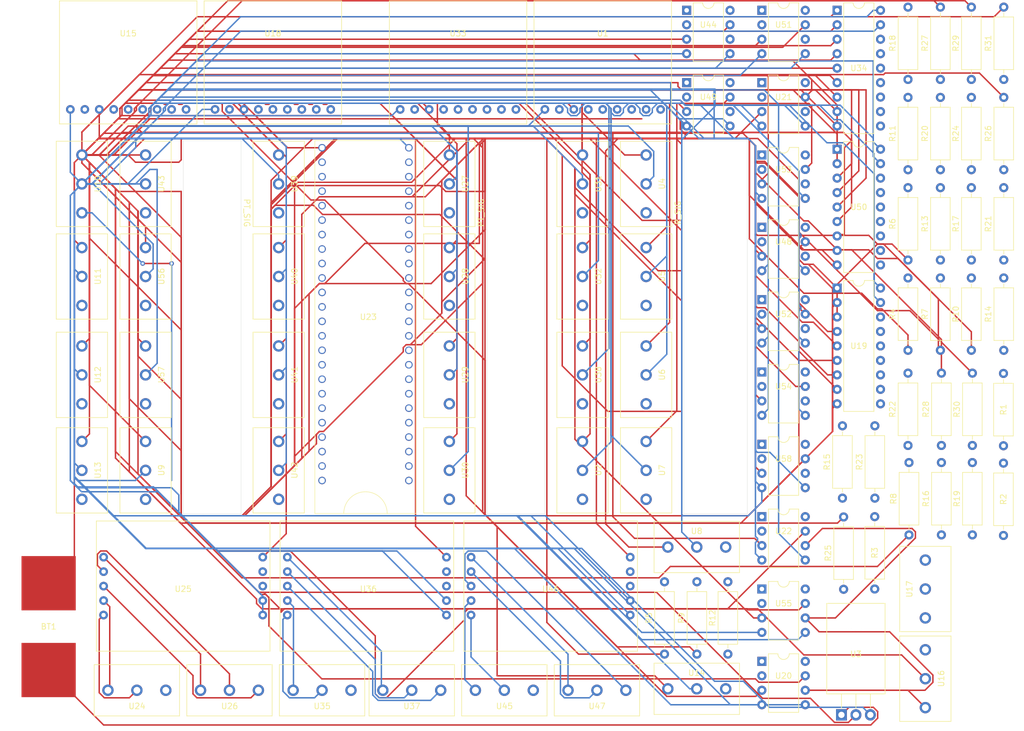
<source format=kicad_pcb>
(kicad_pcb (version 20171130) (host pcbnew "(5.1.9)-1")
  (layers (0 F.Cu signal) (31 B.Cu signal) (34 B.Paste user) (35 F.Paste user) (36 B.SilkS user) (37 F.SilkS user) (38 B.Mask user) (39 F.Mask user) (44 Edge.Cuts user))
  (net 0 "")
  (net 1 "Net-(BT1-Pad1)")
  (net 2 GND1)
  (net 3 +5V)
  (net 4 1)
  (net 5 2)
  (net 6 3)
  (net 7 4)
  (net 8 5)
  (net 9 6)
  (net 10 13)
  (net 11 15)
  (net 12 7)
  (net 13 8)
  (net 14 9)
  (net 15 10)
  (net 16 11)
  (net 17 12)
  (net 18 14)
  (net 19 "Net-(U24-Pad3)")
  (net 20 "Net-(U25-Pad3)")
  (net 21 19)
  (net 22 18)
  (net 23 17)
  (net 24 16)
  (net 25 21)
  (net 26 20)
  (net 27 "Net-(U23-Pad47)")
  (net 28 "Net-(U23-Pad45)")
  (net 29 "Net-(U23-Pad44)")
  (net 30 "Net-(U23-Pad43)")
  (net 31 "Net-(U23-Pad42)")
  (net 32 "Net-(U23-Pad41)")
  (net 33 "Net-(U24-Pad1)")
  (net 34 "Net-(U24-Pad2)")
  (net 35 "Net-(U25-Pad2)")
  (net 36 "Net-(U25-Pad1)")
  (net 37 "Net-(U35-Pad3)")
  (net 38 "Net-(U35-Pad2)")
  (net 39 "Net-(U35-Pad1)")
  (net 40 "Net-(U36-Pad1)")
  (net 41 "Net-(U36-Pad3)")
  (net 42 "Net-(U36-Pad2)")
  (net 43 "Net-(U45-Pad3)")
  (net 44 "Net-(U45-Pad2)")
  (net 45 "Net-(U45-Pad1)")
  (net 46 "Net-(U46-Pad2)")
  (net 47 "Net-(U46-Pad3)")
  (net 48 "Net-(U46-Pad1)")
  (net 49 "Net-(R1-Pad2)")
  (net 50 "Net-(R1-Pad1)")
  (net 51 "Net-(R2-Pad2)")
  (net 52 "Net-(R2-Pad1)")
  (net 53 "Net-(R3-Pad2)")
  (net 54 "Net-(R3-Pad1)")
  (net 55 "Net-(U1-Pad9)")
  (net 56 "Net-(U1-Pad8)")
  (net 57 51)
  (net 58 "Net-(U1-Pad2)")
  (net 59 40)
  (net 60 41)
  (net 61 42)
  (net 62 43)
  (net 63 44)
  (net 64 45)
  (net 65 53)
  (net 66 54)
  (net 67 48)
  (net 68 46)
  (net 69 47)
  (net 70 49)
  (net 71 "Net-(U15-Pad9)")
  (net 72 "Net-(U15-Pad8)")
  (net 73 50)
  (net 74 "Net-(U15-Pad2)")
  (net 75 "Net-(U16-Pad3)")
  (net 76 52)
  (net 77 27)
  (net 78 26)
  (net 79 25)
  (net 80 "Net-(U18-Pad9)")
  (net 81 "Net-(U18-Pad8)")
  (net 82 "Net-(U18-Pad2)")
  (net 83 36)
  (net 84 37)
  (net 85 38)
  (net 86 39)
  (net 87 28)
  (net 88 31)
  (net 89 "Net-(U23-Pad24)")
  (net 90 58)
  (net 91 55)
  (net 92 56)
  (net 93 57)
  (net 94 "Net-(U33-Pad9)")
  (net 95 "Net-(U33-Pad8)")
  (net 96 "Net-(U33-Pad2)")
  (net 97 32)
  (net 98 33)
  (net 99 34)
  (net 100 35)
  (net 101 29)
  (net 102 30)
  (net 103 "Net-(R12-Pad1)")
  (net 104 "Net-(R13-Pad1)")
  (net 105 "Net-(R15-Pad1)")
  (net 106 "Net-(R11-Pad1)")
  (net 107 "Net-(R14-Pad1)")
  (net 108 "Net-(R16-Pad1)")
  (net 109 "Net-(R11-Pad2)")
  (net 110 "Net-(R12-Pad2)")
  (net 111 "Net-(R13-Pad2)")
  (net 112 "Net-(R14-Pad2)")
  (net 113 "Net-(R15-Pad2)")
  (net 114 "Net-(R16-Pad2)")
  (net 115 "Net-(R17-Pad2)")
  (net 116 "Net-(R18-Pad1)")
  (net 117 "Net-(R19-Pad2)")
  (net 118 "Net-(R19-Pad1)")
  (net 119 "Net-(R20-Pad2)")
  (net 120 "Net-(R20-Pad1)")
  (net 121 "Net-(R21-Pad2)")
  (net 122 "Net-(R21-Pad1)")
  (net 123 "Net-(R22-Pad2)")
  (net 124 "Net-(R22-Pad1)")
  (net 125 "Net-(R23-Pad2)")
  (net 126 "Net-(R23-Pad1)")
  (net 127 "Net-(R24-Pad2)")
  (net 128 "Net-(R24-Pad1)")
  (module Resistor_THT:R_Axial_DIN0309_L9.0mm_D3.2mm_P12.70mm_Horizontal (layer F.Cu) (at 257.862 50.24 90)
    (fp_text reference R31 (at 6.35 -2.72 90) (layer F.SilkS))
    (fp_text value R_US)
    (pad 2 thru_hole oval (at 12.7 0 90) (size 1.6 1.6) (drill 0.8) (layers *.Cu *.Mask) (net 2 GND1))
    (pad 1 thru_hole circle (at 0 0 90) (size 1.6 1.6) (drill 0.8) (layers *.Cu *.Mask) (net 127 "Net-(R24-Pad2)"))
  )
  (module Resistor_THT:R_Axial_DIN0309_L9.0mm_D3.2mm_P12.70mm_Horizontal (layer F.Cu) (at 252.35 114.502 90)
    (fp_text reference R30 (at 6.35 -2.72 90) (layer F.SilkS))
    (fp_text value R_US)
    (pad 2 thru_hole oval (at 12.7 0 90) (size 1.6 1.6) (drill 0.8) (layers *.Cu *.Mask) (net 2 GND1))
    (pad 1 thru_hole circle (at 0 0 90) (size 1.6 1.6) (drill 0.8) (layers *.Cu *.Mask) (net 125 "Net-(R23-Pad2)"))
  )
  (module Resistor_THT:R_Axial_DIN0309_L9.0mm_D3.2mm_P12.70mm_Horizontal (layer F.Cu) (at 252.172 50.24 90)
    (fp_text reference R29 (at 6.35 -2.72 90) (layer F.SilkS))
    (fp_text value R_US)
    (pad 2 thru_hole oval (at 12.7 0 90) (size 1.6 1.6) (drill 0.8) (layers *.Cu *.Mask) (net 2 GND1))
    (pad 1 thru_hole circle (at 0 0 90) (size 1.6 1.6) (drill 0.8) (layers *.Cu *.Mask) (net 123 "Net-(R22-Pad2)"))
  )
  (module Resistor_THT:R_Axial_DIN0309_L9.0mm_D3.2mm_P12.70mm_Horizontal (layer F.Cu) (at 246.914 114.502 90)
    (fp_text reference R28 (at 6.35 -2.72 90) (layer F.SilkS))
    (fp_text value R_US)
    (pad 2 thru_hole oval (at 12.7 0 90) (size 1.6 1.6) (drill 0.8) (layers *.Cu *.Mask) (net 2 GND1))
    (pad 1 thru_hole circle (at 0 0 90) (size 1.6 1.6) (drill 0.8) (layers *.Cu *.Mask) (net 121 "Net-(R21-Pad2)"))
  )
  (module Resistor_THT:R_Axial_DIN0309_L9.0mm_D3.2mm_P12.70mm_Horizontal (layer F.Cu) (at 246.736 50.24 90)
    (fp_text reference R27 (at 6.35 -2.72 90) (layer F.SilkS))
    (fp_text value R_US)
    (pad 2 thru_hole oval (at 12.7 0 90) (size 1.6 1.6) (drill 0.8) (layers *.Cu *.Mask) (net 2 GND1))
    (pad 1 thru_hole circle (at 0 0 90) (size 1.6 1.6) (drill 0.8) (layers *.Cu *.Mask) (net 119 "Net-(R20-Pad2)"))
  )
  (module Resistor_THT:R_Axial_DIN0309_L9.0mm_D3.2mm_P12.70mm_Horizontal (layer F.Cu) (at 257.862 66.09 90)
    (fp_text reference R26 (at 6.35 -2.72 90) (layer F.SilkS))
    (fp_text value R_US)
    (pad 2 thru_hole oval (at 12.7 0 90) (size 1.6 1.6) (drill 0.8) (layers *.Cu *.Mask) (net 2 GND1))
    (pad 1 thru_hole circle (at 0 0 90) (size 1.6 1.6) (drill 0.8) (layers *.Cu *.Mask) (net 117 "Net-(R19-Pad2)"))
  )
  (module Resistor_THT:R_Axial_DIN0309_L9.0mm_D3.2mm_P12.70mm_Horizontal (layer F.Cu) (at 229.744 139.75 90)
    (fp_text reference R25 (at 6.35 -2.72 90) (layer F.SilkS))
    (fp_text value R_US)
    (pad 2 thru_hole oval (at 12.7 0 90) (size 1.6 1.6) (drill 0.8) (layers *.Cu *.Mask) (net 2 GND1))
    (pad 1 thru_hole circle (at 0 0 90) (size 1.6 1.6) (drill 0.8) (layers *.Cu *.Mask) (net 92 56))
  )
  (module Resistor_THT:R_Axial_DIN0309_L9.0mm_D3.2mm_P12.70mm_Horizontal (layer F.Cu) (at 252.172 66.09 90)
    (fp_text reference R24 (at 6.35 -2.72 90) (layer F.SilkS))
    (fp_text value R_US)
    (pad 2 thru_hole oval (at 12.7 0 90) (size 1.6 1.6) (drill 0.8) (layers *.Cu *.Mask) (net 127 "Net-(R24-Pad2)"))
    (pad 1 thru_hole circle (at 0 0 90) (size 1.6 1.6) (drill 0.8) (layers *.Cu *.Mask) (net 128 "Net-(R24-Pad1)"))
  )
  (module Resistor_THT:R_Axial_DIN0309_L9.0mm_D3.2mm_P12.70mm_Horizontal (layer F.Cu) (at 235.23 123.748 90)
    (fp_text reference R23 (at 6.35 -2.72 90) (layer F.SilkS))
    (fp_text value R_US)
    (pad 2 thru_hole oval (at 12.7 0 90) (size 1.6 1.6) (drill 0.8) (layers *.Cu *.Mask) (net 125 "Net-(R23-Pad2)"))
    (pad 1 thru_hole circle (at 0 0 90) (size 1.6 1.6) (drill 0.8) (layers *.Cu *.Mask) (net 126 "Net-(R23-Pad1)"))
  )
  (module Resistor_THT:R_Axial_DIN0309_L9.0mm_D3.2mm_P12.70mm_Horizontal (layer F.Cu) (at 241.046 114.502 90)
    (fp_text reference R22 (at 6.35 -2.72 90) (layer F.SilkS))
    (fp_text value R_US)
    (pad 2 thru_hole oval (at 12.7 0 90) (size 1.6 1.6) (drill 0.8) (layers *.Cu *.Mask) (net 123 "Net-(R22-Pad2)"))
    (pad 1 thru_hole circle (at 0 0 90) (size 1.6 1.6) (drill 0.8) (layers *.Cu *.Mask) (net 124 "Net-(R22-Pad1)"))
  )
  (module Resistor_THT:R_Axial_DIN0309_L9.0mm_D3.2mm_P12.70mm_Horizontal (layer F.Cu) (at 257.862 81.94 90)
    (fp_text reference R21 (at 6.35 -2.72 90) (layer F.SilkS))
    (fp_text value R_US)
    (pad 2 thru_hole oval (at 12.7 0 90) (size 1.6 1.6) (drill 0.8) (layers *.Cu *.Mask) (net 121 "Net-(R21-Pad2)"))
    (pad 1 thru_hole circle (at 0 0 90) (size 1.6 1.6) (drill 0.8) (layers *.Cu *.Mask) (net 122 "Net-(R21-Pad1)"))
  )
  (module Resistor_THT:R_Axial_DIN0309_L9.0mm_D3.2mm_P12.70mm_Horizontal (layer F.Cu) (at 246.736 66.09 90)
    (fp_text reference R20 (at 6.35 -2.72 90) (layer F.SilkS))
    (fp_text value R_US)
    (pad 2 thru_hole oval (at 12.7 0 90) (size 1.6 1.6) (drill 0.8) (layers *.Cu *.Mask) (net 119 "Net-(R20-Pad2)"))
    (pad 1 thru_hole circle (at 0 0 90) (size 1.6 1.6) (drill 0.8) (layers *.Cu *.Mask) (net 120 "Net-(R20-Pad1)"))
  )
  (module Resistor_THT:R_Axial_DIN0309_L9.0mm_D3.2mm_P12.70mm_Horizontal (layer F.Cu) (at 252.35 130.2 90)
    (fp_text reference R19 (at 6.35 -2.72 90) (layer F.SilkS))
    (fp_text value R_US)
    (pad 2 thru_hole oval (at 12.7 0 90) (size 1.6 1.6) (drill 0.8) (layers *.Cu *.Mask) (net 117 "Net-(R19-Pad2)"))
    (pad 1 thru_hole circle (at 0 0 90) (size 1.6 1.6) (drill 0.8) (layers *.Cu *.Mask) (net 118 "Net-(R19-Pad1)"))
  )
  (module Resistor_THT:R_Axial_DIN0309_L9.0mm_D3.2mm_P12.70mm_Horizontal (layer F.Cu) (at 241.046 50.24 90)
    (fp_text reference R18 (at 6.35 -2.72 90) (layer F.SilkS))
    (fp_text value R_US)
    (pad 2 thru_hole oval (at 12.7 0 90) (size 1.6 1.6) (drill 0.8) (layers *.Cu *.Mask) (net 92 56))
    (pad 1 thru_hole circle (at 0 0 90) (size 1.6 1.6) (drill 0.8) (layers *.Cu *.Mask) (net 116 "Net-(R18-Pad1)"))
  )
  (module Resistor_THT:R_Axial_DIN0309_L9.0mm_D3.2mm_P12.70mm_Horizontal (layer F.Cu) (at 252.172 81.94 90)
    (fp_text reference R17 (at 6.35 -2.72 90) (layer F.SilkS))
    (fp_text value R_US)
    (pad 2 thru_hole oval (at 12.7 0 90) (size 1.6 1.6) (drill 0.8) (layers *.Cu *.Mask) (net 115 "Net-(R17-Pad2)"))
    (pad 1 thru_hole circle (at 0 0 90) (size 1.6 1.6) (drill 0.8) (layers *.Cu *.Mask) (net 91 55))
  )
  (module Resistor_THT:R_Axial_DIN0309_L9.0mm_D3.2mm_P12.70mm_Horizontal (layer F.Cu) (at 246.914 130.2 90)
    (fp_text reference R16 (at 6.35 -2.72 90) (layer F.SilkS))
    (fp_text value R_US)
    (pad 2 thru_hole oval (at 12.7 0 90) (size 1.6 1.6) (drill 0.8) (layers *.Cu *.Mask) (net 114 "Net-(R16-Pad2)"))
    (pad 1 thru_hole circle (at 0 0 90) (size 1.6 1.6) (drill 0.8) (layers *.Cu *.Mask) (net 108 "Net-(R16-Pad1)"))
  )
  (module Resistor_THT:R_Axial_DIN0309_L9.0mm_D3.2mm_P12.70mm_Horizontal (layer F.Cu) (at 229.54 123.748 90)
    (fp_text reference R15 (at 6.35 -2.72 90) (layer F.SilkS))
    (fp_text value R_US)
    (pad 2 thru_hole oval (at 12.7 0 90) (size 1.6 1.6) (drill 0.8) (layers *.Cu *.Mask) (net 113 "Net-(R15-Pad2)"))
    (pad 1 thru_hole circle (at 0 0 90) (size 1.6 1.6) (drill 0.8) (layers *.Cu *.Mask) (net 105 "Net-(R15-Pad1)"))
  )
  (module Resistor_THT:R_Axial_DIN0309_L9.0mm_D3.2mm_P12.70mm_Horizontal (layer F.Cu) (at 257.862 97.79 90)
    (fp_text reference R14 (at 6.35 -2.72 90) (layer F.SilkS))
    (fp_text value R_US)
    (pad 2 thru_hole oval (at 12.7 0 90) (size 1.6 1.6) (drill 0.8) (layers *.Cu *.Mask) (net 112 "Net-(R14-Pad2)"))
    (pad 1 thru_hole circle (at 0 0 90) (size 1.6 1.6) (drill 0.8) (layers *.Cu *.Mask) (net 107 "Net-(R14-Pad1)"))
  )
  (module Resistor_THT:R_Axial_DIN0309_L9.0mm_D3.2mm_P12.70mm_Horizontal (layer F.Cu) (at 246.736 81.94 90)
    (fp_text reference R13 (at 6.35 -2.72 90) (layer F.SilkS))
    (fp_text value R_US)
    (pad 2 thru_hole oval (at 12.7 0 90) (size 1.6 1.6) (drill 0.8) (layers *.Cu *.Mask) (net 111 "Net-(R13-Pad2)"))
    (pad 1 thru_hole circle (at 0 0 90) (size 1.6 1.6) (drill 0.8) (layers *.Cu *.Mask) (net 104 "Net-(R13-Pad1)"))
  )
  (module Resistor_THT:R_Axial_DIN0309_L9.0mm_D3.2mm_P12.70mm_Horizontal (layer F.Cu) (at 209.424 151.13 90)
    (fp_text reference R12 (at 6.35 -2.72 90) (layer F.SilkS))
    (fp_text value R_US)
    (pad 2 thru_hole oval (at 12.7 0 90) (size 1.6 1.6) (drill 0.8) (layers *.Cu *.Mask) (net 110 "Net-(R12-Pad2)"))
    (pad 1 thru_hole circle (at 0 0 90) (size 1.6 1.6) (drill 0.8) (layers *.Cu *.Mask) (net 103 "Net-(R12-Pad1)"))
  )
  (module Resistor_THT:R_Axial_DIN0309_L9.0mm_D3.2mm_P12.70mm_Horizontal (layer F.Cu) (at 241.046 66.09 90)
    (fp_text reference R11 (at 6.35 -2.72 90) (layer F.SilkS))
    (fp_text value R_US)
    (pad 2 thru_hole oval (at 12.7 0 90) (size 1.6 1.6) (drill 0.8) (layers *.Cu *.Mask) (net 109 "Net-(R11-Pad2)"))
    (pad 1 thru_hole circle (at 0 0 90) (size 1.6 1.6) (drill 0.8) (layers *.Cu *.Mask) (net 106 "Net-(R11-Pad1)"))
  )
  (module Resistor_THT:R_Axial_DIN0309_L9.0mm_D3.2mm_P12.70mm_Horizontal (layer F.Cu) (at 252.172 97.79 90)
    (fp_text reference R10 (at 6.35 -2.72 90) (layer F.SilkS))
    (fp_text value R_US)
    (pad 2 thru_hole oval (at 12.7 0 90) (size 1.6 1.6) (drill 0.8) (layers *.Cu *.Mask) (net 91 55))
    (pad 1 thru_hole circle (at 0 0 90) (size 1.6 1.6) (drill 0.8) (layers *.Cu *.Mask) (net 2 GND1))
  )
  (module Resistor_THT:R_Axial_DIN0309_L9.0mm_D3.2mm_P12.70mm_Horizontal (layer F.Cu) (at 203.988 151.13 90)
    (fp_text reference R9 (at 6.35 -2.72 90) (layer F.SilkS))
    (fp_text value R_US)
    (pad 2 thru_hole oval (at 12.7 0 90) (size 1.6 1.6) (drill 0.8) (layers *.Cu *.Mask) (net 108 "Net-(R16-Pad1)"))
    (pad 1 thru_hole circle (at 0 0 90) (size 1.6 1.6) (drill 0.8) (layers *.Cu *.Mask) (net 2 GND1))
  )
  (module Resistor_THT:R_Axial_DIN0309_L9.0mm_D3.2mm_P12.70mm_Horizontal (layer F.Cu) (at 241.224 130.2 90)
    (fp_text reference R8 (at 6.35 -2.72 90) (layer F.SilkS))
    (fp_text value R_US)
    (pad 2 thru_hole oval (at 12.7 0 90) (size 1.6 1.6) (drill 0.8) (layers *.Cu *.Mask) (net 107 "Net-(R14-Pad1)"))
    (pad 1 thru_hole circle (at 0 0 90) (size 1.6 1.6) (drill 0.8) (layers *.Cu *.Mask) (net 2 GND1))
  )
  (module Resistor_THT:R_Axial_DIN0309_L9.0mm_D3.2mm_P12.70mm_Horizontal (layer F.Cu) (at 246.736 97.79 90)
    (fp_text reference R7 (at 6.35 -2.72 90) (layer F.SilkS))
    (fp_text value R_US)
    (pad 2 thru_hole oval (at 12.7 0 90) (size 1.6 1.6) (drill 0.8) (layers *.Cu *.Mask) (net 106 "Net-(R11-Pad1)"))
    (pad 1 thru_hole circle (at 0 0 90) (size 1.6 1.6) (drill 0.8) (layers *.Cu *.Mask) (net 2 GND1))
  )
  (module Resistor_THT:R_Axial_DIN0309_L9.0mm_D3.2mm_P12.70mm_Horizontal (layer F.Cu) (at 241.046 81.94 90)
    (fp_text reference R6 (at 6.35 -2.72 90) (layer F.SilkS))
    (fp_text value R_US)
    (pad 2 thru_hole oval (at 12.7 0 90) (size 1.6 1.6) (drill 0.8) (layers *.Cu *.Mask) (net 105 "Net-(R15-Pad1)"))
    (pad 1 thru_hole circle (at 0 0 90) (size 1.6 1.6) (drill 0.8) (layers *.Cu *.Mask) (net 2 GND1))
  )
  (module Resistor_THT:R_Axial_DIN0309_L9.0mm_D3.2mm_P12.70mm_Horizontal (layer F.Cu) (at 198.298 151.13 90)
    (fp_text reference R5 (at 6.35 -2.72 90) (layer F.SilkS))
    (fp_text value R_US)
    (pad 2 thru_hole oval (at 12.7 0 90) (size 1.6 1.6) (drill 0.8) (layers *.Cu *.Mask) (net 104 "Net-(R13-Pad1)"))
    (pad 1 thru_hole circle (at 0 0 90) (size 1.6 1.6) (drill 0.8) (layers *.Cu *.Mask) (net 2 GND1))
  )
  (module Resistor_THT:R_Axial_DIN0309_L9.0mm_D3.2mm_P12.70mm_Horizontal (layer F.Cu) (at 241.046 97.79 90)
    (fp_text reference R4 (at 6.35 -2.72 90) (layer F.SilkS))
    (fp_text value R_US)
    (pad 2 thru_hole oval (at 12.7 0 90) (size 1.6 1.6) (drill 0.8) (layers *.Cu *.Mask) (net 103 "Net-(R12-Pad1)"))
    (pad 1 thru_hole circle (at 0 0 90) (size 1.6 1.6) (drill 0.8) (layers *.Cu *.Mask) (net 2 GND1))
  )
  (module Launchbox:Lipo_Battery_Connector (layer F.Cu) (at 90.17 146.304 90)
    (fp_text reference BT1 (at 0 0 180) (layer F.SilkS))
    (fp_text value Battery_Cell)
    (pad 1 smd rect (at -7.62 0 90) (size 9.525 9.525) (layers F.Cu F.Paste F.Mask) (net 1 "Net-(BT1-Pad1)"))
    (pad 2 smd rect (at 7.62 0 90) (size 9.525 9.525) (layers F.Cu F.Paste F.Mask) (net 2 GND1))
  )
  (module Resistor_THT:R_Axial_DIN0309_L9.0mm_D3.2mm_P12.70mm_Horizontal (layer F.Cu) (at 257.81 114.554 90)
    (fp_text reference R1 (at 6.35 0 90) (layer F.SilkS))
    (fp_text value R_US)
    (pad 1 thru_hole circle (at 0 0 90) (size 1.6 1.6) (drill 0.8) (layers *.Cu *.Mask) (net 50 "Net-(R1-Pad1)"))
    (pad 2 thru_hole oval (at 12.7 0 90) (size 1.6 1.6) (drill 0.8) (layers *.Cu *.Mask) (net 49 "Net-(R1-Pad2)"))
  )
  (module Resistor_THT:R_Axial_DIN0309_L9.0mm_D3.2mm_P12.70mm_Horizontal (layer F.Cu) (at 257.81 130.302 90)
    (fp_text reference R2 (at 6.35 0 90) (layer F.SilkS))
    (fp_text value R_US)
    (pad 1 thru_hole circle (at 0 0 90) (size 1.6 1.6) (drill 0.8) (layers *.Cu *.Mask) (net 52 "Net-(R2-Pad1)"))
    (pad 2 thru_hole oval (at 12.7 0 90) (size 1.6 1.6) (drill 0.8) (layers *.Cu *.Mask) (net 51 "Net-(R2-Pad2)"))
  )
  (module Resistor_THT:R_Axial_DIN0309_L9.0mm_D3.2mm_P12.70mm_Horizontal (layer F.Cu) (at 235.204 139.7 90)
    (fp_text reference R3 (at 6.35 0 90) (layer F.SilkS))
    (fp_text value R_US)
    (pad 2 thru_hole oval (at 12.7 0 90) (size 1.6 1.6) (drill 0.8) (layers *.Cu *.Mask) (net 53 "Net-(R3-Pad2)"))
    (pad 1 thru_hole circle (at 0 0 90) (size 1.6 1.6) (drill 0.8) (layers *.Cu *.Mask) (net 54 "Net-(R3-Pad1)"))
  )
  (module Launchbox:MAX31856 (layer F.Cu) (at 187.452 47.244)
    (fp_text reference U1 (at 0 -5.08) (layer F.SilkS))
    (fp_text value MAX31856)
    (pad 9 thru_hole circle (at 10.16 8.255) (size 1.524 1.524) (drill 0.762) (layers *.Cu *.Mask) (net 55 "Net-(U1-Pad9)"))
    (pad 8 thru_hole circle (at 7.62 8.255) (size 1.524 1.524) (drill 0.762) (layers *.Cu *.Mask) (net 56 "Net-(U1-Pad8)"))
    (pad 7 thru_hole circle (at 5.08 8.255) (size 1.524 1.524) (drill 0.762) (layers *.Cu *.Mask) (net 57 51))
    (pad 6 thru_hole circle (at 2.54 8.255) (size 1.524 1.524) (drill 0.762) (layers *.Cu *.Mask) (net 10 13))
    (pad 5 thru_hole circle (at 0 8.255) (size 1.524 1.524) (drill 0.762) (layers *.Cu *.Mask) (net 18 14))
    (pad 4 thru_hole circle (at -2.54 8.255) (size 1.524 1.524) (drill 0.762) (layers *.Cu *.Mask) (net 4 1))
    (pad 3 thru_hole circle (at -5.08 8.255) (size 1.524 1.524) (drill 0.762) (layers *.Cu *.Mask) (net 2 GND1))
    (pad 2 thru_hole circle (at -7.62 8.255) (size 1.524 1.524) (drill 0.762) (layers *.Cu *.Mask) (net 58 "Net-(U1-Pad2)"))
    (pad 1 thru_hole circle (at -10.16 8.255) (size 1.524 1.524) (drill 0.762) (layers *.Cu *.Mask) (net 3 +5V))
  )
  (module Launchbox:ScrewTerminals (layer F.Cu) (at 183.896 118.872 90)
    (fp_text reference U2 (at 0.02 2.794 90) (layer F.SilkS))
    (fp_text value SerialScrewTerminals)
    (pad 3 thru_hole circle (at 5.08 0 90) (size 2 2) (drill 1.2) (layers *.Cu *.Mask) (net 2 GND1))
    (pad 2 thru_hole circle (at 0 0 90) (size 2 2) (drill 1.2) (layers *.Cu *.Mask) (net 3 +5V))
    (pad 1 thru_hole circle (at -5.08 0 90) (size 2 2) (drill 1.2) (layers *.Cu *.Mask) (net 59 40))
  )
  (module Package_TO_SOT_THT:TO-220-3_Horizontal_TabDown (layer F.Cu) (at 229.362 161.798)
    (fp_text reference U3 (at 2.54 -10.668) (layer F.SilkS))
    (fp_text value L7805)
    (pad "" np_thru_hole oval (at 2.54 -16.66) (size 3.5 3.5) (drill 3.5) (layers *.Cu *.Mask))
    (pad 1 thru_hole rect (at 0 0) (size 1.905 2) (drill 1.1) (layers *.Cu *.Mask) (net 1 "Net-(BT1-Pad1)"))
    (pad 2 thru_hole oval (at 2.54 0) (size 1.905 2) (drill 1.1) (layers *.Cu *.Mask) (net 2 GND1))
    (pad 3 thru_hole oval (at 5.08 0) (size 1.905 2) (drill 1.1) (layers *.Cu *.Mask) (net 3 +5V))
  )
  (module Launchbox:ScrewTerminals (layer F.Cu) (at 195.072 68.58 90)
    (fp_text reference U4 (at 0.02 2.794 90) (layer F.SilkS))
    (fp_text value SerialScrewTerminals)
    (pad 1 thru_hole circle (at -5.08 0 90) (size 2 2) (drill 1.2) (layers *.Cu *.Mask) (net 60 41))
    (pad 2 thru_hole circle (at 0 0 90) (size 2 2) (drill 1.2) (layers *.Cu *.Mask) (net 3 +5V))
    (pad 3 thru_hole circle (at 5.08 0 90) (size 2 2) (drill 1.2) (layers *.Cu *.Mask) (net 2 GND1))
  )
  (module Launchbox:ScrewTerminals (layer F.Cu) (at 195.072 84.836 90)
    (fp_text reference U5 (at 0.02 2.794 90) (layer F.SilkS))
    (fp_text value SerialScrewTerminals)
    (pad 3 thru_hole circle (at 5.08 0 90) (size 2 2) (drill 1.2) (layers *.Cu *.Mask) (net 2 GND1))
    (pad 2 thru_hole circle (at 0 0 90) (size 2 2) (drill 1.2) (layers *.Cu *.Mask) (net 3 +5V))
    (pad 1 thru_hole circle (at -5.08 0 90) (size 2 2) (drill 1.2) (layers *.Cu *.Mask) (net 61 42))
  )
  (module Launchbox:ScrewTerminals (layer F.Cu) (at 195.072 102.108 90)
    (fp_text reference U6 (at 0.02 2.794 90) (layer F.SilkS))
    (fp_text value SerialScrewTerminals)
    (pad 1 thru_hole circle (at -5.08 0 90) (size 2 2) (drill 1.2) (layers *.Cu *.Mask) (net 62 43))
    (pad 2 thru_hole circle (at 0 0 90) (size 2 2) (drill 1.2) (layers *.Cu *.Mask) (net 3 +5V))
    (pad 3 thru_hole circle (at 5.08 0 90) (size 2 2) (drill 1.2) (layers *.Cu *.Mask) (net 2 GND1))
  )
  (module Launchbox:ScrewTerminals (layer F.Cu) (at 195.072 118.872 90)
    (fp_text reference U7 (at 0.02 2.794 90) (layer F.SilkS))
    (fp_text value SerialScrewTerminals)
    (pad 3 thru_hole circle (at 5.08 0 90) (size 2 2) (drill 1.2) (layers *.Cu *.Mask) (net 2 GND1))
    (pad 2 thru_hole circle (at 0 0 90) (size 2 2) (drill 1.2) (layers *.Cu *.Mask) (net 3 +5V))
    (pad 1 thru_hole circle (at -5.08 0 90) (size 2 2) (drill 1.2) (layers *.Cu *.Mask) (net 63 44))
  )
  (module Launchbox:ScrewTerminals (layer F.Cu) (at 203.962 132.334 180)
    (fp_text reference U8 (at 0.02 2.794) (layer F.SilkS))
    (fp_text value SerialScrewTerminals)
    (pad 1 thru_hole circle (at -5.08 0 180) (size 2 2) (drill 1.2) (layers *.Cu *.Mask) (net 64 45))
    (pad 2 thru_hole circle (at 0 0 180) (size 2 2) (drill 1.2) (layers *.Cu *.Mask) (net 3 +5V))
    (pad 3 thru_hole circle (at 5.08 0 180) (size 2 2) (drill 1.2) (layers *.Cu *.Mask) (net 2 GND1))
  )
  (module Launchbox:ScrewTerminals (layer F.Cu) (at 107.188 118.872 90)
    (fp_text reference U9 (at 0.02 2.794 90) (layer F.SilkS))
    (fp_text value SerialScrewTerminals)
    (pad 3 thru_hole circle (at 5.08 0 90) (size 2 2) (drill 1.2) (layers *.Cu *.Mask) (net 2 GND1))
    (pad 2 thru_hole circle (at 0 0 90) (size 2 2) (drill 1.2) (layers *.Cu *.Mask) (net 3 +5V))
    (pad 1 thru_hole circle (at -5.08 0 90) (size 2 2) (drill 1.2) (layers *.Cu *.Mask) (net 65 53))
  )
  (module Launchbox:ScrewTerminals (layer F.Cu) (at 96.012 68.58 90)
    (fp_text reference U10 (at 0.02 2.794 90) (layer F.SilkS))
    (fp_text value SerialScrewTerminals)
    (pad 1 thru_hole circle (at -5.08 0 90) (size 2 2) (drill 1.2) (layers *.Cu *.Mask) (net 66 54))
    (pad 2 thru_hole circle (at 0 0 90) (size 2 2) (drill 1.2) (layers *.Cu *.Mask) (net 3 +5V))
    (pad 3 thru_hole circle (at 5.08 0 90) (size 2 2) (drill 1.2) (layers *.Cu *.Mask) (net 2 GND1))
  )
  (module Launchbox:ScrewTerminals (layer F.Cu) (at 96.012 84.836 90)
    (fp_text reference U11 (at 0.02 2.794 90) (layer F.SilkS))
    (fp_text value SerialScrewTerminals)
    (pad 1 thru_hole circle (at -5.08 0 90) (size 2 2) (drill 1.2) (layers *.Cu *.Mask) (net 67 48))
    (pad 2 thru_hole circle (at 0 0 90) (size 2 2) (drill 1.2) (layers *.Cu *.Mask) (net 3 +5V))
    (pad 3 thru_hole circle (at 5.08 0 90) (size 2 2) (drill 1.2) (layers *.Cu *.Mask) (net 2 GND1))
  )
  (module Launchbox:ScrewTerminals (layer F.Cu) (at 96.012 102.108 90)
    (fp_text reference U12 (at 0.02 2.794 90) (layer F.SilkS))
    (fp_text value SerialScrewTerminals)
    (pad 1 thru_hole circle (at -5.08 0 90) (size 2 2) (drill 1.2) (layers *.Cu *.Mask) (net 68 46))
    (pad 2 thru_hole circle (at 0 0 90) (size 2 2) (drill 1.2) (layers *.Cu *.Mask) (net 3 +5V))
    (pad 3 thru_hole circle (at 5.08 0 90) (size 2 2) (drill 1.2) (layers *.Cu *.Mask) (net 2 GND1))
  )
  (module Launchbox:ScrewTerminals (layer F.Cu) (at 96.012 118.872 90)
    (fp_text reference U13 (at 0.02 2.794 90) (layer F.SilkS))
    (fp_text value SerialScrewTerminals)
    (pad 3 thru_hole circle (at 5.08 0 90) (size 2 2) (drill 1.2) (layers *.Cu *.Mask) (net 2 GND1))
    (pad 2 thru_hole circle (at 0 0 90) (size 2 2) (drill 1.2) (layers *.Cu *.Mask) (net 3 +5V))
    (pad 1 thru_hole circle (at -5.08 0 90) (size 2 2) (drill 1.2) (layers *.Cu *.Mask) (net 69 47))
  )
  (module Launchbox:ScrewTerminals (layer F.Cu) (at 203.962 157.226 180)
    (fp_text reference U14 (at 0.02 2.794) (layer F.SilkS))
    (fp_text value SerialScrewTerminals)
    (pad 3 thru_hole circle (at 5.08 0 180) (size 2 2) (drill 1.2) (layers *.Cu *.Mask) (net 2 GND1))
    (pad 2 thru_hole circle (at 0 0 180) (size 2 2) (drill 1.2) (layers *.Cu *.Mask) (net 3 +5V))
    (pad 1 thru_hole circle (at -5.08 0 180) (size 2 2) (drill 1.2) (layers *.Cu *.Mask) (net 70 49))
  )
  (module Launchbox:MAX31856 (layer F.Cu) (at 104.14 47.244)
    (fp_text reference U15 (at 0 -5.08) (layer F.SilkS))
    (fp_text value MAX31856)
    (pad 1 thru_hole circle (at -10.16 8.255) (size 1.524 1.524) (drill 0.762) (layers *.Cu *.Mask) (net 3 +5V))
    (pad 2 thru_hole circle (at -7.62 8.255) (size 1.524 1.524) (drill 0.762) (layers *.Cu *.Mask) (net 74 "Net-(U15-Pad2)"))
    (pad 3 thru_hole circle (at -5.08 8.255) (size 1.524 1.524) (drill 0.762) (layers *.Cu *.Mask) (net 2 GND1))
    (pad 4 thru_hole circle (at -2.54 8.255) (size 1.524 1.524) (drill 0.762) (layers *.Cu *.Mask) (net 4 1))
    (pad 5 thru_hole circle (at 0 8.255) (size 1.524 1.524) (drill 0.762) (layers *.Cu *.Mask) (net 18 14))
    (pad 6 thru_hole circle (at 2.54 8.255) (size 1.524 1.524) (drill 0.762) (layers *.Cu *.Mask) (net 10 13))
    (pad 7 thru_hole circle (at 5.08 8.255) (size 1.524 1.524) (drill 0.762) (layers *.Cu *.Mask) (net 73 50))
    (pad 8 thru_hole circle (at 7.62 8.255) (size 1.524 1.524) (drill 0.762) (layers *.Cu *.Mask) (net 72 "Net-(U15-Pad8)"))
    (pad 9 thru_hole circle (at 10.16 8.255) (size 1.524 1.524) (drill 0.762) (layers *.Cu *.Mask) (net 71 "Net-(U15-Pad9)"))
  )
  (module Launchbox:ScrewTerminals (layer F.Cu) (at 244.094 155.448 90)
    (fp_text reference U16 (at 0.02 2.794 90) (layer F.SilkS))
    (fp_text value SerialScrewTerminals)
    (pad 3 thru_hole circle (at 5.08 0 90) (size 2 2) (drill 1.2) (layers *.Cu *.Mask) (net 75 "Net-(U16-Pad3)"))
    (pad 2 thru_hole circle (at 0 0 90) (size 2 2) (drill 1.2) (layers *.Cu *.Mask) (net 2 GND1))
    (pad 1 thru_hole circle (at -5.08 0 90) (size 2 2) (drill 1.2) (layers *.Cu *.Mask) (net 76 52))
  )
  (module Launchbox:ScrewTerminals (layer F.Cu) (at 244.094 139.7 270)
    (fp_text reference U17 (at 0.02 2.794 90) (layer F.SilkS))
    (fp_text value SerialScrewTerminals)
    (pad 1 thru_hole circle (at -5.08 0 270) (size 2 2) (drill 1.2) (layers *.Cu *.Mask) (net 79 25))
    (pad 2 thru_hole circle (at 0 0 270) (size 2 2) (drill 1.2) (layers *.Cu *.Mask) (net 78 26))
    (pad 3 thru_hole circle (at 5.08 0 270) (size 2 2) (drill 1.2) (layers *.Cu *.Mask) (net 77 27))
  )
  (module Launchbox:MAX31856 (layer F.Cu) (at 129.54 47.244)
    (fp_text reference U18 (at 0 -5.08) (layer F.SilkS))
    (fp_text value MAX31856)
    (pad 9 thru_hole circle (at 10.16 8.255) (size 1.524 1.524) (drill 0.762) (layers *.Cu *.Mask) (net 80 "Net-(U18-Pad9)"))
    (pad 8 thru_hole circle (at 7.62 8.255) (size 1.524 1.524) (drill 0.762) (layers *.Cu *.Mask) (net 81 "Net-(U18-Pad8)"))
    (pad 7 thru_hole circle (at 5.08 8.255) (size 1.524 1.524) (drill 0.762) (layers *.Cu *.Mask) (net 11 15))
    (pad 6 thru_hole circle (at 2.54 8.255) (size 1.524 1.524) (drill 0.762) (layers *.Cu *.Mask) (net 10 13))
    (pad 5 thru_hole circle (at 0 8.255) (size 1.524 1.524) (drill 0.762) (layers *.Cu *.Mask) (net 18 14))
    (pad 4 thru_hole circle (at -2.54 8.255) (size 1.524 1.524) (drill 0.762) (layers *.Cu *.Mask) (net 4 1))
    (pad 3 thru_hole circle (at -5.08 8.255) (size 1.524 1.524) (drill 0.762) (layers *.Cu *.Mask) (net 2 GND1))
    (pad 2 thru_hole circle (at -7.62 8.255) (size 1.524 1.524) (drill 0.762) (layers *.Cu *.Mask) (net 82 "Net-(U18-Pad2)"))
    (pad 1 thru_hole circle (at -10.16 8.255) (size 1.524 1.524) (drill 0.762) (layers *.Cu *.Mask) (net 3 +5V))
  )
  (module Package_DIP:DIP-18_W7.62mm (layer F.Cu) (at 228.6 86.868)
    (fp_text reference U19 (at 3.81 10.16) (layer F.SilkS))
    (fp_text value Launchbox_HT12D)
    (pad 1 thru_hole rect (at 0 0) (size 1.6 1.6) (drill 0.8) (layers *.Cu *.Mask) (net 2 GND1))
    (pad 10 thru_hole oval (at 7.62 20.32) (size 1.6 1.6) (drill 0.8) (layers *.Cu *.Mask) (net 86 39))
    (pad 2 thru_hole oval (at 0 2.54) (size 1.6 1.6) (drill 0.8) (layers *.Cu *.Mask) (net 2 GND1))
    (pad 11 thru_hole oval (at 7.62 17.78) (size 1.6 1.6) (drill 0.8) (layers *.Cu *.Mask) (net 85 38))
    (pad 3 thru_hole oval (at 0 5.08) (size 1.6 1.6) (drill 0.8) (layers *.Cu *.Mask) (net 2 GND1))
    (pad 12 thru_hole oval (at 7.62 15.24) (size 1.6 1.6) (drill 0.8) (layers *.Cu *.Mask) (net 84 37))
    (pad 4 thru_hole oval (at 0 7.62) (size 1.6 1.6) (drill 0.8) (layers *.Cu *.Mask) (net 2 GND1))
    (pad 13 thru_hole oval (at 7.62 12.7) (size 1.6 1.6) (drill 0.8) (layers *.Cu *.Mask) (net 83 36))
    (pad 5 thru_hole oval (at 0 10.16) (size 1.6 1.6) (drill 0.8) (layers *.Cu *.Mask) (net 2 GND1))
    (pad 14 thru_hole oval (at 7.62 10.16) (size 1.6 1.6) (drill 0.8) (layers *.Cu *.Mask) (net 77 27))
    (pad 6 thru_hole oval (at 0 12.7) (size 1.6 1.6) (drill 0.8) (layers *.Cu *.Mask) (net 2 GND1))
    (pad 15 thru_hole oval (at 7.62 7.62) (size 1.6 1.6) (drill 0.8) (layers *.Cu *.Mask) (net 49 "Net-(R1-Pad2)"))
    (pad 7 thru_hole oval (at 0 15.24) (size 1.6 1.6) (drill 0.8) (layers *.Cu *.Mask) (net 2 GND1))
    (pad 16 thru_hole oval (at 7.62 5.08) (size 1.6 1.6) (drill 0.8) (layers *.Cu *.Mask) (net 50 "Net-(R1-Pad1)"))
    (pad 8 thru_hole oval (at 0 17.78) (size 1.6 1.6) (drill 0.8) (layers *.Cu *.Mask) (net 2 GND1))
    (pad 17 thru_hole oval (at 7.62 2.54) (size 1.6 1.6) (drill 0.8) (layers *.Cu *.Mask) (net 3 +5V))
    (pad 9 thru_hole oval (at 0 20.32) (size 1.6 1.6) (drill 0.8) (layers *.Cu *.Mask) (net 2 GND1))
    (pad 18 thru_hole oval (at 7.62 0) (size 1.6 1.6) (drill 0.8) (layers *.Cu *.Mask) (net 3 +5V))
  )
  (module Package_DIP:DIP-8_W7.62mm (layer F.Cu) (at 215.392 152.4)
    (fp_text reference U20 (at 3.81 2.54) (layer F.SilkS))
    (fp_text value SPDT_IC)
    (pad 8 thru_hole oval (at 7.62 0) (size 1.6 1.6) (drill 0.8) (layers *.Cu *.Mask) (net 87 28))
    (pad 4 thru_hole oval (at 0 7.62) (size 1.6 1.6) (drill 0.8) (layers *.Cu *.Mask) (net 3 +5V))
    (pad 7 thru_hole oval (at 7.62 2.54) (size 1.6 1.6) (drill 0.8) (layers *.Cu *.Mask) (net 2 GND1))
    (pad 3 thru_hole oval (at 0 5.08) (size 1.6 1.6) (drill 0.8) (layers *.Cu *.Mask) (net 2 GND1))
    (pad 6 thru_hole oval (at 7.62 5.08) (size 1.6 1.6) (drill 0.8) (layers *.Cu *.Mask) (net 76 52))
    (pad 2 thru_hole oval (at 0 2.54) (size 1.6 1.6) (drill 0.8) (layers *.Cu *.Mask) (net 6 3))
    (pad 5 thru_hole oval (at 7.62 7.62) (size 1.6 1.6) (drill 0.8) (layers *.Cu *.Mask) (net 3 +5V))
    (pad 1 thru_hole rect (at 0 0) (size 1.6 1.6) (drill 0.8) (layers *.Cu *.Mask) (net 59 40))
  )
  (module Package_DIP:DIP-8_W7.62mm (layer F.Cu) (at 215.392 50.8)
    (fp_text reference U21 (at 3.81 2.54) (layer F.SilkS))
    (fp_text value SPDT_IC)
    (pad 1 thru_hole rect (at 0 0) (size 1.6 1.6) (drill 0.8) (layers *.Cu *.Mask) (net 62 43))
    (pad 5 thru_hole oval (at 7.62 7.62) (size 1.6 1.6) (drill 0.8) (layers *.Cu *.Mask) (net 3 +5V))
    (pad 2 thru_hole oval (at 0 2.54) (size 1.6 1.6) (drill 0.8) (layers *.Cu *.Mask) (net 9 6))
    (pad 6 thru_hole oval (at 7.62 5.08) (size 1.6 1.6) (drill 0.8) (layers *.Cu *.Mask) (net 76 52))
    (pad 3 thru_hole oval (at 0 5.08) (size 1.6 1.6) (drill 0.8) (layers *.Cu *.Mask) (net 2 GND1))
    (pad 7 thru_hole oval (at 7.62 2.54) (size 1.6 1.6) (drill 0.8) (layers *.Cu *.Mask) (net 2 GND1))
    (pad 4 thru_hole oval (at 0 7.62) (size 1.6 1.6) (drill 0.8) (layers *.Cu *.Mask) (net 3 +5V))
    (pad 8 thru_hole oval (at 7.62 0) (size 1.6 1.6) (drill 0.8) (layers *.Cu *.Mask) (net 88 31))
  )
  (module Package_DIP:DIP-8_W7.62mm (layer F.Cu) (at 215.392 127)
    (fp_text reference U22 (at 3.81 2.54) (layer F.SilkS))
    (fp_text value SPDT_IC)
    (pad 8 thru_hole oval (at 7.62 0) (size 1.6 1.6) (drill 0.8) (layers *.Cu *.Mask) (net 83 36))
    (pad 4 thru_hole oval (at 0 7.62) (size 1.6 1.6) (drill 0.8) (layers *.Cu *.Mask) (net 3 +5V))
    (pad 7 thru_hole oval (at 7.62 2.54) (size 1.6 1.6) (drill 0.8) (layers *.Cu *.Mask) (net 2 GND1))
    (pad 3 thru_hole oval (at 0 5.08) (size 1.6 1.6) (drill 0.8) (layers *.Cu *.Mask) (net 2 GND1))
    (pad 6 thru_hole oval (at 7.62 5.08) (size 1.6 1.6) (drill 0.8) (layers *.Cu *.Mask) (net 76 52))
    (pad 2 thru_hole oval (at 0 2.54) (size 1.6 1.6) (drill 0.8) (layers *.Cu *.Mask) (net 16 11))
    (pad 5 thru_hole oval (at 7.62 7.62) (size 1.6 1.6) (drill 0.8) (layers *.Cu *.Mask) (net 3 +5V))
    (pad 1 thru_hole rect (at 0 0) (size 1.6 1.6) (drill 0.8) (layers *.Cu *.Mask) (net 67 48))
  )
  (module "Launchbox:Teensy 3.6" (layer F.Cu) (at 145.796 91.44 90)
    (fp_text reference U23 (at -0.508 0.508 180) (layer F.SilkS))
    (fp_text value Teensy3.6)
    (pad 32 thru_hole circle (at -29.21 -7.62 90) (size 1.3208 1.3208) (drill 0.9398) (layers *.Cu *.Mask) (net 4 1))
    (pad 31 thru_hole circle (at -26.67 -7.62 90) (size 1.3208 1.3208) (drill 0.9398) (layers *.Cu *.Mask) (net 5 2))
    (pad 30 thru_hole circle (at -24.13 -7.62 90) (size 1.3208 1.3208) (drill 0.9398) (layers *.Cu *.Mask) (net 25 21))
    (pad 29 thru_hole circle (at -21.59 -7.62 90) (size 1.3208 1.3208) (drill 0.9398) (layers *.Cu *.Mask) (net 26 20))
    (pad 28 thru_hole circle (at -19.05 -7.62 90) (size 1.3208 1.3208) (drill 0.9398) (layers *.Cu *.Mask) (net 21 19))
    (pad 27 thru_hole circle (at -16.51 -7.62 90) (size 1.3208 1.3208) (drill 0.9398) (layers *.Cu *.Mask) (net 22 18))
    (pad 26 thru_hole circle (at -13.97 -7.62 90) (size 1.3208 1.3208) (drill 0.9398) (layers *.Cu *.Mask) (net 23 17))
    (pad 25 thru_hole circle (at -11.43 -7.62 90) (size 1.3208 1.3208) (drill 0.9398) (layers *.Cu *.Mask) (net 24 16))
    (pad 24 thru_hole circle (at -8.89 -7.62 90) (size 1.3208 1.3208) (drill 0.9398) (layers *.Cu *.Mask) (net 89 "Net-(U23-Pad24)"))
    (pad 47 thru_hole circle (at -6.35 -7.62 90) (size 1.3208 1.3208) (drill 0.9398) (layers *.Cu *.Mask) (net 27 "Net-(U23-Pad47)"))
    (pad 12 thru_hole circle (at -3.81 -7.62 90) (size 1.3208 1.3208) (drill 0.9398) (layers *.Cu *.Mask) (net 17 12))
    (pad 11 thru_hole circle (at -1.27 -7.62 90) (size 1.3208 1.3208) (drill 0.9398) (layers *.Cu *.Mask) (net 16 11))
    (pad 10 thru_hole circle (at 1.27 -7.62 90) (size 1.3208 1.3208) (drill 0.9398) (layers *.Cu *.Mask) (net 15 10))
    (pad 9 thru_hole circle (at 3.81 -7.62 90) (size 1.3208 1.3208) (drill 0.9398) (layers *.Cu *.Mask) (net 14 9))
    (pad 8 thru_hole circle (at 6.35 -7.62 90) (size 1.3208 1.3208) (drill 0.9398) (layers *.Cu *.Mask) (net 13 8))
    (pad 7 thru_hole circle (at 8.89 -7.62 90) (size 1.3208 1.3208) (drill 0.9398) (layers *.Cu *.Mask) (net 12 7))
    (pad 6 thru_hole circle (at 11.43 -7.62 90) (size 1.3208 1.3208) (drill 0.9398) (layers *.Cu *.Mask) (net 9 6))
    (pad 5 thru_hole circle (at 13.97 -7.62 90) (size 1.3208 1.3208) (drill 0.9398) (layers *.Cu *.Mask) (net 8 5))
    (pad 4 thru_hole circle (at 16.51 -7.62 90) (size 1.3208 1.3208) (drill 0.9398) (layers *.Cu *.Mask) (net 7 4))
    (pad 3 thru_hole circle (at 19.05 -7.62 90) (size 1.3208 1.3208) (drill 0.9398) (layers *.Cu *.Mask) (net 6 3))
    (pad 2 thru_hole circle (at 21.59 -7.62 90) (size 1.3208 1.3208) (drill 0.9398) (layers *.Cu *.Mask) (net 11 15))
    (pad 1 thru_hole circle (at 24.13 -7.62 90) (size 1.3208 1.3208) (drill 0.9398) (layers *.Cu *.Mask) (net 18 14))
    (pad 0 thru_hole circle (at 26.67 -7.62 90) (size 1.3208 1.3208) (drill 0.9398) (layers *.Cu *.Mask) (net 10 13))
    (pad 46 thru_hole circle (at 29.21 -7.62 90) (size 1.3208 1.3208) (drill 0.9398) (layers *.Cu *.Mask) (net 2 GND1))
    (pad 33 thru_hole circle (at -29.21 7.62 90) (size 1.3208 1.3208) (drill 0.9398) (layers *.Cu *.Mask) (net 73 50))
    (pad 34 thru_hole circle (at -26.67 7.62 90) (size 1.3208 1.3208) (drill 0.9398) (layers *.Cu *.Mask) (net 57 51))
    (pad 35 thru_hole circle (at -24.13 7.62 90) (size 1.3208 1.3208) (drill 0.9398) (layers *.Cu *.Mask) (net 90 58))
    (pad 36 thru_hole circle (at -21.59 7.62 90) (size 1.3208 1.3208) (drill 0.9398) (layers *.Cu *.Mask) (net 91 55))
    (pad 37 thru_hole circle (at -19.05 7.62 90) (size 1.3208 1.3208) (drill 0.9398) (layers *.Cu *.Mask) (net 127 "Net-(R24-Pad2)"))
    (pad 38 thru_hole circle (at -16.51 7.62 90) (size 1.3208 1.3208) (drill 0.9398) (layers *.Cu *.Mask) (net 107 "Net-(R14-Pad1)"))
    (pad 39 thru_hole circle (at -13.97 7.62 90) (size 1.3208 1.3208) (drill 0.9398) (layers *.Cu *.Mask) (net 92 56))
    (pad 45 thru_hole circle (at -11.43 7.62 90) (size 1.3208 1.3208) (drill 0.9398) (layers *.Cu *.Mask) (net 28 "Net-(U23-Pad45)"))
    (pad 44 thru_hole circle (at -8.89 7.62 90) (size 1.3208 1.3208) (drill 0.9398) (layers *.Cu *.Mask) (net 29 "Net-(U23-Pad44)"))
    (pad 43 thru_hole circle (at -6.35 7.62 90) (size 1.3208 1.3208) (drill 0.9398) (layers *.Cu *.Mask) (net 30 "Net-(U23-Pad43)"))
    (pad 13 thru_hole circle (at -3.81 7.62 90) (size 1.3208 1.3208) (drill 0.9398) (layers *.Cu *.Mask) (net 93 57))
    (pad 14 thru_hole circle (at -1.27 7.62 90) (size 1.3208 1.3208) (drill 0.9398) (layers *.Cu *.Mask) (net 125 "Net-(R23-Pad2)"))
    (pad 15 thru_hole circle (at 1.27 7.62 90) (size 1.3208 1.3208) (drill 0.9398) (layers *.Cu *.Mask) (net 108 "Net-(R16-Pad1)"))
    (pad 16 thru_hole circle (at 3.81 7.62 90) (size 1.3208 1.3208) (drill 0.9398) (layers *.Cu *.Mask) (net 123 "Net-(R22-Pad2)"))
    (pad 17 thru_hole circle (at 6.35 7.62 90) (size 1.3208 1.3208) (drill 0.9398) (layers *.Cu *.Mask) (net 104 "Net-(R13-Pad1)"))
    (pad 18 thru_hole circle (at 8.89 7.62 90) (size 1.3208 1.3208) (drill 0.9398) (layers *.Cu *.Mask) (net 121 "Net-(R21-Pad2)"))
    (pad 19 thru_hole circle (at 11.43 7.62 90) (size 1.3208 1.3208) (drill 0.9398) (layers *.Cu *.Mask) (net 103 "Net-(R12-Pad1)"))
    (pad 20 thru_hole circle (at 13.97 7.62 90) (size 1.3208 1.3208) (drill 0.9398) (layers *.Cu *.Mask) (net 119 "Net-(R20-Pad2)"))
    (pad 21 thru_hole circle (at 16.51 7.62 90) (size 1.3208 1.3208) (drill 0.9398) (layers *.Cu *.Mask) (net 106 "Net-(R11-Pad1)"))
    (pad 22 thru_hole circle (at 19.05 7.62 90) (size 1.3208 1.3208) (drill 0.9398) (layers *.Cu *.Mask) (net 117 "Net-(R19-Pad2)"))
    (pad 23 thru_hole circle (at 21.59 7.62 90) (size 1.3208 1.3208) (drill 0.9398) (layers *.Cu *.Mask) (net 105 "Net-(R15-Pad1)"))
    (pad 42 thru_hole circle (at 24.13 7.62 90) (size 1.3208 1.3208) (drill 0.9398) (layers *.Cu *.Mask) (net 31 "Net-(U23-Pad42)"))
    (pad 41 thru_hole circle (at 26.67 7.62 90) (size 1.3208 1.3208) (drill 0.9398) (layers *.Cu *.Mask) (net 32 "Net-(U23-Pad41)"))
    (pad 40 thru_hole circle (at 29.21 7.62 90) (size 1.3208 1.3208) (drill 0.9398) (layers *.Cu *.Mask) (net 3 +5V))
  )
  (module Launchbox:ScrewTerminals (layer F.Cu) (at 105.664 157.48)
    (fp_text reference U24 (at 0.02 2.794) (layer F.SilkS))
    (fp_text value SerialScrewTerminals)
    (pad 3 thru_hole circle (at 5.08 0) (size 2 2) (drill 1.2) (layers *.Cu *.Mask) (net 19 "Net-(U24-Pad3)"))
    (pad 2 thru_hole circle (at 0 0) (size 2 2) (drill 1.2) (layers *.Cu *.Mask) (net 34 "Net-(U24-Pad2)"))
    (pad 1 thru_hole circle (at -5.08 0) (size 2 2) (drill 1.2) (layers *.Cu *.Mask) (net 33 "Net-(U24-Pad1)"))
  )
  (module Launchbox:LoadCellAmp (layer F.Cu) (at 113.792 139.192)
    (fp_text reference U25 (at 0 0.508) (layer F.SilkS))
    (fp_text value LoadCellAmp)
    (pad 10 thru_hole circle (at 13.97 5.08) (size 1.524 1.524) (drill 0.762) (layers *.Cu *.Mask) (net 3 +5V))
    (pad 9 thru_hole circle (at 13.97 2.54) (size 1.524 1.524) (drill 0.762) (layers *.Cu *.Mask) (net 3 +5V))
    (pad 8 thru_hole circle (at 13.97 0) (size 1.524 1.524) (drill 0.762) (layers *.Cu *.Mask) (net 24 16))
    (pad 7 thru_hole circle (at 13.97 -2.54) (size 1.524 1.524) (drill 0.762) (layers *.Cu *.Mask) (net 23 17))
    (pad 6 thru_hole circle (at 13.97 -5.08) (size 1.524 1.524) (drill 0.762) (layers *.Cu *.Mask) (net 2 GND1))
    (pad 1 thru_hole circle (at -13.97 -5.08) (size 1.524 1.524) (drill 0.762) (layers *.Cu *.Mask) (net 36 "Net-(U25-Pad1)"))
    (pad 5 thru_hole circle (at -13.98 5.08) (size 1.524 1.524) (drill 0.762) (layers *.Cu *.Mask) (net 34 "Net-(U24-Pad2)"))
    (pad 4 thru_hole circle (at -13.97 2.54) (size 1.524 1.524) (drill 0.762) (layers *.Cu *.Mask) (net 33 "Net-(U24-Pad1)"))
    (pad 3 thru_hole circle (at -13.97 0) (size 1.524 1.524) (drill 0.762) (layers *.Cu *.Mask) (net 20 "Net-(U25-Pad3)"))
    (pad 2 thru_hole circle (at -13.97 -2.54) (size 1.524 1.524) (drill 0.762) (layers *.Cu *.Mask) (net 35 "Net-(U25-Pad2)"))
  )
  (module Launchbox:ScrewTerminals (layer F.Cu) (at 121.92 157.48)
    (fp_text reference U26 (at 0.02 2.794) (layer F.SilkS))
    (fp_text value SerialScrewTerminals)
    (pad 1 thru_hole circle (at -5.08 0) (size 2 2) (drill 1.2) (layers *.Cu *.Mask) (net 36 "Net-(U25-Pad1)"))
    (pad 2 thru_hole circle (at 0 0) (size 2 2) (drill 1.2) (layers *.Cu *.Mask) (net 35 "Net-(U25-Pad2)"))
    (pad 3 thru_hole circle (at 5.08 0) (size 2 2) (drill 1.2) (layers *.Cu *.Mask) (net 20 "Net-(U25-Pad3)"))
  )
  (module Launchbox:ScrewTerminals (layer F.Cu) (at 160.528 68.58 90)
    (fp_text reference U27 (at 0.02 2.794 90) (layer F.SilkS))
    (fp_text value SerialScrewTerminals)
    (pad 1 thru_hole circle (at -5.08 0 90) (size 2 2) (drill 1.2) (layers *.Cu *.Mask) (net 113 "Net-(R15-Pad2)"))
    (pad 2 thru_hole circle (at 0 0 90) (size 2 2) (drill 1.2) (layers *.Cu *.Mask) (net 3 +5V))
    (pad 3 thru_hole circle (at 5.08 0 90) (size 2 2) (drill 1.2) (layers *.Cu *.Mask) (net 2 GND1))
  )
  (module Launchbox:ScrewTerminals (layer F.Cu) (at 160.528 84.836 90)
    (fp_text reference U28 (at 0.02 2.794 90) (layer F.SilkS))
    (fp_text value SerialScrewTerminals)
    (pad 3 thru_hole circle (at 5.08 0 90) (size 2 2) (drill 1.2) (layers *.Cu *.Mask) (net 2 GND1))
    (pad 2 thru_hole circle (at 0 0 90) (size 2 2) (drill 1.2) (layers *.Cu *.Mask) (net 3 +5V))
    (pad 1 thru_hole circle (at -5.08 0 90) (size 2 2) (drill 1.2) (layers *.Cu *.Mask) (net 109 "Net-(R11-Pad2)"))
  )
  (module Launchbox:ScrewTerminals (layer F.Cu) (at 160.528 102.108 90)
    (fp_text reference U29 (at 0.02 2.794 90) (layer F.SilkS))
    (fp_text value SerialScrewTerminals)
    (pad 3 thru_hole circle (at 5.08 0 90) (size 2 2) (drill 1.2) (layers *.Cu *.Mask) (net 2 GND1))
    (pad 2 thru_hole circle (at 0 0 90) (size 2 2) (drill 1.2) (layers *.Cu *.Mask) (net 3 +5V))
    (pad 1 thru_hole circle (at -5.08 0 90) (size 2 2) (drill 1.2) (layers *.Cu *.Mask) (net 110 "Net-(R12-Pad2)"))
  )
  (module Launchbox:ScrewTerminals (layer F.Cu) (at 160.528 118.872 90)
    (fp_text reference U30 (at 0.02 2.794 90) (layer F.SilkS))
    (fp_text value SerialScrewTerminals)
    (pad 1 thru_hole circle (at -5.08 0 90) (size 2 2) (drill 1.2) (layers *.Cu *.Mask) (net 111 "Net-(R13-Pad2)"))
    (pad 2 thru_hole circle (at 0 0 90) (size 2 2) (drill 1.2) (layers *.Cu *.Mask) (net 3 +5V))
    (pad 3 thru_hole circle (at 5.08 0 90) (size 2 2) (drill 1.2) (layers *.Cu *.Mask) (net 2 GND1))
  )
  (module Launchbox:ScrewTerminals (layer F.Cu) (at 183.896 68.58 90)
    (fp_text reference U31 (at 0.02 2.794 90) (layer F.SilkS))
    (fp_text value SerialScrewTerminals)
    (pad 3 thru_hole circle (at 5.08 0 90) (size 2 2) (drill 1.2) (layers *.Cu *.Mask) (net 2 GND1))
    (pad 2 thru_hole circle (at 0 0 90) (size 2 2) (drill 1.2) (layers *.Cu *.Mask) (net 3 +5V))
    (pad 1 thru_hole circle (at -5.08 0 90) (size 2 2) (drill 1.2) (layers *.Cu *.Mask) (net 114 "Net-(R16-Pad2)"))
  )
  (module Launchbox:ScrewTerminals (layer F.Cu) (at 183.896 84.836 90)
    (fp_text reference U32 (at 0.02 2.794 90) (layer F.SilkS))
    (fp_text value SerialScrewTerminals)
    (pad 1 thru_hole circle (at -5.08 0 90) (size 2 2) (drill 1.2) (layers *.Cu *.Mask) (net 112 "Net-(R14-Pad2)"))
    (pad 2 thru_hole circle (at 0 0 90) (size 2 2) (drill 1.2) (layers *.Cu *.Mask) (net 3 +5V))
    (pad 3 thru_hole circle (at 5.08 0 90) (size 2 2) (drill 1.2) (layers *.Cu *.Mask) (net 2 GND1))
  )
  (module Launchbox:MAX31856 (layer F.Cu) (at 162.052 47.244)
    (fp_text reference U33 (at 0 -5.08) (layer F.SilkS))
    (fp_text value MAX31856)
    (pad 1 thru_hole circle (at -10.16 8.255) (size 1.524 1.524) (drill 0.762) (layers *.Cu *.Mask) (net 3 +5V))
    (pad 2 thru_hole circle (at -7.62 8.255) (size 1.524 1.524) (drill 0.762) (layers *.Cu *.Mask) (net 96 "Net-(U33-Pad2)"))
    (pad 3 thru_hole circle (at -5.08 8.255) (size 1.524 1.524) (drill 0.762) (layers *.Cu *.Mask) (net 2 GND1))
    (pad 4 thru_hole circle (at -2.54 8.255) (size 1.524 1.524) (drill 0.762) (layers *.Cu *.Mask) (net 4 1))
    (pad 5 thru_hole circle (at 0 8.255) (size 1.524 1.524) (drill 0.762) (layers *.Cu *.Mask) (net 18 14))
    (pad 6 thru_hole circle (at 2.54 8.255) (size 1.524 1.524) (drill 0.762) (layers *.Cu *.Mask) (net 10 13))
    (pad 7 thru_hole circle (at 5.08 8.255) (size 1.524 1.524) (drill 0.762) (layers *.Cu *.Mask) (net 5 2))
    (pad 8 thru_hole circle (at 7.62 8.255) (size 1.524 1.524) (drill 0.762) (layers *.Cu *.Mask) (net 95 "Net-(U33-Pad8)"))
    (pad 9 thru_hole circle (at 10.16 8.255) (size 1.524 1.524) (drill 0.762) (layers *.Cu *.Mask) (net 94 "Net-(U33-Pad9)"))
  )
  (module Package_DIP:DIP-18_W7.62mm (layer F.Cu) (at 228.6 38.1)
    (fp_text reference U34 (at 3.81 10.16) (layer F.SilkS))
    (fp_text value Launchbox_HT12D)
    (pad 1 thru_hole rect (at 0 0) (size 1.6 1.6) (drill 0.8) (layers *.Cu *.Mask) (net 2 GND1))
    (pad 10 thru_hole oval (at 7.62 20.32) (size 1.6 1.6) (drill 0.8) (layers *.Cu *.Mask) (net 100 35))
    (pad 2 thru_hole oval (at 0 2.54) (size 1.6 1.6) (drill 0.8) (layers *.Cu *.Mask) (net 2 GND1))
    (pad 11 thru_hole oval (at 7.62 17.78) (size 1.6 1.6) (drill 0.8) (layers *.Cu *.Mask) (net 99 34))
    (pad 3 thru_hole oval (at 0 5.08) (size 1.6 1.6) (drill 0.8) (layers *.Cu *.Mask) (net 2 GND1))
    (pad 12 thru_hole oval (at 7.62 15.24) (size 1.6 1.6) (drill 0.8) (layers *.Cu *.Mask) (net 98 33))
    (pad 4 thru_hole oval (at 0 7.62) (size 1.6 1.6) (drill 0.8) (layers *.Cu *.Mask) (net 2 GND1))
    (pad 13 thru_hole oval (at 7.62 12.7) (size 1.6 1.6) (drill 0.8) (layers *.Cu *.Mask) (net 97 32))
    (pad 5 thru_hole oval (at 0 10.16) (size 1.6 1.6) (drill 0.8) (layers *.Cu *.Mask) (net 2 GND1))
    (pad 14 thru_hole oval (at 7.62 10.16) (size 1.6 1.6) (drill 0.8) (layers *.Cu *.Mask) (net 78 26))
    (pad 6 thru_hole oval (at 0 12.7) (size 1.6 1.6) (drill 0.8) (layers *.Cu *.Mask) (net 2 GND1))
    (pad 15 thru_hole oval (at 7.62 7.62) (size 1.6 1.6) (drill 0.8) (layers *.Cu *.Mask) (net 51 "Net-(R2-Pad2)"))
    (pad 7 thru_hole oval (at 0 15.24) (size 1.6 1.6) (drill 0.8) (layers *.Cu *.Mask) (net 2 GND1))
    (pad 16 thru_hole oval (at 7.62 5.08) (size 1.6 1.6) (drill 0.8) (layers *.Cu *.Mask) (net 52 "Net-(R2-Pad1)"))
    (pad 8 thru_hole oval (at 0 17.78) (size 1.6 1.6) (drill 0.8) (layers *.Cu *.Mask) (net 2 GND1))
    (pad 17 thru_hole oval (at 7.62 2.54) (size 1.6 1.6) (drill 0.8) (layers *.Cu *.Mask) (net 3 +5V))
    (pad 9 thru_hole oval (at 0 20.32) (size 1.6 1.6) (drill 0.8) (layers *.Cu *.Mask) (net 2 GND1))
    (pad 18 thru_hole oval (at 7.62 0) (size 1.6 1.6) (drill 0.8) (layers *.Cu *.Mask) (net 3 +5V))
  )
  (module Launchbox:ScrewTerminals (layer F.Cu) (at 138.176 157.48)
    (fp_text reference U35 (at 0.02 2.794) (layer F.SilkS))
    (fp_text value SerialScrewTerminals)
    (pad 1 thru_hole circle (at -5.08 0) (size 2 2) (drill 1.2) (layers *.Cu *.Mask) (net 39 "Net-(U35-Pad1)"))
    (pad 2 thru_hole circle (at 0 0) (size 2 2) (drill 1.2) (layers *.Cu *.Mask) (net 38 "Net-(U35-Pad2)"))
    (pad 3 thru_hole circle (at 5.08 0) (size 2 2) (drill 1.2) (layers *.Cu *.Mask) (net 37 "Net-(U35-Pad3)"))
  )
  (module Launchbox:LoadCellAmp (layer F.Cu) (at 146.05 139.192)
    (fp_text reference U36 (at 0.254 0.508) (layer F.SilkS))
    (fp_text value LoadCellAmp)
    (pad 2 thru_hole circle (at -13.97 -2.54) (size 1.524 1.524) (drill 0.762) (layers *.Cu *.Mask) (net 42 "Net-(U36-Pad2)"))
    (pad 3 thru_hole circle (at -13.97 0) (size 1.524 1.524) (drill 0.762) (layers *.Cu *.Mask) (net 41 "Net-(U36-Pad3)"))
    (pad 4 thru_hole circle (at -13.97 2.54) (size 1.524 1.524) (drill 0.762) (layers *.Cu *.Mask) (net 39 "Net-(U35-Pad1)"))
    (pad 5 thru_hole circle (at -13.98 5.08) (size 1.524 1.524) (drill 0.762) (layers *.Cu *.Mask) (net 38 "Net-(U35-Pad2)"))
    (pad 1 thru_hole circle (at -13.97 -5.08) (size 1.524 1.524) (drill 0.762) (layers *.Cu *.Mask) (net 40 "Net-(U36-Pad1)"))
    (pad 6 thru_hole circle (at 13.97 -5.08) (size 1.524 1.524) (drill 0.762) (layers *.Cu *.Mask) (net 2 GND1))
    (pad 7 thru_hole circle (at 13.97 -2.54) (size 1.524 1.524) (drill 0.762) (layers *.Cu *.Mask) (net 21 19))
    (pad 8 thru_hole circle (at 13.97 0) (size 1.524 1.524) (drill 0.762) (layers *.Cu *.Mask) (net 22 18))
    (pad 9 thru_hole circle (at 13.97 2.54) (size 1.524 1.524) (drill 0.762) (layers *.Cu *.Mask) (net 3 +5V))
    (pad 10 thru_hole circle (at 13.97 5.08) (size 1.524 1.524) (drill 0.762) (layers *.Cu *.Mask) (net 3 +5V))
  )
  (module Launchbox:ScrewTerminals (layer F.Cu) (at 153.924 157.48)
    (fp_text reference U37 (at 0.02 2.794) (layer F.SilkS))
    (fp_text value SerialScrewTerminals)
    (pad 1 thru_hole circle (at -5.08 0) (size 2 2) (drill 1.2) (layers *.Cu *.Mask) (net 40 "Net-(U36-Pad1)"))
    (pad 2 thru_hole circle (at 0 0) (size 2 2) (drill 1.2) (layers *.Cu *.Mask) (net 42 "Net-(U36-Pad2)"))
    (pad 3 thru_hole circle (at 5.08 0) (size 2 2) (drill 1.2) (layers *.Cu *.Mask) (net 41 "Net-(U36-Pad3)"))
  )
  (module Launchbox:ScrewTerminals (layer F.Cu) (at 183.896 102.108 90)
    (fp_text reference U38 (at 0.02 2.794 90) (layer F.SilkS))
    (fp_text value SerialScrewTerminals)
    (pad 3 thru_hole circle (at 5.08 0 90) (size 2 2) (drill 1.2) (layers *.Cu *.Mask) (net 2 GND1))
    (pad 2 thru_hole circle (at 0 0 90) (size 2 2) (drill 1.2) (layers *.Cu *.Mask) (net 3 +5V))
    (pad 1 thru_hole circle (at -5.08 0 90) (size 2 2) (drill 1.2) (layers *.Cu *.Mask) (net 118 "Net-(R19-Pad1)"))
  )
  (module Launchbox:ScrewTerminals (layer F.Cu) (at 130.556 68.58 90)
    (fp_text reference U39 (at 0.02 2.794 90) (layer F.SilkS))
    (fp_text value SerialScrewTerminals)
    (pad 3 thru_hole circle (at 5.08 0 90) (size 2 2) (drill 1.2) (layers *.Cu *.Mask) (net 2 GND1))
    (pad 2 thru_hole circle (at 0 0 90) (size 2 2) (drill 1.2) (layers *.Cu *.Mask) (net 3 +5V))
    (pad 1 thru_hole circle (at -5.08 0 90) (size 2 2) (drill 1.2) (layers *.Cu *.Mask) (net 120 "Net-(R20-Pad1)"))
  )
  (module Launchbox:ScrewTerminals (layer F.Cu) (at 130.556 84.836 90)
    (fp_text reference U40 (at 0.02 2.794 90) (layer F.SilkS))
    (fp_text value SerialScrewTerminals)
    (pad 1 thru_hole circle (at -5.08 0 90) (size 2 2) (drill 1.2) (layers *.Cu *.Mask) (net 122 "Net-(R21-Pad1)"))
    (pad 2 thru_hole circle (at 0 0 90) (size 2 2) (drill 1.2) (layers *.Cu *.Mask) (net 3 +5V))
    (pad 3 thru_hole circle (at 5.08 0 90) (size 2 2) (drill 1.2) (layers *.Cu *.Mask) (net 2 GND1))
  )
  (module Launchbox:ScrewTerminals (layer F.Cu) (at 130.556 102.108 90)
    (fp_text reference U41 (at 0.02 2.794 90) (layer F.SilkS))
    (fp_text value SerialScrewTerminals)
    (pad 3 thru_hole circle (at 5.08 0 90) (size 2 2) (drill 1.2) (layers *.Cu *.Mask) (net 2 GND1))
    (pad 2 thru_hole circle (at 0 0 90) (size 2 2) (drill 1.2) (layers *.Cu *.Mask) (net 3 +5V))
    (pad 1 thru_hole circle (at -5.08 0 90) (size 2 2) (drill 1.2) (layers *.Cu *.Mask) (net 124 "Net-(R22-Pad1)"))
  )
  (module Launchbox:ScrewTerminals (layer F.Cu) (at 130.556 118.872 90)
    (fp_text reference U42 (at 0.02 2.794 90) (layer F.SilkS))
    (fp_text value SerialScrewTerminals)
    (pad 3 thru_hole circle (at 5.08 0 90) (size 2 2) (drill 1.2) (layers *.Cu *.Mask) (net 2 GND1))
    (pad 2 thru_hole circle (at 0 0 90) (size 2 2) (drill 1.2) (layers *.Cu *.Mask) (net 3 +5V))
    (pad 1 thru_hole circle (at -5.08 0 90) (size 2 2) (drill 1.2) (layers *.Cu *.Mask) (net 126 "Net-(R23-Pad1)"))
  )
  (module Launchbox:ScrewTerminals (layer F.Cu) (at 107.188 68.58 90)
    (fp_text reference U43 (at 0.02 2.794 90) (layer F.SilkS))
    (fp_text value SerialScrewTerminals)
    (pad 1 thru_hole circle (at -5.08 0 90) (size 2 2) (drill 1.2) (layers *.Cu *.Mask) (net 128 "Net-(R24-Pad1)"))
    (pad 2 thru_hole circle (at 0 0 90) (size 2 2) (drill 1.2) (layers *.Cu *.Mask) (net 3 +5V))
    (pad 3 thru_hole circle (at 5.08 0 90) (size 2 2) (drill 1.2) (layers *.Cu *.Mask) (net 2 GND1))
  )
  (module Package_DIP:DIP-8_W7.62mm (layer F.Cu) (at 202.184 38.1)
    (fp_text reference U44 (at 3.81 2.54) (layer F.SilkS))
    (fp_text value SPDT_IC)
    (pad 1 thru_hole rect (at 0 0) (size 1.6 1.6) (drill 0.8) (layers *.Cu *.Mask) (net 60 41))
    (pad 5 thru_hole oval (at 7.62 7.62) (size 1.6 1.6) (drill 0.8) (layers *.Cu *.Mask) (net 3 +5V))
    (pad 2 thru_hole oval (at 0 2.54) (size 1.6 1.6) (drill 0.8) (layers *.Cu *.Mask) (net 7 4))
    (pad 6 thru_hole oval (at 7.62 5.08) (size 1.6 1.6) (drill 0.8) (layers *.Cu *.Mask) (net 76 52))
    (pad 3 thru_hole oval (at 0 5.08) (size 1.6 1.6) (drill 0.8) (layers *.Cu *.Mask) (net 2 GND1))
    (pad 7 thru_hole oval (at 7.62 2.54) (size 1.6 1.6) (drill 0.8) (layers *.Cu *.Mask) (net 2 GND1))
    (pad 4 thru_hole oval (at 0 7.62) (size 1.6 1.6) (drill 0.8) (layers *.Cu *.Mask) (net 3 +5V))
    (pad 8 thru_hole oval (at 7.62 0) (size 1.6 1.6) (drill 0.8) (layers *.Cu *.Mask) (net 101 29))
  )
  (module Launchbox:ScrewTerminals (layer F.Cu) (at 170.18 157.48)
    (fp_text reference U45 (at 0.02 2.794) (layer F.SilkS))
    (fp_text value SerialScrewTerminals)
    (pad 3 thru_hole circle (at 5.08 0) (size 2 2) (drill 1.2) (layers *.Cu *.Mask) (net 43 "Net-(U45-Pad3)"))
    (pad 2 thru_hole circle (at 0 0) (size 2 2) (drill 1.2) (layers *.Cu *.Mask) (net 44 "Net-(U45-Pad2)"))
    (pad 1 thru_hole circle (at -5.08 0) (size 2 2) (drill 1.2) (layers *.Cu *.Mask) (net 45 "Net-(U45-Pad1)"))
  )
  (module Launchbox:LoadCellAmp (layer F.Cu) (at 178.308 139.192)
    (fp_text reference U46 (at 0 0.508) (layer F.SilkS))
    (fp_text value LoadCellAmp)
    (pad 2 thru_hole circle (at -13.97 -2.54) (size 1.524 1.524) (drill 0.762) (layers *.Cu *.Mask) (net 46 "Net-(U46-Pad2)"))
    (pad 3 thru_hole circle (at -13.97 0) (size 1.524 1.524) (drill 0.762) (layers *.Cu *.Mask) (net 47 "Net-(U46-Pad3)"))
    (pad 4 thru_hole circle (at -13.97 2.54) (size 1.524 1.524) (drill 0.762) (layers *.Cu *.Mask) (net 45 "Net-(U45-Pad1)"))
    (pad 5 thru_hole circle (at -13.98 5.08) (size 1.524 1.524) (drill 0.762) (layers *.Cu *.Mask) (net 44 "Net-(U45-Pad2)"))
    (pad 1 thru_hole circle (at -13.97 -5.08) (size 1.524 1.524) (drill 0.762) (layers *.Cu *.Mask) (net 48 "Net-(U46-Pad1)"))
    (pad 6 thru_hole circle (at 13.97 -5.08) (size 1.524 1.524) (drill 0.762) (layers *.Cu *.Mask) (net 2 GND1))
    (pad 7 thru_hole circle (at 13.97 -2.54) (size 1.524 1.524) (drill 0.762) (layers *.Cu *.Mask) (net 25 21))
    (pad 8 thru_hole circle (at 13.97 0) (size 1.524 1.524) (drill 0.762) (layers *.Cu *.Mask) (net 26 20))
    (pad 9 thru_hole circle (at 13.97 2.54) (size 1.524 1.524) (drill 0.762) (layers *.Cu *.Mask) (net 3 +5V))
    (pad 10 thru_hole circle (at 13.97 5.08) (size 1.524 1.524) (drill 0.762) (layers *.Cu *.Mask) (net 3 +5V))
  )
  (module Launchbox:ScrewTerminals (layer F.Cu) (at 186.436 157.48)
    (fp_text reference U47 (at 0.02 2.794) (layer F.SilkS))
    (fp_text value SerialScrewTerminals)
    (pad 1 thru_hole circle (at -5.08 0) (size 2 2) (drill 1.2) (layers *.Cu *.Mask) (net 48 "Net-(U46-Pad1)"))
    (pad 2 thru_hole circle (at 0 0) (size 2 2) (drill 1.2) (layers *.Cu *.Mask) (net 46 "Net-(U46-Pad2)"))
    (pad 3 thru_hole circle (at 5.08 0) (size 2 2) (drill 1.2) (layers *.Cu *.Mask) (net 47 "Net-(U46-Pad3)"))
  )
  (module Package_DIP:DIP-8_W7.62mm (layer F.Cu) (at 215.392 76.2)
    (fp_text reference U48 (at 3.81 2.54) (layer F.SilkS))
    (fp_text value SPDT_IC)
    (pad 8 thru_hole oval (at 7.62 0) (size 1.6 1.6) (drill 0.8) (layers *.Cu *.Mask) (net 97 32))
    (pad 4 thru_hole oval (at 0 7.62) (size 1.6 1.6) (drill 0.8) (layers *.Cu *.Mask) (net 3 +5V))
    (pad 7 thru_hole oval (at 7.62 2.54) (size 1.6 1.6) (drill 0.8) (layers *.Cu *.Mask) (net 2 GND1))
    (pad 3 thru_hole oval (at 0 5.08) (size 1.6 1.6) (drill 0.8) (layers *.Cu *.Mask) (net 2 GND1))
    (pad 6 thru_hole oval (at 7.62 5.08) (size 1.6 1.6) (drill 0.8) (layers *.Cu *.Mask) (net 76 52))
    (pad 2 thru_hole oval (at 0 2.54) (size 1.6 1.6) (drill 0.8) (layers *.Cu *.Mask) (net 12 7))
    (pad 5 thru_hole oval (at 7.62 7.62) (size 1.6 1.6) (drill 0.8) (layers *.Cu *.Mask) (net 3 +5V))
    (pad 1 thru_hole rect (at 0 0) (size 1.6 1.6) (drill 0.8) (layers *.Cu *.Mask) (net 63 44))
  )
  (module Package_DIP:DIP-8_W7.62mm (layer F.Cu) (at 202.184 50.8)
    (fp_text reference U49 (at 3.81 2.54) (layer F.SilkS))
    (fp_text value SPDT_IC)
    (pad 1 thru_hole rect (at 0 0) (size 1.6 1.6) (drill 0.8) (layers *.Cu *.Mask) (net 70 49))
    (pad 5 thru_hole oval (at 7.62 7.62) (size 1.6 1.6) (drill 0.8) (layers *.Cu *.Mask) (net 3 +5V))
    (pad 2 thru_hole oval (at 0 2.54) (size 1.6 1.6) (drill 0.8) (layers *.Cu *.Mask) (net 17 12))
    (pad 6 thru_hole oval (at 7.62 5.08) (size 1.6 1.6) (drill 0.8) (layers *.Cu *.Mask) (net 76 52))
    (pad 3 thru_hole oval (at 0 5.08) (size 1.6 1.6) (drill 0.8) (layers *.Cu *.Mask) (net 2 GND1))
    (pad 7 thru_hole oval (at 7.62 2.54) (size 1.6 1.6) (drill 0.8) (layers *.Cu *.Mask) (net 2 GND1))
    (pad 4 thru_hole oval (at 0 7.62) (size 1.6 1.6) (drill 0.8) (layers *.Cu *.Mask) (net 3 +5V))
    (pad 8 thru_hole oval (at 7.62 0) (size 1.6 1.6) (drill 0.8) (layers *.Cu *.Mask) (net 84 37))
  )
  (module Package_DIP:DIP-18_W7.62mm (layer F.Cu) (at 228.6 62.484)
    (fp_text reference U50 (at 3.81 10.16) (layer F.SilkS))
    (fp_text value Launchbox_HT12D)
    (pad 18 thru_hole oval (at 7.62 0) (size 1.6 1.6) (drill 0.8) (layers *.Cu *.Mask) (net 3 +5V))
    (pad 9 thru_hole oval (at 0 20.32) (size 1.6 1.6) (drill 0.8) (layers *.Cu *.Mask) (net 2 GND1))
    (pad 17 thru_hole oval (at 7.62 2.54) (size 1.6 1.6) (drill 0.8) (layers *.Cu *.Mask) (net 3 +5V))
    (pad 8 thru_hole oval (at 0 17.78) (size 1.6 1.6) (drill 0.8) (layers *.Cu *.Mask) (net 2 GND1))
    (pad 16 thru_hole oval (at 7.62 5.08) (size 1.6 1.6) (drill 0.8) (layers *.Cu *.Mask) (net 54 "Net-(R3-Pad1)"))
    (pad 7 thru_hole oval (at 0 15.24) (size 1.6 1.6) (drill 0.8) (layers *.Cu *.Mask) (net 2 GND1))
    (pad 15 thru_hole oval (at 7.62 7.62) (size 1.6 1.6) (drill 0.8) (layers *.Cu *.Mask) (net 53 "Net-(R3-Pad2)"))
    (pad 6 thru_hole oval (at 0 12.7) (size 1.6 1.6) (drill 0.8) (layers *.Cu *.Mask) (net 2 GND1))
    (pad 14 thru_hole oval (at 7.62 10.16) (size 1.6 1.6) (drill 0.8) (layers *.Cu *.Mask) (net 79 25))
    (pad 5 thru_hole oval (at 0 10.16) (size 1.6 1.6) (drill 0.8) (layers *.Cu *.Mask) (net 2 GND1))
    (pad 13 thru_hole oval (at 7.62 12.7) (size 1.6 1.6) (drill 0.8) (layers *.Cu *.Mask) (net 87 28))
    (pad 4 thru_hole oval (at 0 7.62) (size 1.6 1.6) (drill 0.8) (layers *.Cu *.Mask) (net 2 GND1))
    (pad 12 thru_hole oval (at 7.62 15.24) (size 1.6 1.6) (drill 0.8) (layers *.Cu *.Mask) (net 101 29))
    (pad 3 thru_hole oval (at 0 5.08) (size 1.6 1.6) (drill 0.8) (layers *.Cu *.Mask) (net 2 GND1))
    (pad 11 thru_hole oval (at 7.62 17.78) (size 1.6 1.6) (drill 0.8) (layers *.Cu *.Mask) (net 102 30))
    (pad 2 thru_hole oval (at 0 2.54) (size 1.6 1.6) (drill 0.8) (layers *.Cu *.Mask) (net 2 GND1))
    (pad 10 thru_hole oval (at 7.62 20.32) (size 1.6 1.6) (drill 0.8) (layers *.Cu *.Mask) (net 88 31))
    (pad 1 thru_hole rect (at 0 0) (size 1.6 1.6) (drill 0.8) (layers *.Cu *.Mask) (net 2 GND1))
  )
  (module Package_DIP:DIP-8_W7.62mm (layer F.Cu) (at 215.392 38.1)
    (fp_text reference U51 (at 3.81 2.54) (layer F.SilkS))
    (fp_text value SPDT_IC)
    (pad 8 thru_hole oval (at 7.62 0) (size 1.6 1.6) (drill 0.8) (layers *.Cu *.Mask) (net 102 30))
    (pad 4 thru_hole oval (at 0 7.62) (size 1.6 1.6) (drill 0.8) (layers *.Cu *.Mask) (net 3 +5V))
    (pad 7 thru_hole oval (at 7.62 2.54) (size 1.6 1.6) (drill 0.8) (layers *.Cu *.Mask) (net 2 GND1))
    (pad 3 thru_hole oval (at 0 5.08) (size 1.6 1.6) (drill 0.8) (layers *.Cu *.Mask) (net 2 GND1))
    (pad 6 thru_hole oval (at 7.62 5.08) (size 1.6 1.6) (drill 0.8) (layers *.Cu *.Mask) (net 76 52))
    (pad 2 thru_hole oval (at 0 2.54) (size 1.6 1.6) (drill 0.8) (layers *.Cu *.Mask) (net 8 5))
    (pad 5 thru_hole oval (at 7.62 7.62) (size 1.6 1.6) (drill 0.8) (layers *.Cu *.Mask) (net 3 +5V))
    (pad 1 thru_hole rect (at 0 0) (size 1.6 1.6) (drill 0.8) (layers *.Cu *.Mask) (net 61 42))
  )
  (module Package_DIP:DIP-8_W7.62mm (layer F.Cu) (at 215.392 88.9)
    (fp_text reference U52 (at 3.81 2.54) (layer F.SilkS))
    (fp_text value SPDT_IC)
    (pad 1 thru_hole rect (at 0 0) (size 1.6 1.6) (drill 0.8) (layers *.Cu *.Mask) (net 64 45))
    (pad 5 thru_hole oval (at 7.62 7.62) (size 1.6 1.6) (drill 0.8) (layers *.Cu *.Mask) (net 3 +5V))
    (pad 2 thru_hole oval (at 0 2.54) (size 1.6 1.6) (drill 0.8) (layers *.Cu *.Mask) (net 13 8))
    (pad 6 thru_hole oval (at 7.62 5.08) (size 1.6 1.6) (drill 0.8) (layers *.Cu *.Mask) (net 76 52))
    (pad 3 thru_hole oval (at 0 5.08) (size 1.6 1.6) (drill 0.8) (layers *.Cu *.Mask) (net 2 GND1))
    (pad 7 thru_hole oval (at 7.62 2.54) (size 1.6 1.6) (drill 0.8) (layers *.Cu *.Mask) (net 2 GND1))
    (pad 4 thru_hole oval (at 0 7.62) (size 1.6 1.6) (drill 0.8) (layers *.Cu *.Mask) (net 3 +5V))
    (pad 8 thru_hole oval (at 7.62 0) (size 1.6 1.6) (drill 0.8) (layers *.Cu *.Mask) (net 98 33))
  )
  (module Package_DIP:DIP-8_W7.62mm (layer F.Cu) (at 215.392 63.5)
    (fp_text reference U53 (at 3.81 2.54) (layer F.SilkS))
    (fp_text value SPDT_IC)
    (pad 8 thru_hole oval (at 7.62 0) (size 1.6 1.6) (drill 0.8) (layers *.Cu *.Mask) (net 85 38))
    (pad 4 thru_hole oval (at 0 7.62) (size 1.6 1.6) (drill 0.8) (layers *.Cu *.Mask) (net 3 +5V))
    (pad 7 thru_hole oval (at 7.62 2.54) (size 1.6 1.6) (drill 0.8) (layers *.Cu *.Mask) (net 2 GND1))
    (pad 3 thru_hole oval (at 0 5.08) (size 1.6 1.6) (drill 0.8) (layers *.Cu *.Mask) (net 2 GND1))
    (pad 6 thru_hole oval (at 7.62 5.08) (size 1.6 1.6) (drill 0.8) (layers *.Cu *.Mask) (net 76 52))
    (pad 2 thru_hole oval (at 0 2.54) (size 1.6 1.6) (drill 0.8) (layers *.Cu *.Mask) (net 93 57))
    (pad 5 thru_hole oval (at 7.62 7.62) (size 1.6 1.6) (drill 0.8) (layers *.Cu *.Mask) (net 3 +5V))
    (pad 1 thru_hole rect (at 0 0) (size 1.6 1.6) (drill 0.8) (layers *.Cu *.Mask) (net 65 53))
  )
  (module Package_DIP:DIP-8_W7.62mm (layer F.Cu) (at 215.392 101.6)
    (fp_text reference U54 (at 3.81 2.54) (layer F.SilkS))
    (fp_text value SPDT_IC)
    (pad 1 thru_hole rect (at 0 0) (size 1.6 1.6) (drill 0.8) (layers *.Cu *.Mask) (net 68 46))
    (pad 5 thru_hole oval (at 7.62 7.62) (size 1.6 1.6) (drill 0.8) (layers *.Cu *.Mask) (net 3 +5V))
    (pad 2 thru_hole oval (at 0 2.54) (size 1.6 1.6) (drill 0.8) (layers *.Cu *.Mask) (net 14 9))
    (pad 6 thru_hole oval (at 7.62 5.08) (size 1.6 1.6) (drill 0.8) (layers *.Cu *.Mask) (net 76 52))
    (pad 3 thru_hole oval (at 0 5.08) (size 1.6 1.6) (drill 0.8) (layers *.Cu *.Mask) (net 2 GND1))
    (pad 7 thru_hole oval (at 7.62 2.54) (size 1.6 1.6) (drill 0.8) (layers *.Cu *.Mask) (net 2 GND1))
    (pad 4 thru_hole oval (at 0 7.62) (size 1.6 1.6) (drill 0.8) (layers *.Cu *.Mask) (net 3 +5V))
    (pad 8 thru_hole oval (at 7.62 0) (size 1.6 1.6) (drill 0.8) (layers *.Cu *.Mask) (net 99 34))
  )
  (module Package_DIP:DIP-8_W7.62mm (layer F.Cu) (at 215.392 139.7)
    (fp_text reference U55 (at 3.81 2.54) (layer F.SilkS))
    (fp_text value SPDT_IC)
    (pad 1 thru_hole rect (at 0 0) (size 1.6 1.6) (drill 0.8) (layers *.Cu *.Mask) (net 66 54))
    (pad 5 thru_hole oval (at 7.62 7.62) (size 1.6 1.6) (drill 0.8) (layers *.Cu *.Mask) (net 3 +5V))
    (pad 2 thru_hole oval (at 0 2.54) (size 1.6 1.6) (drill 0.8) (layers *.Cu *.Mask) (net 90 58))
    (pad 6 thru_hole oval (at 7.62 5.08) (size 1.6 1.6) (drill 0.8) (layers *.Cu *.Mask) (net 76 52))
    (pad 3 thru_hole oval (at 0 5.08) (size 1.6 1.6) (drill 0.8) (layers *.Cu *.Mask) (net 2 GND1))
    (pad 7 thru_hole oval (at 7.62 2.54) (size 1.6 1.6) (drill 0.8) (layers *.Cu *.Mask) (net 2 GND1))
    (pad 4 thru_hole oval (at 0 7.62) (size 1.6 1.6) (drill 0.8) (layers *.Cu *.Mask) (net 3 +5V))
    (pad 8 thru_hole oval (at 7.62 0) (size 1.6 1.6) (drill 0.8) (layers *.Cu *.Mask) (net 86 39))
  )
  (module Launchbox:ScrewTerminals (layer F.Cu) (at 107.188 84.836 90)
    (fp_text reference U56 (at 0.02 2.794 90) (layer F.SilkS))
    (fp_text value SerialScrewTerminals)
    (pad 1 thru_hole circle (at -5.08 0 90) (size 2 2) (drill 1.2) (layers *.Cu *.Mask) (net 115 "Net-(R17-Pad2)"))
    (pad 2 thru_hole circle (at 0 0 90) (size 2 2) (drill 1.2) (layers *.Cu *.Mask) (net 3 +5V))
    (pad 3 thru_hole circle (at 5.08 0 90) (size 2 2) (drill 1.2) (layers *.Cu *.Mask) (net 2 GND1))
  )
  (module Launchbox:ScrewTerminals (layer F.Cu) (at 107.188 102.108 90)
    (fp_text reference U57 (at 0.02 2.794 90) (layer F.SilkS))
    (fp_text value SerialScrewTerminals)
    (pad 3 thru_hole circle (at 5.08 0 90) (size 2 2) (drill 1.2) (layers *.Cu *.Mask) (net 2 GND1))
    (pad 2 thru_hole circle (at 0 0 90) (size 2 2) (drill 1.2) (layers *.Cu *.Mask) (net 3 +5V))
    (pad 1 thru_hole circle (at -5.08 0 90) (size 2 2) (drill 1.2) (layers *.Cu *.Mask) (net 116 "Net-(R18-Pad1)"))
  )
  (module Package_DIP:DIP-8_W7.62mm (layer F.Cu) (at 215.392 114.3)
    (fp_text reference U58 (at 3.81 2.54) (layer F.SilkS))
    (fp_text value SPDT_IC)
    (pad 8 thru_hole oval (at 7.62 0) (size 1.6 1.6) (drill 0.8) (layers *.Cu *.Mask) (net 100 35))
    (pad 4 thru_hole oval (at 0 7.62) (size 1.6 1.6) (drill 0.8) (layers *.Cu *.Mask) (net 3 +5V))
    (pad 7 thru_hole oval (at 7.62 2.54) (size 1.6 1.6) (drill 0.8) (layers *.Cu *.Mask) (net 2 GND1))
    (pad 3 thru_hole oval (at 0 5.08) (size 1.6 1.6) (drill 0.8) (layers *.Cu *.Mask) (net 2 GND1))
    (pad 6 thru_hole oval (at 7.62 5.08) (size 1.6 1.6) (drill 0.8) (layers *.Cu *.Mask) (net 76 52))
    (pad 2 thru_hole oval (at 0 2.54) (size 1.6 1.6) (drill 0.8) (layers *.Cu *.Mask) (net 15 10))
    (pad 5 thru_hole oval (at 7.62 7.62) (size 1.6 1.6) (drill 0.8) (layers *.Cu *.Mask) (net 3 +5V))
    (pad 1 thru_hole rect (at 0 0) (size 1.6 1.6) (drill 0.8) (layers *.Cu *.Mask) (net 69 47))
  )
  (gr_line (start 201.676 126.492) (end 202.184 126.492) (layer Edge.Cuts) (width 0.05))
  (gr_line (start 201.676 60.96) (end 201.676 126.492) (layer Edge.Cuts) (width 0.05))
  (gr_line (start 212.852 60.96) (end 201.676 60.96) (layer Edge.Cuts) (width 0.05))
  (gr_line (start 212.852 126.492) (end 212.852 60.96) (layer Edge.Cuts) (width 0.05))
  (gr_line (start 202.184 126.492) (end 212.852 126.492) (layer Edge.Cuts) (width 0.05))
  (gr_text R_SIG (at 200.66 73.66 90) (layer F.SilkS) (effects (font (size 1 1))))
  (gr_line (start 113.792 61.468) (end 113.792 126.492) (layer Edge.Cuts) (width 0.05))
  (gr_line (start 117.348 126.492) (end 113.792 126.492) (layer Edge.Cuts) (width 0.05))
  (gr_line (start 113.792 60.96) (end 117.348 60.96) (layer Edge.Cuts) (width 0.05))
  (gr_line (start 113.792 61.468) (end 113.792 60.96) (layer Edge.Cuts) (width 0.05))
  (gr_line (start 117.348 60.96) (end 123.952 60.96) (layer Edge.Cuts) (width 0.05))
  (gr_line (start 123.952 126.492) (end 117.348 126.492) (layer Edge.Cuts) (width 0.05))
  (gr_line (start 123.952 60.96) (end 123.952 126.492) (layer Edge.Cuts) (width 0.05))
  (gr_text PT_SIG (at 124.968 73.66 270) (layer F.SilkS) (effects (font (size 1 1))))
  (gr_line (start 176.784 126.492) (end 177.292 126.492) (layer Edge.Cuts) (width 0.05))
  (gr_line (start 177.292 126.492) (end 177.292 60.96) (layer Edge.Cuts) (width 0.05))
  (gr_line (start 167.132 60.96) (end 177.292 60.96) (layer Edge.Cuts) (width 0.05))
  (gr_line (start 167.132 60.96) (end 167.132 126.492) (layer Edge.Cuts) (width 0.05))
  (gr_text PT_SIG (at 166.116 73.66 90) (layer F.SilkS) (effects (font (size 1 1))))
  (gr_line (start 176.784 126.492) (end 167.132 126.492) (layer Edge.Cuts) (width 0.05))
  (segment (start 234.971161 160.47299) (end 230.68701 160.47299) (width 0.25) (layer F.Cu) (net 1))
  (segment (start 235.71951 161.221339) (end 234.971161 160.47299) (width 0.25) (layer F.Cu) (net 1))
  (segment (start 235.71951 162.374661) (end 235.71951 161.221339) (width 0.25) (layer F.Cu) (net 1))
  (segment (start 234.521161 163.57301) (end 235.71951 162.374661) (width 0.25) (layer F.Cu) (net 1))
  (segment (start 230.68701 160.47299) (end 229.362 161.798) (width 0.25) (layer F.Cu) (net 1))
  (segment (start 99.81901 163.57301) (end 234.521161 163.57301) (width 0.25) (layer F.Cu) (net 1))
  (segment (start 90.17 153.924) (end 99.81901 163.57301) (width 0.25) (layer F.Cu) (net 1))
  (segment (start 99.06 60.452) (end 99.06 55.499) (width 0.25) (layer F.Cu) (net 2))
  (segment (start 96.012 63.5) (end 99.06 60.452) (width 0.25) (layer F.Cu) (net 2))
  (segment (start 96.012 63.5) (end 107.188 63.5) (width 0.25) (layer F.Cu) (net 2))
  (segment (start 94.686999 78.430999) (end 96.012 79.756) (width 0.25) (layer F.Cu) (net 2))
  (segment (start 94.686999 64.825001) (end 94.686999 78.430999) (width 0.25) (layer F.Cu) (net 2))
  (segment (start 107.188 76.090213) (end 107.188 79.756) (width 0.25) (layer F.Cu) (net 2))
  (segment (start 96.012 64.914213) (end 107.188 76.090213) (width 0.25) (layer F.Cu) (net 2))
  (segment (start 97.337001 95.702999) (end 96.012 97.028) (width 0.25) (layer F.Cu) (net 2))
  (segment (start 97.337001 64.825001) (end 97.337001 95.702999) (width 0.25) (layer F.Cu) (net 2))
  (segment (start 105.862999 95.702999) (end 107.188 97.028) (width 0.25) (layer F.Cu) (net 2))
  (segment (start 105.862999 73.350999) (end 105.862999 95.702999) (width 0.25) (layer F.Cu) (net 2))
  (segment (start 97.337001 112.466999) (end 96.012 113.792) (width 0.25) (layer F.Cu) (net 2))
  (segment (start 97.337001 64.825001) (end 97.337001 112.466999) (width 0.25) (layer F.Cu) (net 2))
  (segment (start 97.337001 103.941001) (end 107.188 113.792) (width 0.25) (layer F.Cu) (net 2))
  (segment (start 97.337001 64.825001) (end 97.337001 103.941001) (width 0.25) (layer F.Cu) (net 2))
  (segment (start 123.372999 54.411999) (end 124.46 55.499) (width 0.25) (layer F.Cu) (net 2))
  (segment (start 103.618239 54.411999) (end 123.372999 54.411999) (width 0.25) (layer F.Cu) (net 2))
  (segment (start 130.556 62.526238) (end 130.556 63.5) (width 0.25) (layer F.Cu) (net 2))
  (segment (start 122.441761 54.411999) (end 130.556 62.526238) (width 0.25) (layer F.Cu) (net 2))
  (segment (start 106.158239 54.411999) (end 122.441761 54.411999) (width 0.25) (layer F.Cu) (net 2))
  (segment (start 105.592999 54.977239) (end 106.158239 54.411999) (width 0.25) (layer F.Cu) (net 2))
  (segment (start 131.881001 78.430999) (end 130.556 79.756) (width 0.25) (layer F.Cu) (net 2))
  (segment (start 131.881001 63.851239) (end 131.881001 78.430999) (width 0.25) (layer F.Cu) (net 2))
  (segment (start 124.304237 54.411999) (end 132.122238 62.23) (width 0.25) (layer F.Cu) (net 2))
  (segment (start 103.618239 54.411999) (end 124.304237 54.411999) (width 0.25) (layer F.Cu) (net 2))
  (segment (start 132.122238 62.23) (end 138.176 62.23) (width 0.25) (layer F.Cu) (net 2))
  (segment (start 131.881001 95.702999) (end 130.556 97.028) (width 0.25) (layer F.Cu) (net 2))
  (segment (start 131.881001 63.851239) (end 131.881001 95.702999) (width 0.25) (layer F.Cu) (net 2))
  (segment (start 155.884999 54.411999) (end 156.972 55.499) (width 0.25) (layer F.Cu) (net 2))
  (segment (start 139.178239 54.411999) (end 155.884999 54.411999) (width 0.25) (layer F.Cu) (net 2))
  (segment (start 138.231999 54.411999) (end 138.43 54.61) (width 0.25) (layer F.Cu) (net 2))
  (segment (start 138.980238 54.61) (end 139.178239 54.411999) (width 0.25) (layer F.Cu) (net 2))
  (segment (start 138.43 54.61) (end 138.980238 54.61) (width 0.25) (layer F.Cu) (net 2))
  (segment (start 134.098239 54.411999) (end 138.231999 54.411999) (width 0.25) (layer F.Cu) (net 2))
  (segment (start 160.528 59.986238) (end 160.528 63.5) (width 0.25) (layer F.Cu) (net 2))
  (segment (start 154.953761 54.411999) (end 160.528 59.986238) (width 0.25) (layer F.Cu) (net 2))
  (segment (start 103.618239 54.411999) (end 154.953761 54.411999) (width 0.25) (layer F.Cu) (net 2))
  (segment (start 161.853001 67.943999) (end 161.853001 78.430999) (width 0.25) (layer F.Cu) (net 2))
  (segment (start 161.853001 78.430999) (end 160.528 79.756) (width 0.25) (layer F.Cu) (net 2))
  (segment (start 148.321001 54.411999) (end 161.853001 67.943999) (width 0.25) (layer F.Cu) (net 2))
  (segment (start 103.618239 54.411999) (end 148.321001 54.411999) (width 0.25) (layer F.Cu) (net 2))
  (segment (start 181.284999 54.411999) (end 182.372 55.499) (width 0.25) (layer F.Cu) (net 2))
  (segment (start 133.900238 54.61) (end 134.098239 54.411999) (width 0.25) (layer F.Cu) (net 2))
  (segment (start 129.018239 54.411999) (end 133.151999 54.411999) (width 0.25) (layer F.Cu) (net 2))
  (segment (start 133.151999 54.411999) (end 133.35 54.61) (width 0.25) (layer F.Cu) (net 2))
  (segment (start 128.820238 54.61) (end 129.018239 54.411999) (width 0.25) (layer F.Cu) (net 2))
  (segment (start 111.238239 54.411999) (end 128.071999 54.411999) (width 0.25) (layer F.Cu) (net 2))
  (segment (start 128.27 54.61) (end 128.820238 54.61) (width 0.25) (layer F.Cu) (net 2))
  (segment (start 111.040238 54.61) (end 111.238239 54.411999) (width 0.25) (layer F.Cu) (net 2))
  (segment (start 110.49 54.61) (end 111.040238 54.61) (width 0.25) (layer F.Cu) (net 2))
  (segment (start 133.35 54.61) (end 133.900238 54.61) (width 0.25) (layer F.Cu) (net 2))
  (segment (start 110.291999 54.411999) (end 110.49 54.61) (width 0.25) (layer F.Cu) (net 2))
  (segment (start 134.098239 54.411999) (end 181.284999 54.411999) (width 0.25) (layer F.Cu) (net 2))
  (segment (start 128.071999 54.411999) (end 128.27 54.61) (width 0.25) (layer F.Cu) (net 2))
  (segment (start 103.618239 54.411999) (end 110.291999 54.411999) (width 0.25) (layer F.Cu) (net 2))
  (segment (start 131.881001 112.466999) (end 130.556 113.792) (width 0.25) (layer F.Cu) (net 2))
  (segment (start 131.881001 63.851239) (end 131.881001 112.466999) (width 0.25) (layer F.Cu) (net 2))
  (segment (start 122.441761 54.411999) (end 131.881001 63.851239) (width 0.25) (layer F.Cu) (net 2))
  (segment (start 103.618239 54.411999) (end 122.441761 54.411999) (width 0.25) (layer F.Cu) (net 2))
  (segment (start 136.440238 54.61) (end 136.638239 54.411999) (width 0.25) (layer F.Cu) (net 2))
  (segment (start 136.638239 54.411999) (end 158.551999 54.411999) (width 0.25) (layer F.Cu) (net 2))
  (segment (start 135.89 54.61) (end 136.440238 54.61) (width 0.25) (layer F.Cu) (net 2))
  (segment (start 135.691999 54.411999) (end 135.89 54.61) (width 0.25) (layer F.Cu) (net 2))
  (segment (start 103.618239 54.411999) (end 135.691999 54.411999) (width 0.25) (layer F.Cu) (net 2))
  (segment (start 158.424999 54.538999) (end 158.424999 58.094999) (width 0.25) (layer F.Cu) (net 2))
  (segment (start 158.551999 54.411999) (end 158.424999 54.538999) (width 0.25) (layer F.Cu) (net 2))
  (segment (start 161.853001 95.702999) (end 160.528 97.028) (width 0.25) (layer F.Cu) (net 2))
  (segment (start 161.853001 61.523001) (end 161.853001 95.702999) (width 0.25) (layer F.Cu) (net 2))
  (segment (start 158.424999 58.094999) (end 161.853001 61.523001) (width 0.25) (layer F.Cu) (net 2))
  (segment (start 103.618239 54.411999) (end 183.951999 54.411999) (width 0.25) (layer F.Cu) (net 2))
  (segment (start 183.824999 63.428999) (end 183.896 63.5) (width 0.25) (layer F.Cu) (net 2))
  (segment (start 183.824999 54.538999) (end 183.824999 63.428999) (width 0.25) (layer F.Cu) (net 2))
  (segment (start 191.304238 63.5) (end 195.072 63.5) (width 0.25) (layer F.Cu) (net 2))
  (segment (start 183.824999 54.538999) (end 183.824999 56.020761) (width 0.25) (layer F.Cu) (net 2))
  (segment (start 200.715999 54.411999) (end 202.184 55.88) (width 0.25) (layer F.Cu) (net 2))
  (segment (start 103.618239 54.411999) (end 200.715999 54.411999) (width 0.25) (layer F.Cu) (net 2))
  (segment (start 185.221001 78.430999) (end 183.896 79.756) (width 0.25) (layer F.Cu) (net 2))
  (segment (start 185.221001 66.899239) (end 185.221001 78.430999) (width 0.25) (layer F.Cu) (net 2))
  (segment (start 114.850238 43.18) (end 202.184 43.18) (width 0.25) (layer F.Cu) (net 2))
  (segment (start 102.687001 55.343237) (end 114.850238 43.18) (width 0.25) (layer F.Cu) (net 2))
  (segment (start 161.853001 112.466999) (end 160.528 113.792) (width 0.25) (layer F.Cu) (net 2))
  (segment (start 161.853001 67.943999) (end 161.853001 112.466999) (width 0.25) (layer F.Cu) (net 2))
  (segment (start 150.495003 56.586001) (end 161.853001 67.943999) (width 0.25) (layer F.Cu) (net 2))
  (segment (start 102.925999 56.586001) (end 150.495003 56.586001) (width 0.25) (layer F.Cu) (net 2))
  (segment (start 96.012 63.5) (end 102.925999 56.586001) (width 0.25) (layer F.Cu) (net 2))
  (segment (start 208.678999 54.465001) (end 209.804 53.34) (width 0.25) (layer F.Cu) (net 2))
  (segment (start 201.590997 54.411999) (end 201.643999 54.465001) (width 0.25) (layer F.Cu) (net 2))
  (segment (start 103.618239 54.411999) (end 201.590997 54.411999) (width 0.25) (layer F.Cu) (net 2))
  (segment (start 201.643999 54.465001) (end 208.678999 54.465001) (width 0.25) (layer F.Cu) (net 2))
  (segment (start 198.133761 54.411999) (end 198.699001 54.977239) (width 0.25) (layer F.Cu) (net 2))
  (segment (start 198.699001 54.977239) (end 198.699001 76.128999) (width 0.25) (layer F.Cu) (net 2))
  (segment (start 103.618239 54.411999) (end 198.133761 54.411999) (width 0.25) (layer F.Cu) (net 2))
  (segment (start 198.699001 76.128999) (end 195.072 79.756) (width 0.25) (layer F.Cu) (net 2))
  (segment (start 208.678999 41.765001) (end 209.804 40.64) (width 0.25) (layer F.Cu) (net 2))
  (segment (start 116.265237 41.765001) (end 208.678999 41.765001) (width 0.25) (layer F.Cu) (net 2))
  (segment (start 102.687001 55.343237) (end 116.265237 41.765001) (width 0.25) (layer F.Cu) (net 2))
  (segment (start 185.221001 66.899239) (end 185.221001 95.702999) (width 0.25) (layer F.Cu) (net 2))
  (segment (start 172.733761 54.411999) (end 185.221001 66.899239) (width 0.25) (layer F.Cu) (net 2))
  (segment (start 103.618239 54.411999) (end 172.733761 54.411999) (width 0.25) (layer F.Cu) (net 2))
  (segment (start 103.052999 54.977239) (end 103.618239 54.411999) (width 0.25) (layer F.Cu) (net 2))
  (segment (start 185.221001 95.702999) (end 183.896 97.028) (width 0.25) (layer F.Cu) (net 2))
  (segment (start 103.618239 54.411999) (end 199.191999 54.411999) (width 0.25) (layer F.Cu) (net 2))
  (segment (start 199.191999 92.908001) (end 195.072 97.028) (width 0.25) (layer F.Cu) (net 2))
  (segment (start 199.191999 54.411999) (end 199.191999 92.908001) (width 0.25) (layer F.Cu) (net 2))
  (segment (start 201.93 59.831002) (end 201.93 60.60999) (width 0.25) (layer F.Cu) (net 2))
  (segment (start 201.058999 58.960001) (end 201.93 59.831002) (width 0.25) (layer F.Cu) (net 2))
  (segment (start 201.058999 57.337237) (end 201.058999 58.960001) (width 0.25) (layer F.Cu) (net 2))
  (segment (start 198.133761 54.411999) (end 201.058999 57.337237) (width 0.25) (layer F.Cu) (net 2))
  (segment (start 210.66201 60.60999) (end 215.392 55.88) (width 0.25) (layer F.Cu) (net 2))
  (segment (start 201.93 60.60999) (end 210.66201 60.60999) (width 0.25) (layer F.Cu) (net 2))
  (segment (start 214.266999 44.305001) (end 215.392 43.18) (width 0.25) (layer F.Cu) (net 2))
  (segment (start 113.725237 44.305001) (end 214.266999 44.305001) (width 0.25) (layer F.Cu) (net 2))
  (segment (start 103.052999 54.977239) (end 113.725237 44.305001) (width 0.25) (layer F.Cu) (net 2))
  (segment (start 185.221001 112.466999) (end 183.896 113.792) (width 0.25) (layer F.Cu) (net 2))
  (segment (start 185.221001 67.943999) (end 185.221001 112.466999) (width 0.25) (layer F.Cu) (net 2))
  (segment (start 183.824999 66.547997) (end 185.221001 67.943999) (width 0.25) (layer F.Cu) (net 2))
  (segment (start 183.824999 54.538999) (end 183.824999 66.547997) (width 0.25) (layer F.Cu) (net 2))
  (segment (start 183.951999 54.411999) (end 183.824999 54.538999) (width 0.25) (layer F.Cu) (net 2))
  (segment (start 94.686999 134.167001) (end 90.17 138.684) (width 0.25) (layer F.Cu) (net 2))
  (segment (start 94.686999 64.825001) (end 94.686999 134.167001) (width 0.25) (layer F.Cu) (net 2))
  (segment (start 96.012 63.5) (end 94.686999 64.825001) (width 0.25) (layer F.Cu) (net 2))
  (segment (start 96.012 63.5) (end 102.362 57.15) (width 0.25) (layer F.Cu) (net 2))
  (segment (start 102.362 57.15) (end 127 57.15) (width 0.25) (layer F.Cu) (net 2))
  (segment (start 131.881001 129.992999) (end 127.762 134.112) (width 0.25) (layer F.Cu) (net 2))
  (segment (start 131.881001 62.031001) (end 131.881001 129.992999) (width 0.25) (layer F.Cu) (net 2))
  (segment (start 127 57.15) (end 131.881001 62.031001) (width 0.25) (layer F.Cu) (net 2))
  (segment (start 98.90201 60.60999) (end 154.58999 60.60999) (width 0.25) (layer F.Cu) (net 2))
  (segment (start 154.58999 128.68199) (end 160.02 134.112) (width 0.25) (layer F.Cu) (net 2))
  (segment (start 154.58999 60.60999) (end 154.58999 128.68199) (width 0.25) (layer F.Cu) (net 2))
  (segment (start 219.057001 44.594999) (end 223.012 40.64) (width 0.25) (layer F.Cu) (net 2))
  (segment (start 113.435239 44.594999) (end 219.057001 44.594999) (width 0.25) (layer F.Cu) (net 2))
  (segment (start 102.687001 55.343237) (end 113.435239 44.594999) (width 0.25) (layer F.Cu) (net 2))
  (segment (start 103.052999 54.977239) (end 112.310238 45.72) (width 0.25) (layer F.Cu) (net 2))
  (segment (start 192.898998 45.72) (end 194.168998 46.99) (width 0.25) (layer F.Cu) (net 2))
  (segment (start 112.310238 45.72) (end 192.898998 45.72) (width 0.25) (layer F.Cu) (net 2))
  (segment (start 224.137001 52.214999) (end 223.012 53.34) (width 0.25) (layer F.Cu) (net 2))
  (segment (start 224.137001 50.259999) (end 224.137001 52.214999) (width 0.25) (layer F.Cu) (net 2))
  (segment (start 220.867002 46.99) (end 224.137001 50.259999) (width 0.25) (layer F.Cu) (net 2))
  (segment (start 194.168998 46.99) (end 220.867002 46.99) (width 0.25) (layer F.Cu) (net 2))
  (segment (start 227.474999 46.845001) (end 228.6 45.72) (width 0.25) (layer F.Cu) (net 2))
  (segment (start 111.185237 46.845001) (end 227.474999 46.845001) (width 0.25) (layer F.Cu) (net 2))
  (segment (start 102.687001 55.343237) (end 111.185237 46.845001) (width 0.25) (layer F.Cu) (net 2))
  (segment (start 109.770238 48.26) (end 228.6 48.26) (width 0.25) (layer F.Cu) (net 2))
  (segment (start 103.052999 54.977239) (end 109.770238 48.26) (width 0.25) (layer F.Cu) (net 2))
  (segment (start 103.052999 54.977239) (end 108.500238 49.53) (width 0.25) (layer F.Cu) (net 2))
  (segment (start 227.33 49.53) (end 228.6 50.8) (width 0.25) (layer F.Cu) (net 2))
  (segment (start 108.500238 49.53) (end 227.33 49.53) (width 0.25) (layer F.Cu) (net 2))
  (segment (start 102.687001 55.343237) (end 108.500238 49.53) (width 0.25) (layer F.Cu) (net 2))
  (segment (start 224.79 49.53) (end 228.6 53.34) (width 0.25) (layer F.Cu) (net 2))
  (segment (start 108.500238 49.53) (end 224.79 49.53) (width 0.25) (layer F.Cu) (net 2))
  (segment (start 113.725237 44.305001) (end 227.474999 44.305001) (width 0.25) (layer F.Cu) (net 2))
  (segment (start 227.474999 44.305001) (end 228.6 43.18) (width 0.25) (layer F.Cu) (net 2))
  (segment (start 102.687001 55.343237) (end 113.725237 44.305001) (width 0.25) (layer F.Cu) (net 2))
  (segment (start 227.474999 41.765001) (end 228.6 40.64) (width 0.25) (layer F.Cu) (net 2))
  (segment (start 103.052999 54.977239) (end 116.265237 41.765001) (width 0.25) (layer F.Cu) (net 2))
  (segment (start 116.265237 41.765001) (end 227.474999 41.765001) (width 0.25) (layer F.Cu) (net 2))
  (segment (start 227.474999 39.225001) (end 228.6 38.1) (width 0.25) (layer F.Cu) (net 2))
  (segment (start 118.805237 39.225001) (end 227.474999 39.225001) (width 0.25) (layer F.Cu) (net 2))
  (segment (start 103.052999 54.977239) (end 118.805237 39.225001) (width 0.25) (layer F.Cu) (net 2))
  (segment (start 103.052999 56.459001) (end 103.052999 54.977239) (width 0.25) (layer F.Cu) (net 2))
  (segment (start 96.012 63.5) (end 103.052999 56.459001) (width 0.25) (layer F.Cu) (net 2))
  (segment (start 103.052999 54.977239) (end 105.960238 52.07) (width 0.25) (layer F.Cu) (net 2))
  (segment (start 224.79 52.07) (end 228.6 55.88) (width 0.25) (layer F.Cu) (net 2))
  (segment (start 105.960238 52.07) (end 224.79 52.07) (width 0.25) (layer F.Cu) (net 2))
  (segment (start 222.25 52.07) (end 228.6 58.42) (width 0.25) (layer F.Cu) (net 2))
  (segment (start 105.960238 52.07) (end 222.25 52.07) (width 0.25) (layer F.Cu) (net 2))
  (segment (start 102.687001 55.343237) (end 105.960238 52.07) (width 0.25) (layer F.Cu) (net 2))
  (segment (start 228.6 59.802998) (end 228.6 62.484) (width 0.25) (layer F.Cu) (net 2))
  (segment (start 220.867002 52.07) (end 228.6 59.802998) (width 0.25) (layer F.Cu) (net 2))
  (segment (start 105.960238 52.07) (end 220.867002 52.07) (width 0.25) (layer F.Cu) (net 2))
  (segment (start 228.6 54.722998) (end 228.6 65.024) (width 0.25) (layer F.Cu) (net 2))
  (segment (start 223.407002 49.53) (end 228.6 54.722998) (width 0.25) (layer F.Cu) (net 2))
  (segment (start 108.500238 49.53) (end 223.407002 49.53) (width 0.25) (layer F.Cu) (net 2))
  (segment (start 201.643999 54.465001) (end 223.664999 54.465001) (width 0.25) (layer F.Cu) (net 2))
  (segment (start 201.058999 53.880001) (end 201.643999 54.465001) (width 0.25) (layer F.Cu) (net 2))
  (segment (start 104.150237 53.880001) (end 201.058999 53.880001) (width 0.25) (layer F.Cu) (net 2))
  (segment (start 103.052999 54.977239) (end 104.150237 53.880001) (width 0.25) (layer F.Cu) (net 2))
  (segment (start 224.137001 64.914999) (end 223.012 66.04) (width 0.25) (layer F.Cu) (net 2))
  (segment (start 223.664999 54.465001) (end 224.137001 54.937003) (width 0.25) (layer F.Cu) (net 2))
  (segment (start 215.392 67.818) (end 215.392 68.58) (width 0.25) (layer F.Cu) (net 2))
  (segment (start 216.517001 66.692999) (end 215.392 67.818) (width 0.25) (layer F.Cu) (net 2))
  (segment (start 216.517001 49.739999) (end 216.517001 66.692999) (width 0.25) (layer F.Cu) (net 2))
  (segment (start 216.307002 49.53) (end 216.517001 49.739999) (width 0.25) (layer F.Cu) (net 2))
  (segment (start 108.500238 49.53) (end 216.307002 49.53) (width 0.25) (layer F.Cu) (net 2))
  (segment (start 220.867002 52.07) (end 231.14 52.07) (width 0.25) (layer F.Cu) (net 2))
  (segment (start 231.14 65.024) (end 228.6 67.564) (width 0.25) (layer F.Cu) (net 2))
  (segment (start 231.14 52.07) (end 231.14 65.024) (width 0.25) (layer F.Cu) (net 2))
  (segment (start 105.960238 52.07) (end 232.41 52.07) (width 0.25) (layer F.Cu) (net 2))
  (segment (start 232.41 66.294) (end 228.6 70.104) (width 0.25) (layer F.Cu) (net 2))
  (segment (start 232.41 52.07) (end 232.41 66.294) (width 0.25) (layer F.Cu) (net 2))
  (segment (start 233.68 67.564) (end 228.6 72.644) (width 0.25) (layer F.Cu) (net 2))
  (segment (start 233.68 52.07) (end 233.68 67.564) (width 0.25) (layer F.Cu) (net 2))
  (segment (start 201.268998 52.07) (end 233.68 52.07) (width 0.25) (layer F.Cu) (net 2))
  (segment (start 200.66 50.8) (end 200.66 51.461002) (width 0.25) (layer F.Cu) (net 2))
  (segment (start 200.66 51.461002) (end 201.268998 52.07) (width 0.25) (layer F.Cu) (net 2))
  (segment (start 107.230238 50.8) (end 200.66 50.8) (width 0.25) (layer F.Cu) (net 2))
  (segment (start 103.052999 54.977239) (end 107.230238 50.8) (width 0.25) (layer F.Cu) (net 2))
  (segment (start 106.158239 54.411999) (end 200.461999 54.411999) (width 0.25) (layer F.Cu) (net 2))
  (segment (start 105.227001 55.343237) (end 106.158239 54.411999) (width 0.25) (layer F.Cu) (net 2))
  (segment (start 105.227001 56.020761) (end 105.227001 55.343237) (width 0.25) (layer F.Cu) (net 2))
  (segment (start 97.747762 63.5) (end 105.227001 56.020761) (width 0.25) (layer F.Cu) (net 2))
  (segment (start 200.461999 108.402001) (end 195.072 113.792) (width 0.25) (layer F.Cu) (net 2))
  (segment (start 200.461999 54.411999) (end 200.461999 108.402001) (width 0.25) (layer F.Cu) (net 2))
  (segment (start 214.266999 80.154999) (end 215.392 81.28) (width 0.25) (layer F.Cu) (net 2))
  (segment (start 214.266999 61.880011) (end 214.266999 80.154999) (width 0.25) (layer F.Cu) (net 2))
  (segment (start 173.862997 54.411999) (end 180.060988 60.60999) (width 0.25) (layer F.Cu) (net 2))
  (segment (start 102.687001 55.343237) (end 103.618239 54.411999) (width 0.25) (layer F.Cu) (net 2))
  (segment (start 103.618239 54.411999) (end 173.862997 54.411999) (width 0.25) (layer F.Cu) (net 2))
  (segment (start 96.012 63.5) (end 99.06 63.5) (width 0.25) (layer F.Cu) (net 2))
  (segment (start 101.95001 60.60999) (end 186.33999 60.60999) (width 0.25) (layer F.Cu) (net 2))
  (segment (start 99.06 63.5) (end 101.95001 60.60999) (width 0.25) (layer F.Cu) (net 2))
  (segment (start 186.33999 128.17399) (end 192.278 134.112) (width 0.25) (layer F.Cu) (net 2))
  (segment (start 186.33999 60.60999) (end 186.33999 128.17399) (width 0.25) (layer F.Cu) (net 2))
  (segment (start 188.31001 60.60999) (end 188.362119 60.557881) (width 0.25) (layer F.Cu) (net 2))
  (segment (start 103.22001 60.60999) (end 188.31001 60.60999) (width 0.25) (layer F.Cu) (net 2))
  (segment (start 100.33 63.5) (end 103.22001 60.60999) (width 0.25) (layer F.Cu) (net 2))
  (segment (start 188.362119 60.557881) (end 191.304238 63.5) (width 0.25) (layer F.Cu) (net 2))
  (segment (start 183.824999 56.020761) (end 188.362119 60.557881) (width 0.25) (layer F.Cu) (net 2))
  (segment (start 192.024 132.334) (end 198.882 132.334) (width 0.25) (layer F.Cu) (net 2))
  (segment (start 187.96 128.27) (end 192.024 132.334) (width 0.25) (layer F.Cu) (net 2))
  (segment (start 187.96 62.79998) (end 187.96 128.27) (width 0.25) (layer F.Cu) (net 2))
  (segment (start 190.14999 60.60999) (end 187.96 62.79998) (width 0.25) (layer F.Cu) (net 2))
  (segment (start 98.90201 60.60999) (end 190.14999 60.60999) (width 0.25) (layer F.Cu) (net 2))
  (segment (start 214.122 130.81) (end 215.392 132.08) (width 0.25) (layer F.Cu) (net 2))
  (segment (start 193.04 130.81) (end 214.122 130.81) (width 0.25) (layer F.Cu) (net 2))
  (segment (start 189.23 127) (end 193.04 130.81) (width 0.25) (layer F.Cu) (net 2))
  (segment (start 189.23 59.69) (end 189.23 127) (width 0.25) (layer F.Cu) (net 2))
  (segment (start 99.822 59.69) (end 189.23 59.69) (width 0.25) (layer F.Cu) (net 2))
  (segment (start 96.012 63.5) (end 99.822 59.69) (width 0.25) (layer F.Cu) (net 2))
  (segment (start 100.33 63.5) (end 104.14 59.69) (width 0.25) (layer F.Cu) (net 2))
  (segment (start 104.14 59.69) (end 188.143002 59.69) (width 0.25) (layer F.Cu) (net 2))
  (segment (start 188.143002 59.69) (end 196.85 59.69) (width 0.25) (layer F.Cu) (net 2))
  (segment (start 214.266999 92.854999) (end 215.392 93.98) (width 0.25) (layer F.Cu) (net 2))
  (segment (start 214.266999 61.880011) (end 214.266999 92.854999) (width 0.25) (layer F.Cu) (net 2))
  (segment (start 212.076988 59.69) (end 214.266999 61.880011) (width 0.25) (layer F.Cu) (net 2))
  (segment (start 196.85 59.69) (end 212.076988 59.69) (width 0.25) (layer F.Cu) (net 2))
  (segment (start 98.90201 60.60999) (end 103.22001 60.60999) (width 0.25) (layer F.Cu) (net 2))
  (segment (start 103.22001 60.60999) (end 105.41 58.42) (width 0.25) (layer F.Cu) (net 2))
  (segment (start 106.535001 59.545001) (end 229.725001 59.545001) (width 0.25) (layer F.Cu) (net 2))
  (segment (start 105.41 58.42) (end 106.535001 59.545001) (width 0.25) (layer F.Cu) (net 2))
  (segment (start 229.725001 59.545001) (end 231.14 60.96) (width 0.25) (layer F.Cu) (net 2))
  (segment (start 231.14 60.96) (end 229.87 62.23) (width 0.25) (layer F.Cu) (net 2))
  (segment (start 229.87 62.23) (end 229.87 77.47) (width 0.25) (layer F.Cu) (net 2))
  (segment (start 228.854 77.47) (end 228.6 77.724) (width 0.25) (layer F.Cu) (net 2))
  (segment (start 229.87 77.47) (end 228.854 77.47) (width 0.25) (layer F.Cu) (net 2))
  (segment (start 183.204998 151.13) (end 198.298 151.13) (width 0.25) (layer F.Cu) (net 2))
  (segment (start 177.64201 145.567012) (end 183.204998 151.13) (width 0.25) (layer F.Cu) (net 2))
  (segment (start 175.26 58.42) (end 177.64201 60.80201) (width 0.25) (layer F.Cu) (net 2))
  (segment (start 177.64201 60.80201) (end 177.64201 145.567012) (width 0.25) (layer F.Cu) (net 2))
  (segment (start 104.14 58.42) (end 175.26 58.42) (width 0.25) (layer F.Cu) (net 2))
  (segment (start 99.06 63.5) (end 104.14 58.42) (width 0.25) (layer F.Cu) (net 2))
  (segment (start 96.012 63.5) (end 101.6 63.5) (width 0.25) (layer F.Cu) (net 2))
  (segment (start 104.49001 60.60999) (end 163.47999 60.60999) (width 0.25) (layer F.Cu) (net 2))
  (segment (start 101.6 63.5) (end 104.49001 60.60999) (width 0.25) (layer F.Cu) (net 2))
  (segment (start 163.47999 123.334978) (end 168.91 128.764988) (width 0.25) (layer F.Cu) (net 2))
  (segment (start 163.47999 60.60999) (end 163.47999 123.334978) (width 0.25) (layer F.Cu) (net 2))
  (segment (start 168.91 128.764988) (end 168.91 154.94) (width 0.25) (layer F.Cu) (net 2))
  (segment (start 196.596 154.94) (end 198.882 157.226) (width 0.25) (layer F.Cu) (net 2))
  (segment (start 168.91 154.94) (end 196.596 154.94) (width 0.25) (layer F.Cu) (net 2))
  (segment (start 202.718 149.86) (end 203.988 151.13) (width 0.25) (layer F.Cu) (net 2))
  (segment (start 166.37 126.224988) (end 190.005012 149.86) (width 0.25) (layer F.Cu) (net 2))
  (segment (start 190.005012 149.86) (end 202.718 149.86) (width 0.25) (layer F.Cu) (net 2))
  (segment (start 166.37 62.23) (end 166.37 126.224988) (width 0.25) (layer F.Cu) (net 2))
  (segment (start 164.74999 60.60999) (end 166.37 62.23) (width 0.25) (layer F.Cu) (net 2))
  (segment (start 105.76001 60.60999) (end 164.74999 60.60999) (width 0.25) (layer F.Cu) (net 2))
  (segment (start 102.87 63.5) (end 105.76001 60.60999) (width 0.25) (layer F.Cu) (net 2))
  (segment (start 96.012 63.5) (end 102.87 63.5) (width 0.25) (layer F.Cu) (net 2))
  (segment (start 96.012 63.5) (end 104.14 63.5) (width 0.25) (layer F.Cu) (net 2))
  (segment (start 107.03001 60.60999) (end 197.20001 60.60999) (width 0.25) (layer F.Cu) (net 2))
  (segment (start 104.14 63.5) (end 107.03001 60.60999) (width 0.25) (layer F.Cu) (net 2))
  (segment (start 197.20001 60.60999) (end 212.996978 60.60999) (width 0.25) (layer F.Cu) (net 2))
  (segment (start 180.060988 60.60999) (end 197.20001 60.60999) (width 0.25) (layer F.Cu) (net 2))
  (segment (start 98.90201 60.60999) (end 200.30999 60.60999) (width 0.25) (layer F.Cu) (net 2))
  (segment (start 200.30999 60.60999) (end 201.32599 61.62599) (width 0.25) (layer F.Cu) (net 2))
  (segment (start 221.886999 79.865001) (end 223.012 78.74) (width 0.25) (layer F.Cu) (net 2))
  (segment (start 221.886999 117.951989) (end 221.886999 79.865001) (width 0.25) (layer F.Cu) (net 2))
  (segment (start 212.996978 126.84201) (end 221.886999 117.951989) (width 0.25) (layer F.Cu) (net 2))
  (segment (start 201.32599 61.62599) (end 201.32599 126.636978) (width 0.25) (layer F.Cu) (net 2))
  (segment (start 101.6 63.5) (end 107.95 57.15) (width 0.25) (layer F.Cu) (net 2))
  (segment (start 107.95 57.15) (end 194.31 57.15) (width 0.25) (layer F.Cu) (net 2))
  (segment (start 224.137001 54.937003) (end 224.137001 64.914999) (width 0.25) (layer F.Cu) (net 2))
  (segment (start 103.014999 59.545001) (end 229.725001 59.545001) (width 0.25) (layer F.Cu) (net 2))
  (segment (start 99.06 63.5) (end 103.014999 59.545001) (width 0.25) (layer F.Cu) (net 2))
  (segment (start 231.14 72.644) (end 228.6 75.184) (width 0.25) (layer F.Cu) (net 2))
  (segment (start 231.14 60.96) (end 231.14 72.644) (width 0.25) (layer F.Cu) (net 2))
  (segment (start 104.14 63.5) (end 105.41 64.77) (width 0.25) (layer F.Cu) (net 2))
  (segment (start 113.03 64.77) (end 113.44199 64.35801) (width 0.25) (layer F.Cu) (net 2))
  (segment (start 105.41 64.77) (end 113.03 64.77) (width 0.25) (layer F.Cu) (net 2))
  (segment (start 113.647022 60.60999) (end 177.436978 60.60999) (width 0.25) (layer F.Cu) (net 2))
  (segment (start 177.436978 60.60999) (end 180.34 63.513012) (width 0.25) (layer F.Cu) (net 2))
  (segment (start 113.44199 60.815022) (end 113.647022 60.60999) (width 0.25) (layer F.Cu) (net 2))
  (segment (start 113.44199 64.35801) (end 113.44199 60.815022) (width 0.25) (layer F.Cu) (net 2))
  (segment (start 214.266999 61.880011) (end 214.266999 105.554999) (width 0.25) (layer F.Cu) (net 2))
  (segment (start 214.266999 105.554999) (end 215.392 106.68) (width 0.25) (layer F.Cu) (net 2))
  (segment (start 201.32599 108.513001) (end 201.32599 60.815022) (width 0.25) (layer F.Cu) (net 2))
  (segment (start 188.339999 108.513001) (end 201.32599 108.513001) (width 0.25) (layer F.Cu) (net 2))
  (segment (start 180.34 100.513002) (end 188.339999 108.513001) (width 0.25) (layer F.Cu) (net 2))
  (segment (start 180.34 63.513012) (end 180.34 100.513002) (width 0.25) (layer F.Cu) (net 2))
  (segment (start 223.552001 75.074999) (end 228.6 80.122998) (width 0.25) (layer F.Cu) (net 2))
  (segment (start 214.266999 66.580001) (end 222.761997 75.074999) (width 0.25) (layer F.Cu) (net 2))
  (segment (start 214.266999 61.880011) (end 214.266999 66.580001) (width 0.25) (layer F.Cu) (net 2))
  (segment (start 222.761997 75.074999) (end 223.552001 75.074999) (width 0.25) (layer F.Cu) (net 2))
  (segment (start 228.6 80.122998) (end 228.6 80.264) (width 0.25) (layer F.Cu) (net 2))
  (segment (start 221.886999 70.612) (end 221.886999 90.314999) (width 0.25) (layer F.Cu) (net 2))
  (segment (start 221.886999 90.314999) (end 223.012 91.44) (width 0.25) (layer F.Cu) (net 2))
  (segment (start 225.950999 80.154999) (end 228.6 82.804) (width 0.25) (layer F.Cu) (net 2))
  (segment (start 222.471999 80.154999) (end 225.950999 80.154999) (width 0.25) (layer F.Cu) (net 2))
  (segment (start 214.266999 71.949999) (end 222.471999 80.154999) (width 0.25) (layer F.Cu) (net 2))
  (segment (start 214.266999 61.880011) (end 214.266999 71.949999) (width 0.25) (layer F.Cu) (net 2))
  (segment (start 224.426999 82.694999) (end 228.6 86.868) (width 0.25) (layer F.Cu) (net 2))
  (segment (start 221.886999 67.809997) (end 221.886999 81.820001) (width 0.25) (layer F.Cu) (net 2))
  (segment (start 166.537008 60.60999) (end 214.686992 60.60999) (width 0.25) (layer F.Cu) (net 2))
  (segment (start 156.311597 70.835401) (end 166.537008 60.60999) (width 0.25) (layer F.Cu) (net 2))
  (segment (start 222.761997 82.694999) (end 224.426999 82.694999) (width 0.25) (layer F.Cu) (net 2))
  (segment (start 137.703007 70.835401) (end 156.311597 70.835401) (width 0.25) (layer F.Cu) (net 2))
  (segment (start 214.686992 60.60999) (end 221.886999 67.809997) (width 0.25) (layer F.Cu) (net 2))
  (segment (start 201.531022 126.84201) (end 212.996978 126.84201) (width 0.25) (layer F.Cu) (net 2))
  (segment (start 201.32599 126.636978) (end 201.531022 126.84201) (width 0.25) (layer F.Cu) (net 2))
  (segment (start 201.32599 76.794992) (end 201.32599 126.636978) (width 0.25) (layer F.Cu) (net 2))
  (segment (start 227.800001 90.207999) (end 228.6 89.408) (width 0.25) (layer F.Cu) (net 2))
  (segment (start 227.800001 112.038987) (end 227.800001 90.207999) (width 0.25) (layer F.Cu) (net 2))
  (segment (start 185.140988 60.60999) (end 201.32599 76.794992) (width 0.25) (layer F.Cu) (net 2))
  (segment (start 140.877616 60.60999) (end 185.140988 60.60999) (width 0.25) (layer F.Cu) (net 2))
  (segment (start 133.35 68.137606) (end 140.877616 60.60999) (width 0.25) (layer F.Cu) (net 2))
  (segment (start 133.35 118.039002) (end 133.35 68.137606) (width 0.25) (layer F.Cu) (net 2))
  (segment (start 221.886999 81.820001) (end 222.761997 82.694999) (width 0.25) (layer F.Cu) (net 2))
  (segment (start 221.886999 70.869997) (end 221.886999 81.820001) (width 0.25) (layer F.Cu) (net 2))
  (segment (start 228.6 87.742998) (end 228.6 91.948) (width 0.25) (layer F.Cu) (net 2))
  (segment (start 223.552001 82.694999) (end 228.6 87.742998) (width 0.25) (layer F.Cu) (net 2))
  (segment (start 222.761997 82.694999) (end 223.552001 82.694999) (width 0.25) (layer F.Cu) (net 2))
  (segment (start 164.18001 60.60999) (end 212.996978 60.60999) (width 0.25) (layer F.Cu) (net 2))
  (segment (start 153.954599 70.835401) (end 164.18001 60.60999) (width 0.25) (layer F.Cu) (net 2))
  (segment (start 134.62 73.918408) (end 137.703007 70.835401) (width 0.25) (layer F.Cu) (net 2))
  (segment (start 124.546992 126.84201) (end 134.62 116.769002) (width 0.25) (layer F.Cu) (net 2))
  (segment (start 134.62 116.769002) (end 134.62 73.918408) (width 0.25) (layer F.Cu) (net 2))
  (segment (start 137.703007 70.835401) (end 153.954599 70.835401) (width 0.25) (layer F.Cu) (net 2))
  (segment (start 221.886999 89.440001) (end 226.934998 94.488) (width 0.25) (layer F.Cu) (net 2))
  (segment (start 214.621997 64.914999) (end 215.932001 64.914999) (width 0.25) (layer F.Cu) (net 2))
  (segment (start 214.266999 64.560001) (end 214.621997 64.914999) (width 0.25) (layer F.Cu) (net 2))
  (segment (start 166.37 86.035002) (end 166.37 61.227012) (width 0.25) (layer F.Cu) (net 2))
  (segment (start 155.600403 96.804599) (end 166.37 86.035002) (width 0.25) (layer F.Cu) (net 2))
  (segment (start 152.943007 96.804599) (end 155.600403 96.804599) (width 0.25) (layer F.Cu) (net 2))
  (segment (start 221.886999 70.869997) (end 221.886999 89.440001) (width 0.25) (layer F.Cu) (net 2))
  (segment (start 226.934998 94.488) (end 228.6 94.488) (width 0.25) (layer F.Cu) (net 2))
  (segment (start 215.932001 64.914999) (end 221.886999 70.869997) (width 0.25) (layer F.Cu) (net 2))
  (segment (start 166.37 61.227012) (end 166.987022 60.60999) (width 0.25) (layer F.Cu) (net 2))
  (segment (start 224.426999 92.854999) (end 228.6 97.028) (width 0.25) (layer F.Cu) (net 2))
  (segment (start 222.471999 92.854999) (end 224.426999 92.854999) (width 0.25) (layer F.Cu) (net 2))
  (segment (start 214.266999 84.649999) (end 222.471999 92.854999) (width 0.25) (layer F.Cu) (net 2))
  (segment (start 214.266999 61.880011) (end 214.266999 84.649999) (width 0.25) (layer F.Cu) (net 2))
  (segment (start 166.537008 60.60999) (end 212.996978 60.60999) (width 0.25) (layer F.Cu) (net 2))
  (segment (start 159.202999 67.943999) (end 166.537008 60.60999) (width 0.25) (layer F.Cu) (net 2))
  (segment (start 159.202999 91.2716) (end 159.202999 67.943999) (width 0.25) (layer F.Cu) (net 2))
  (segment (start 137.190599 112.557007) (end 137.703007 112.044599) (width 0.25) (layer F.Cu) (net 2))
  (segment (start 124.546992 126.84201) (end 137.190599 114.198403) (width 0.25) (layer F.Cu) (net 2))
  (segment (start 137.190599 114.198403) (end 137.190599 112.557007) (width 0.25) (layer F.Cu) (net 2))
  (segment (start 221.854998 99.568) (end 228.6 99.568) (width 0.25) (layer F.Cu) (net 2))
  (segment (start 214.266999 91.980001) (end 221.854998 99.568) (width 0.25) (layer F.Cu) (net 2))
  (segment (start 214.266999 61.880011) (end 214.266999 91.980001) (width 0.25) (layer F.Cu) (net 2))
  (segment (start 214.266999 97.060001) (end 221.346998 104.14) (width 0.25) (layer F.Cu) (net 2))
  (segment (start 214.266999 61.880011) (end 214.266999 97.060001) (width 0.25) (layer F.Cu) (net 2))
  (segment (start 221.346998 104.14) (end 223.012 104.14) (width 0.25) (layer F.Cu) (net 2))
  (segment (start 226.934998 102.108) (end 228.6 102.108) (width 0.25) (layer F.Cu) (net 2))
  (segment (start 221.886999 97.060001) (end 226.934998 102.108) (width 0.25) (layer F.Cu) (net 2))
  (segment (start 140.487012 60.60999) (end 212.996978 60.60999) (width 0.25) (layer F.Cu) (net 2))
  (segment (start 129.230999 71.866003) (end 140.487012 60.60999) (width 0.25) (layer F.Cu) (net 2))
  (segment (start 221.886999 70.612) (end 221.886999 97.060001) (width 0.25) (layer F.Cu) (net 2))
  (segment (start 214.266999 118.254999) (end 215.392 119.38) (width 0.25) (layer F.Cu) (net 2))
  (segment (start 140.877616 60.60999) (end 212.996978 60.60999) (width 0.25) (layer F.Cu) (net 2))
  (segment (start 129.230999 72.256607) (end 140.877616 60.60999) (width 0.25) (layer F.Cu) (net 2))
  (segment (start 129.230999 121.707989) (end 129.230999 72.256607) (width 0.25) (layer F.Cu) (net 2))
  (segment (start 214.266999 61.880011) (end 214.266999 118.254999) (width 0.25) (layer F.Cu) (net 2))
  (segment (start 213.938998 144.78) (end 215.392 144.78) (width 0.25) (layer F.Cu) (net 2))
  (segment (start 182.570999 65.744011) (end 182.570999 113.412001) (width 0.25) (layer F.Cu) (net 2))
  (segment (start 182.570999 113.412001) (end 213.938998 144.78) (width 0.25) (layer F.Cu) (net 2))
  (segment (start 136.565008 60.60999) (end 177.436978 60.60999) (width 0.25) (layer F.Cu) (net 2))
  (segment (start 214.320999 158.551001) (end 215.392 157.48) (width 0.25) (layer F.Cu) (net 2))
  (segment (start 198.696013 158.551001) (end 214.320999 158.551001) (width 0.25) (layer F.Cu) (net 2))
  (segment (start 166.78199 126.636978) (end 198.696013 158.551001) (width 0.25) (layer F.Cu) (net 2))
  (segment (start 152.943007 86.075401) (end 153.319795 86.075401) (width 0.25) (layer F.Cu) (net 2))
  (segment (start 152.430599 85.186205) (end 152.430599 85.562993) (width 0.25) (layer F.Cu) (net 2))
  (segment (start 138.648993 71.404599) (end 152.430599 85.186205) (width 0.25) (layer F.Cu) (net 2))
  (segment (start 136.216837 71.404599) (end 138.648993 71.404599) (width 0.25) (layer F.Cu) (net 2))
  (segment (start 120.65 55.837762) (end 136.216837 71.404599) (width 0.25) (layer F.Cu) (net 2))
  (segment (start 120.65 54.61) (end 120.65 55.837762) (width 0.25) (layer F.Cu) (net 2))
  (segment (start 166.78199 99.537596) (end 166.78199 126.636978) (width 0.25) (layer F.Cu) (net 2))
  (segment (start 120.451999 54.411999) (end 120.65 54.61) (width 0.25) (layer F.Cu) (net 2))
  (segment (start 112.831999 54.411999) (end 113.03 54.61) (width 0.25) (layer F.Cu) (net 2))
  (segment (start 153.319795 86.075401) (end 166.78199 99.537596) (width 0.25) (layer F.Cu) (net 2))
  (segment (start 108.698239 54.411999) (end 112.831999 54.411999) (width 0.25) (layer F.Cu) (net 2))
  (segment (start 152.430599 85.562993) (end 152.943007 86.075401) (width 0.25) (layer F.Cu) (net 2))
  (segment (start 108.132999 54.977239) (end 108.698239 54.411999) (width 0.25) (layer F.Cu) (net 2))
  (segment (start 113.778239 54.411999) (end 120.451999 54.411999) (width 0.25) (layer F.Cu) (net 2))
  (segment (start 108.132999 55.697001) (end 108.132999 54.977239) (width 0.25) (layer F.Cu) (net 2))
  (segment (start 113.03 54.61) (end 113.580238 54.61) (width 0.25) (layer F.Cu) (net 2))
  (segment (start 100.33 63.5) (end 108.132999 55.697001) (width 0.25) (layer F.Cu) (net 2))
  (segment (start 113.580238 54.61) (end 113.778239 54.411999) (width 0.25) (layer F.Cu) (net 2))
  (segment (start 96.012 63.5) (end 100.33 63.5) (width 0.25) (layer F.Cu) (net 2))
  (segment (start 221.886999 143.365001) (end 223.012 142.24) (width 0.25) (layer F.Cu) (net 2))
  (segment (start 212.962001 143.365001) (end 221.886999 143.365001) (width 0.25) (layer F.Cu) (net 2))
  (segment (start 212.781999 143.184999) (end 212.962001 143.365001) (width 0.25) (layer F.Cu) (net 2))
  (segment (start 163.806239 143.184999) (end 212.781999 143.184999) (width 0.25) (layer F.Cu) (net 2))
  (segment (start 163.240999 143.750239) (end 163.806239 143.184999) (width 0.25) (layer F.Cu) (net 2))
  (segment (start 163.240999 145.044003) (end 163.240999 143.750239) (width 0.25) (layer F.Cu) (net 2))
  (segment (start 149.480001 158.805001) (end 163.240999 145.044003) (width 0.25) (layer F.Cu) (net 2))
  (segment (start 148.207999 158.805001) (end 149.480001 158.805001) (width 0.25) (layer F.Cu) (net 2))
  (segment (start 147.518999 158.116001) (end 148.207999 158.805001) (width 0.25) (layer F.Cu) (net 2))
  (segment (start 147.518999 147.942237) (end 147.518999 158.116001) (width 0.25) (layer F.Cu) (net 2))
  (segment (start 132.601761 133.024999) (end 147.518999 147.942237) (width 0.25) (layer F.Cu) (net 2))
  (segment (start 119.830011 133.024999) (end 132.601761 133.024999) (width 0.25) (layer F.Cu) (net 2))
  (segment (start 113.44199 126.636978) (end 119.830011 133.024999) (width 0.25) (layer F.Cu) (net 2))
  (segment (start 130.982999 143.750239) (end 131.548239 143.184999) (width 0.25) (layer F.Cu) (net 2))
  (segment (start 130.982999 143.344237) (end 130.982999 143.750239) (width 0.25) (layer F.Cu) (net 2))
  (segment (start 127.917763 140.279001) (end 130.982999 143.344237) (width 0.25) (layer F.Cu) (net 2))
  (segment (start 127.084013 140.279001) (end 127.917763 140.279001) (width 0.25) (layer F.Cu) (net 2))
  (segment (start 113.44199 94.208988) (end 113.44199 126.636978) (width 0.25) (layer F.Cu) (net 2))
  (segment (start 97.337001 78.103999) (end 113.44199 94.208988) (width 0.25) (layer F.Cu) (net 2))
  (segment (start 209.367001 143.184999) (end 223.012 129.54) (width 0.25) (layer F.Cu) (net 2))
  (segment (start 97.337001 64.825001) (end 97.337001 78.103999) (width 0.25) (layer F.Cu) (net 2))
  (segment (start 131.548239 143.184999) (end 209.367001 143.184999) (width 0.25) (layer F.Cu) (net 2))
  (segment (start 96.012 63.5) (end 97.337001 64.825001) (width 0.25) (layer F.Cu) (net 2))
  (segment (start 245.610999 36.414999) (end 246.736 37.54) (width 0.25) (layer F.Cu) (net 2))
  (segment (start 124.155239 36.414999) (end 245.610999 36.414999) (width 0.25) (layer F.Cu) (net 2))
  (segment (start 105.592999 54.977239) (end 124.155239 36.414999) (width 0.25) (layer F.Cu) (net 2))
  (segment (start 105.592999 55.654763) (end 105.592999 54.977239) (width 0.25) (layer F.Cu) (net 2))
  (segment (start 97.747762 63.5) (end 105.592999 55.654763) (width 0.25) (layer F.Cu) (net 2))
  (segment (start 96.012 63.5) (end 97.747762 63.5) (width 0.25) (layer F.Cu) (net 2))
  (segment (start 214.851999 156.065001) (end 221.886999 156.065001) (width 0.25) (layer F.Cu) (net 2))
  (segment (start 128.849001 146.191999) (end 138.137003 155.480001) (width 0.25) (layer F.Cu) (net 2))
  (segment (start 221.886999 156.065001) (end 223.012 154.94) (width 0.25) (layer F.Cu) (net 2))
  (segment (start 138.137003 155.480001) (end 214.266999 155.480001) (width 0.25) (layer F.Cu) (net 2))
  (segment (start 128.283761 140.644999) (end 128.849001 141.210239) (width 0.25) (layer F.Cu) (net 2))
  (segment (start 128.849001 141.210239) (end 128.849001 146.191999) (width 0.25) (layer F.Cu) (net 2))
  (segment (start 127.450011 140.644999) (end 128.283761 140.644999) (width 0.25) (layer F.Cu) (net 2))
  (segment (start 113.44199 126.636978) (end 127.450011 140.644999) (width 0.25) (layer F.Cu) (net 2))
  (segment (start 214.266999 155.480001) (end 214.851999 156.065001) (width 0.25) (layer F.Cu) (net 2))
  (segment (start 105.862999 98.821997) (end 113.44199 106.400988) (width 0.25) (layer F.Cu) (net 2))
  (segment (start 105.862999 73.350999) (end 105.862999 98.821997) (width 0.25) (layer F.Cu) (net 2))
  (segment (start 113.44199 106.400988) (end 113.44199 126.636978) (width 0.25) (layer F.Cu) (net 2))
  (segment (start 223.921497 158.894999) (end 228.149499 163.123001) (width 0.25) (layer F.Cu) (net 2))
  (segment (start 196.907999 140.279001) (end 215.523997 158.894999) (width 0.25) (layer F.Cu) (net 2))
  (segment (start 228.149499 163.123001) (end 230.576999 163.123001) (width 0.25) (layer F.Cu) (net 2))
  (segment (start 215.523997 158.894999) (end 223.921497 158.894999) (width 0.25) (layer F.Cu) (net 2))
  (segment (start 127.084013 140.279001) (end 196.907999 140.279001) (width 0.25) (layer F.Cu) (net 2))
  (segment (start 113.44199 126.636978) (end 127.084013 140.279001) (width 0.25) (layer F.Cu) (net 2))
  (segment (start 113.44199 115.402992) (end 113.44199 126.636978) (width 0.25) (layer F.Cu) (net 2))
  (segment (start 230.576999 163.123001) (end 231.902 161.798) (width 0.25) (layer F.Cu) (net 2))
  (segment (start 104.338999 106.300001) (end 113.44199 115.402992) (width 0.25) (layer F.Cu) (net 2))
  (segment (start 104.338999 71.826999) (end 104.338999 106.300001) (width 0.25) (layer F.Cu) (net 2))
  (segment (start 239.920999 151.274999) (end 244.094 155.448) (width 0.25) (layer F.Cu) (net 2))
  (segment (start 222.761997 151.274999) (end 239.920999 151.274999) (width 0.25) (layer F.Cu) (net 2))
  (segment (start 127.606237 143.184999) (end 214.671997 143.184999) (width 0.25) (layer F.Cu) (net 2))
  (segment (start 126.674999 142.253761) (end 127.606237 143.184999) (width 0.25) (layer F.Cu) (net 2))
  (segment (start 126.674999 141.477997) (end 126.674999 142.253761) (width 0.25) (layer F.Cu) (net 2))
  (segment (start 214.671997 143.184999) (end 222.761997 151.274999) (width 0.25) (layer F.Cu) (net 2))
  (segment (start 104.338999 119.141997) (end 126.674999 141.477997) (width 0.25) (layer F.Cu) (net 2))
  (segment (start 104.338999 71.826999) (end 104.338999 119.141997) (width 0.25) (layer F.Cu) (net 2))
  (segment (start 96.012 63.5) (end 104.338999 71.826999) (width 0.25) (layer F.Cu) (net 2))
  (segment (start 228.668999 128.125001) (end 229.744 127.05) (width 0.25) (layer F.Cu) (net 2))
  (segment (start 113.322003 128.125001) (end 228.668999 128.125001) (width 0.25) (layer F.Cu) (net 2))
  (segment (start 101.909001 116.711999) (end 113.322003 128.125001) (width 0.25) (layer F.Cu) (net 2))
  (segment (start 101.909001 69.397001) (end 101.909001 116.711999) (width 0.25) (layer F.Cu) (net 2))
  (segment (start 96.012 63.5) (end 101.909001 69.397001) (width 0.25) (layer F.Cu) (net 2))
  (segment (start 235.678999 135.745001) (end 241.224 130.2) (width 0.25) (layer F.Cu) (net 2))
  (segment (start 199.317997 135.745001) (end 235.678999 135.745001) (width 0.25) (layer F.Cu) (net 2))
  (segment (start 197.323997 137.739001) (end 199.317997 135.745001) (width 0.25) (layer F.Cu) (net 2))
  (segment (start 124.093999 137.739001) (end 197.323997 137.739001) (width 0.25) (layer F.Cu) (net 2))
  (segment (start 105.862999 119.508001) (end 124.093999 137.739001) (width 0.25) (layer F.Cu) (net 2))
  (segment (start 105.862999 73.350999) (end 105.862999 119.508001) (width 0.25) (layer F.Cu) (net 2))
  (segment (start 96.012 63.5) (end 105.862999 73.350999) (width 0.25) (layer F.Cu) (net 2))
  (segment (start 211.726999 128.125001) (end 223.012 116.84) (width 0.25) (layer F.Cu) (net 2))
  (segment (start 114.479999 128.125001) (end 211.726999 128.125001) (width 0.25) (layer F.Cu) (net 2))
  (segment (start 101.909001 115.554003) (end 114.479999 128.125001) (width 0.25) (layer F.Cu) (net 2))
  (segment (start 101.909001 69.397001) (end 101.909001 115.554003) (width 0.25) (layer F.Cu) (net 2))
  (segment (start 221.886999 97.934999) (end 228.6 104.648) (width 0.25) (layer F.Cu) (net 2))
  (segment (start 221.886999 96.269997) (end 221.886999 97.934999) (width 0.25) (layer F.Cu) (net 2))
  (segment (start 215.932001 90.314999) (end 221.886999 96.269997) (width 0.25) (layer F.Cu) (net 2))
  (segment (start 214.621997 90.314999) (end 215.932001 90.314999) (width 0.25) (layer F.Cu) (net 2))
  (segment (start 214.266999 89.960001) (end 214.621997 90.314999) (width 0.25) (layer F.Cu) (net 2))
  (segment (start 214.266999 61.880011) (end 214.266999 89.960001) (width 0.25) (layer F.Cu) (net 2))
  (segment (start 136.565008 60.60999) (end 212.996978 60.60999) (width 0.25) (layer F.Cu) (net 2))
  (segment (start 129.230999 67.943999) (end 136.565008 60.60999) (width 0.25) (layer F.Cu) (net 2))
  (segment (start 129.230999 121.707989) (end 129.230999 67.943999) (width 0.25) (layer F.Cu) (net 2))
  (segment (start 227.800001 112.038987) (end 227.800001 107.987999) (width 0.25) (layer F.Cu) (net 2))
  (segment (start 212.996978 126.84201) (end 227.800001 112.038987) (width 0.25) (layer F.Cu) (net 2))
  (segment (start 166.987022 126.84201) (end 212.996978 126.84201) (width 0.25) (layer F.Cu) (net 2))
  (segment (start 166.78199 126.636978) (end 166.987022 126.84201) (width 0.25) (layer F.Cu) (net 2))
  (segment (start 166.78199 81.874992) (end 166.78199 126.636978) (width 0.25) (layer F.Cu) (net 2))
  (segment (start 158.851597 73.944599) (end 166.78199 81.874992) (width 0.25) (layer F.Cu) (net 2))
  (segment (start 138.272205 73.944599) (end 158.851597 73.944599) (width 0.25) (layer F.Cu) (net 2))
  (segment (start 136.662605 72.334999) (end 138.272205 73.944599) (width 0.25) (layer F.Cu) (net 2))
  (segment (start 129.919999 72.334999) (end 136.662605 72.334999) (width 0.25) (layer F.Cu) (net 2))
  (segment (start 129.230999 73.023999) (end 129.919999 72.334999) (width 0.25) (layer F.Cu) (net 2))
  (segment (start 227.800001 107.987999) (end 228.6 107.188) (width 0.25) (layer F.Cu) (net 2))
  (segment (start 238.244999 79.138999) (end 241.046 81.94) (width 0.25) (layer F.Cu) (net 2))
  (segment (start 235.679999 79.138999) (end 238.244999 79.138999) (width 0.25) (layer F.Cu) (net 2))
  (segment (start 234.155999 77.614999) (end 235.679999 79.138999) (width 0.25) (layer F.Cu) (net 2))
  (segment (start 214.621997 77.614999) (end 234.155999 77.614999) (width 0.25) (layer F.Cu) (net 2))
  (segment (start 214.266999 77.260001) (end 214.621997 77.614999) (width 0.25) (layer F.Cu) (net 2))
  (segment (start 166.987022 60.60999) (end 177.436978 60.60999) (width 0.25) (layer F.Cu) (net 2))
  (segment (start 157.327597 86.075401) (end 166.78199 76.621008) (width 0.25) (layer F.Cu) (net 2))
  (segment (start 137.703007 86.075401) (end 157.327597 86.075401) (width 0.25) (layer F.Cu) (net 2))
  (segment (start 133.35 90.428408) (end 137.703007 86.075401) (width 0.25) (layer F.Cu) (net 2))
  (segment (start 166.78199 76.621008) (end 166.78199 60.815022) (width 0.25) (layer F.Cu) (net 2))
  (segment (start 133.35 118.039002) (end 133.35 90.428408) (width 0.25) (layer F.Cu) (net 2))
  (segment (start 214.266999 61.880011) (end 214.266999 77.260001) (width 0.25) (layer F.Cu) (net 2))
  (segment (start 113.44199 77.952988) (end 113.44199 126.636978) (width 0.25) (layer F.Cu) (net 2))
  (segment (start 98.989002 63.5) (end 113.44199 77.952988) (width 0.25) (layer F.Cu) (net 2))
  (segment (start 96.012 63.5) (end 98.989002 63.5) (width 0.25) (layer F.Cu) (net 2))
  (segment (start 213.20201 78.215012) (end 222.761997 87.774999) (width 0.25) (layer F.Cu) (net 2))
  (segment (start 235.679999 90.533001) (end 236.470003 90.533001) (width 0.25) (layer F.Cu) (net 2))
  (segment (start 213.20201 60.815022) (end 213.20201 78.215012) (width 0.25) (layer F.Cu) (net 2))
  (segment (start 236.470003 90.533001) (end 241.046 95.108998) (width 0.25) (layer F.Cu) (net 2))
  (segment (start 201.32599 83.82) (end 201.32599 60.815022) (width 0.25) (layer F.Cu) (net 2))
  (segment (start 222.761997 87.774999) (end 232.921997 87.774999) (width 0.25) (layer F.Cu) (net 2))
  (segment (start 197.174998 83.82) (end 201.32599 83.82) (width 0.25) (layer F.Cu) (net 2))
  (segment (start 182.570999 69.216001) (end 197.174998 83.82) (width 0.25) (layer F.Cu) (net 2))
  (segment (start 182.570999 65.744011) (end 182.570999 69.216001) (width 0.25) (layer F.Cu) (net 2))
  (segment (start 177.436978 60.60999) (end 182.570999 65.744011) (width 0.25) (layer F.Cu) (net 2))
  (segment (start 161.574404 60.60999) (end 177.436978 60.60999) (width 0.25) (layer F.Cu) (net 2))
  (segment (start 153.888993 68.295401) (end 161.574404 60.60999) (width 0.25) (layer F.Cu) (net 2))
  (segment (start 133.959597 68.295401) (end 153.888993 68.295401) (width 0.25) (layer F.Cu) (net 2))
  (segment (start 129.230999 73.023999) (end 133.959597 68.295401) (width 0.25) (layer F.Cu) (net 2))
  (segment (start 129.230999 121.707989) (end 129.230999 73.023999) (width 0.25) (layer F.Cu) (net 2))
  (segment (start 241.046 95.108998) (end 241.046 97.79) (width 0.25) (layer F.Cu) (net 2))
  (segment (start 232.921997 87.774999) (end 235.679999 90.533001) (width 0.25) (layer F.Cu) (net 2))
  (segment (start 236.760001 79.138999) (end 246.38 88.758998) (width 0.25) (layer F.Cu) (net 2))
  (segment (start 227.800001 87.018997) (end 235.679999 79.138999) (width 0.25) (layer F.Cu) (net 2))
  (segment (start 201.32599 89.128988) (end 201.32599 126.636978) (width 0.25) (layer F.Cu) (net 2))
  (segment (start 235.679999 79.138999) (end 236.760001 79.138999) (width 0.25) (layer F.Cu) (net 2))
  (segment (start 96.012 63.5) (end 102.417001 69.905001) (width 0.25) (layer F.Cu) (net 2))
  (segment (start 102.417001 69.905001) (end 113.44199 69.905001) (width 0.25) (layer F.Cu) (net 2))
  (segment (start 182.570999 65.744011) (end 182.570999 70.373997) (width 0.25) (layer F.Cu) (net 2))
  (segment (start 124.546992 126.84201) (end 135.89 115.499002) (width 0.25) (layer F.Cu) (net 2))
  (segment (start 227.800001 112.038987) (end 227.800001 87.018997) (width 0.25) (layer F.Cu) (net 2))
  (segment (start 145.699795 79.024599) (end 165.796589 79.024599) (width 0.25) (layer F.Cu) (net 2))
  (segment (start 135.89 115.499002) (end 135.89 87.888408) (width 0.25) (layer F.Cu) (net 2))
  (segment (start 135.89 87.888408) (end 137.703007 86.075401) (width 0.25) (layer F.Cu) (net 2))
  (segment (start 137.703007 86.075401) (end 138.648993 86.075401) (width 0.25) (layer F.Cu) (net 2))
  (segment (start 113.44199 69.905001) (end 113.44199 126.636978) (width 0.25) (layer F.Cu) (net 2))
  (segment (start 138.648993 86.075401) (end 145.699795 79.024599) (width 0.25) (layer F.Cu) (net 2))
  (segment (start 165.796589 61.800423) (end 166.987022 60.60999) (width 0.25) (layer F.Cu) (net 2))
  (segment (start 165.796589 79.024599) (end 165.796589 61.800423) (width 0.25) (layer F.Cu) (net 2))
  (segment (start 182.570999 70.373997) (end 201.32599 89.128988) (width 0.25) (layer F.Cu) (net 2))
  (segment (start 246.38 97.434) (end 246.736 97.79) (width 0.25) (layer F.Cu) (net 2))
  (segment (start 246.38 88.758998) (end 246.38 97.434) (width 0.25) (layer F.Cu) (net 2))
  (segment (start 222.761997 80.154999) (end 231.172001 80.154999) (width 0.25) (layer F.Cu) (net 2))
  (segment (start 213.20201 60.815022) (end 213.20201 70.595012) (width 0.25) (layer F.Cu) (net 2))
  (segment (start 231.172001 80.154999) (end 246.914 95.896998) (width 0.25) (layer F.Cu) (net 2))
  (segment (start 212.996978 60.60999) (end 213.20201 60.815022) (width 0.25) (layer F.Cu) (net 2))
  (segment (start 201.531022 60.60999) (end 212.996978 60.60999) (width 0.25) (layer F.Cu) (net 2))
  (segment (start 213.20201 70.595012) (end 222.761997 80.154999) (width 0.25) (layer F.Cu) (net 2))
  (segment (start 201.32599 60.815022) (end 201.531022 60.60999) (width 0.25) (layer F.Cu) (net 2))
  (segment (start 201.32599 74.985001) (end 201.32599 60.815022) (width 0.25) (layer F.Cu) (net 2))
  (segment (start 194.365001 74.985001) (end 201.32599 74.985001) (width 0.25) (layer F.Cu) (net 2))
  (segment (start 179.98999 60.60999) (end 194.365001 74.985001) (width 0.25) (layer F.Cu) (net 2))
  (segment (start 166.987022 60.60999) (end 179.98999 60.60999) (width 0.25) (layer F.Cu) (net 2))
  (segment (start 159.891999 69.905001) (end 166.78199 69.905001) (width 0.25) (layer F.Cu) (net 2))
  (segment (start 166.78199 69.905001) (end 166.78199 60.815022) (width 0.25) (layer F.Cu) (net 2))
  (segment (start 132.232403 68.864599) (end 158.851597 68.864599) (width 0.25) (layer F.Cu) (net 2))
  (segment (start 246.914 95.896998) (end 246.914 101.802) (width 0.25) (layer F.Cu) (net 2))
  (segment (start 129.230999 71.866003) (end 132.232403 68.864599) (width 0.25) (layer F.Cu) (net 2))
  (segment (start 129.230999 121.707989) (end 129.230999 71.866003) (width 0.25) (layer F.Cu) (net 2))
  (segment (start 124.096978 126.84201) (end 129.230999 121.707989) (width 0.25) (layer F.Cu) (net 2))
  (segment (start 113.647022 126.84201) (end 124.096978 126.84201) (width 0.25) (layer F.Cu) (net 2))
  (segment (start 158.851597 68.864599) (end 159.891999 69.905001) (width 0.25) (layer F.Cu) (net 2))
  (segment (start 239.300001 81.678999) (end 252.172 94.550998) (width 0.25) (layer F.Cu) (net 2))
  (segment (start 235.679999 81.678999) (end 239.300001 81.678999) (width 0.25) (layer F.Cu) (net 2))
  (segment (start 234.155999 80.154999) (end 235.679999 81.678999) (width 0.25) (layer F.Cu) (net 2))
  (segment (start 222.471999 80.154999) (end 234.155999 80.154999) (width 0.25) (layer F.Cu) (net 2))
  (segment (start 214.178499 71.861499) (end 222.471999 80.154999) (width 0.25) (layer F.Cu) (net 2))
  (segment (start 214.178499 61.791511) (end 214.178499 71.861499) (width 0.25) (layer F.Cu) (net 2))
  (segment (start 166.987022 60.60999) (end 212.996978 60.60999) (width 0.25) (layer F.Cu) (net 2))
  (segment (start 166.78199 60.815022) (end 166.987022 60.60999) (width 0.25) (layer F.Cu) (net 2))
  (segment (start 252.172 94.550998) (end 252.172 97.79) (width 0.25) (layer F.Cu) (net 2))
  (segment (start 166.78199 81.701008) (end 166.78199 60.815022) (width 0.25) (layer F.Cu) (net 2))
  (segment (start 159.202999 89.279999) (end 166.78199 81.701008) (width 0.25) (layer F.Cu) (net 2))
  (segment (start 212.996978 60.60999) (end 214.178499 61.791511) (width 0.25) (layer F.Cu) (net 2))
  (segment (start 159.202999 91.2716) (end 159.202999 89.279999) (width 0.25) (layer F.Cu) (net 2))
  (segment (start 153.67 96.804599) (end 159.202999 91.2716) (width 0.25) (layer F.Cu) (net 2))
  (segment (start 152.943007 96.804599) (end 153.67 96.804599) (width 0.25) (layer F.Cu) (net 2))
  (segment (start 152.430599 97.317007) (end 152.943007 96.804599) (width 0.25) (layer F.Cu) (net 2))
  (segment (start 138.43 112.044599) (end 152.430599 98.044) (width 0.25) (layer F.Cu) (net 2))
  (segment (start 133.35 116.397606) (end 137.703007 112.044599) (width 0.25) (layer F.Cu) (net 2))
  (segment (start 133.35 118.039002) (end 133.35 116.397606) (width 0.25) (layer F.Cu) (net 2))
  (segment (start 124.546992 126.84201) (end 133.35 118.039002) (width 0.25) (layer F.Cu) (net 2))
  (segment (start 137.703007 112.044599) (end 138.43 112.044599) (width 0.25) (layer F.Cu) (net 2))
  (segment (start 113.647022 126.84201) (end 124.546992 126.84201) (width 0.25) (layer F.Cu) (net 2))
  (segment (start 152.430599 98.044) (end 152.430599 97.317007) (width 0.25) (layer F.Cu) (net 2))
  (segment (start 113.44199 126.636978) (end 113.647022 126.84201) (width 0.25) (layer F.Cu) (net 2))
  (segment (start 113.44199 82.344203) (end 113.44199 126.636978) (width 0.25) (layer F.Cu) (net 2))
  (segment (start 96.012 64.914213) (end 113.44199 82.344203) (width 0.25) (layer F.Cu) (net 2))
  (segment (start 96.012 63.5) (end 96.012 64.914213) (width 0.25) (layer F.Cu) (net 2))
  (segment (start 251.046999 36.414999) (end 252.172 37.54) (width 0.25) (layer F.Cu) (net 2))
  (segment (start 121.615239 36.414999) (end 251.046999 36.414999) (width 0.25) (layer F.Cu) (net 2))
  (segment (start 102.687001 55.343237) (end 121.615239 36.414999) (width 0.25) (layer F.Cu) (net 2))
  (segment (start 102.687001 56.824999) (end 102.687001 55.343237) (width 0.25) (layer F.Cu) (net 2))
  (segment (start 96.012 63.5) (end 102.687001 56.824999) (width 0.25) (layer F.Cu) (net 2))
  (segment (start 256.176999 39.225001) (end 257.862 37.54) (width 0.25) (layer F.Cu) (net 2))
  (segment (start 116.265237 39.225001) (end 256.176999 39.225001) (width 0.25) (layer F.Cu) (net 2))
  (segment (start 96.012 59.478238) (end 116.265237 39.225001) (width 0.25) (layer F.Cu) (net 2))
  (segment (start 253.586999 49.114999) (end 257.862 53.39) (width 0.25) (layer F.Cu) (net 2))
  (segment (start 236.760001 49.385001) (end 237.030003 49.114999) (width 0.25) (layer F.Cu) (net 2))
  (segment (start 106.105237 49.385001) (end 236.760001 49.385001) (width 0.25) (layer F.Cu) (net 2))
  (segment (start 237.030003 49.114999) (end 253.586999 49.114999) (width 0.25) (layer F.Cu) (net 2))
  (segment (start 96.012 59.478238) (end 106.105237 49.385001) (width 0.25) (layer F.Cu) (net 2))
  (segment (start 96.012 63.5) (end 96.012 59.478238) (width 0.25) (layer F.Cu) (net 2))
  (segment (start 235.679999 90.822999) (end 241.370999 90.822999) (width 0.25) (layer F.Cu) (net 2))
  (segment (start 221.886999 77.029999) (end 235.679999 90.822999) (width 0.25) (layer F.Cu) (net 2))
  (segment (start 221.886999 70.612) (end 221.886999 77.029999) (width 0.25) (layer F.Cu) (net 2))
  (segment (start 215.9 64.625001) (end 221.886999 70.612) (width 0.25) (layer F.Cu) (net 2))
  (segment (start 214.331999 64.625001) (end 215.9 64.625001) (width 0.25) (layer F.Cu) (net 2))
  (segment (start 214.266999 64.560001) (end 214.331999 64.625001) (width 0.25) (layer F.Cu) (net 2))
  (segment (start 214.266999 61.880011) (end 214.266999 64.560001) (width 0.25) (layer F.Cu) (net 2))
  (segment (start 212.996978 60.60999) (end 214.266999 61.880011) (width 0.25) (layer F.Cu) (net 2))
  (segment (start 98.90201 60.60999) (end 212.996978 60.60999) (width 0.25) (layer F.Cu) (net 2))
  (segment (start 241.370999 90.822999) (end 252.35 101.802) (width 0.25) (layer F.Cu) (net 2))
  (segment (start 96.012 63.5) (end 98.90201 60.60999) (width 0.25) (layer F.Cu) (net 2))
  (segment (start 96.012 68.58) (end 96.886991 68.58) (width 0.25) (layer F.Cu) (net 3))
  (segment (start 96.012 68.58) (end 107.188 68.58) (width 0.25) (layer B.Cu) (net 3))
  (segment (start 94.686999 83.510999) (end 96.012 84.836) (width 0.25) (layer B.Cu) (net 3))
  (segment (start 94.686999 69.905001) (end 94.686999 83.510999) (width 0.25) (layer B.Cu) (net 3))
  (segment (start 93.98 66.548) (end 93.98 55.499) (width 0.25) (layer B.Cu) (net 3))
  (segment (start 96.012 68.58) (end 93.98 66.548) (width 0.25) (layer B.Cu) (net 3))
  (segment (start 108.513001 83.510999) (end 107.188 84.836) (width 0.25) (layer B.Cu) (net 3))
  (segment (start 97.973002 68.58) (end 108.513001 79.119999) (width 0.25) (layer B.Cu) (net 3))
  (segment (start 108.513001 79.119999) (end 108.513001 83.510999) (width 0.25) (layer B.Cu) (net 3))
  (segment (start 96.012 68.58) (end 97.973002 68.58) (width 0.25) (layer B.Cu) (net 3))
  (segment (start 104.069002 68.58) (end 117.150002 55.499) (width 0.25) (layer B.Cu) (net 3))
  (segment (start 117.150002 55.499) (end 119.38 55.499) (width 0.25) (layer B.Cu) (net 3))
  (segment (start 96.012 68.58) (end 104.069002 68.58) (width 0.25) (layer B.Cu) (net 3))
  (segment (start 130.556 67.056) (end 130.556 68.58) (width 0.25) (layer B.Cu) (net 3))
  (segment (start 124.10999 60.60999) (end 130.556 67.056) (width 0.25) (layer B.Cu) (net 3))
  (segment (start 103.98201 60.60999) (end 124.10999 60.60999) (width 0.25) (layer B.Cu) (net 3))
  (segment (start 94.686999 69.905001) (end 94.686999 101.036999) (width 0.25) (layer B.Cu) (net 3))
  (segment (start 95.758 102.108) (end 96.012 102.108) (width 0.25) (layer B.Cu) (net 3))
  (segment (start 94.686999 101.036999) (end 95.758 102.108) (width 0.25) (layer B.Cu) (net 3))
  (segment (start 96.012 68.58) (end 105.41 68.58) (width 0.25) (layer B.Cu) (net 3))
  (segment (start 105.41 68.58) (end 107.95 66.04) (width 0.25) (layer B.Cu) (net 3))
  (segment (start 107.95 66.04) (end 109.22 66.04) (width 0.25) (layer B.Cu) (net 3))
  (segment (start 109.22 100.076) (end 107.188 102.108) (width 0.25) (layer B.Cu) (net 3))
  (segment (start 109.22 66.04) (end 109.22 100.076) (width 0.25) (layer B.Cu) (net 3))
  (segment (start 94.686999 117.546999) (end 96.012 118.872) (width 0.25) (layer B.Cu) (net 3))
  (segment (start 94.686999 69.905001) (end 94.686999 117.546999) (width 0.25) (layer B.Cu) (net 3))
  (segment (start 94.686999 69.905001) (end 94.686999 120.086999) (width 0.25) (layer B.Cu) (net 3))
  (segment (start 94.686999 120.086999) (end 95.25 120.65) (width 0.25) (layer B.Cu) (net 3))
  (segment (start 105.41 120.65) (end 107.188 118.872) (width 0.25) (layer B.Cu) (net 3))
  (segment (start 95.25 120.65) (end 105.41 120.65) (width 0.25) (layer B.Cu) (net 3))
  (segment (start 103.98201 60.60999) (end 130.45999 60.60999) (width 0.25) (layer B.Cu) (net 3))
  (segment (start 131.881001 83.510999) (end 130.556 84.836) (width 0.25) (layer B.Cu) (net 3))
  (segment (start 131.881001 62.031001) (end 131.881001 83.510999) (width 0.25) (layer B.Cu) (net 3))
  (segment (start 131.881001 100.782999) (end 130.556 102.108) (width 0.25) (layer B.Cu) (net 3))
  (segment (start 131.881001 62.031001) (end 131.881001 100.782999) (width 0.25) (layer B.Cu) (net 3))
  (segment (start 105.76001 60.60999) (end 130.45999 60.60999) (width 0.25) (layer B.Cu) (net 3))
  (segment (start 97.79 68.58) (end 105.76001 60.60999) (width 0.25) (layer B.Cu) (net 3))
  (segment (start 96.012 68.58) (end 97.79 68.58) (width 0.25) (layer B.Cu) (net 3))
  (segment (start 105.465001 62.174999) (end 105.465001 61.015001) (width 0.25) (layer B.Cu) (net 3))
  (segment (start 99.06 68.58) (end 105.465001 62.174999) (width 0.25) (layer B.Cu) (net 3))
  (segment (start 105.870012 60.60999) (end 130.45999 60.60999) (width 0.25) (layer B.Cu) (net 3))
  (segment (start 105.465001 61.015001) (end 105.870012 60.60999) (width 0.25) (layer B.Cu) (net 3))
  (segment (start 131.881001 62.031001) (end 131.881001 117.546999) (width 0.25) (layer B.Cu) (net 3))
  (segment (start 131.881001 117.546999) (end 130.556 118.872) (width 0.25) (layer B.Cu) (net 3))
  (segment (start 130.45999 60.60999) (end 131.881001 62.031001) (width 0.25) (layer B.Cu) (net 3))
  (segment (start 108.005999 56.586001) (end 150.423999 56.586001) (width 0.25) (layer B.Cu) (net 3))
  (segment (start 96.012 68.58) (end 108.005999 56.586001) (width 0.25) (layer B.Cu) (net 3))
  (segment (start 151.511 55.499) (end 151.892 55.499) (width 0.25) (layer B.Cu) (net 3))
  (segment (start 150.423999 56.586001) (end 151.511 55.499) (width 0.25) (layer B.Cu) (net 3))
  (segment (start 151.79599 60.60999) (end 153.416 62.23) (width 0.25) (layer B.Cu) (net 3))
  (segment (start 103.98201 60.60999) (end 151.79599 60.60999) (width 0.25) (layer B.Cu) (net 3))
  (segment (start 161.853001 67.254999) (end 160.528 68.58) (width 0.25) (layer B.Cu) (net 3))
  (segment (start 159.598992 60.60999) (end 161.853001 62.863999) (width 0.25) (layer B.Cu) (net 3))
  (segment (start 161.853001 62.863999) (end 161.853001 67.254999) (width 0.25) (layer B.Cu) (net 3))
  (segment (start 103.98201 60.60999) (end 159.598992 60.60999) (width 0.25) (layer B.Cu) (net 3))
  (segment (start 96.012 68.58) (end 103.98201 60.60999) (width 0.25) (layer B.Cu) (net 3))
  (segment (start 96.012 68.58) (end 106.172 58.42) (width 0.25) (layer B.Cu) (net 3))
  (segment (start 106.172 58.42) (end 124.46 58.42) (width 0.25) (layer B.Cu) (net 3))
  (segment (start 161.853001 83.510999) (end 160.528 84.836) (width 0.25) (layer B.Cu) (net 3))
  (segment (start 161.853001 62.863999) (end 161.853001 83.510999) (width 0.25) (layer B.Cu) (net 3))
  (segment (start 157.409002 58.42) (end 161.853001 62.863999) (width 0.25) (layer B.Cu) (net 3))
  (segment (start 124.46 58.42) (end 157.409002 58.42) (width 0.25) (layer B.Cu) (net 3))
  (segment (start 97.79 68.58) (end 107.95 58.42) (width 0.25) (layer B.Cu) (net 3))
  (segment (start 174.371 58.42) (end 177.292 55.499) (width 0.25) (layer B.Cu) (net 3))
  (segment (start 107.95 58.42) (end 174.371 58.42) (width 0.25) (layer B.Cu) (net 3))
  (segment (start 161.853001 62.863999) (end 161.853001 101.036999) (width 0.25) (layer B.Cu) (net 3))
  (segment (start 160.782 102.108) (end 160.528 102.108) (width 0.25) (layer B.Cu) (net 3))
  (segment (start 161.853001 101.036999) (end 160.782 102.108) (width 0.25) (layer B.Cu) (net 3))
  (segment (start 183.896 67.069012) (end 183.896 68.58) (width 0.25) (layer B.Cu) (net 3))
  (segment (start 175.246988 58.42) (end 183.896 67.069012) (width 0.25) (layer B.Cu) (net 3))
  (segment (start 106.172 58.42) (end 175.246988 58.42) (width 0.25) (layer B.Cu) (net 3))
  (segment (start 96.012 68.58) (end 93.98 70.612) (width 0.25) (layer B.Cu) (net 3))
  (segment (start 93.98 70.612) (end 93.98 120.65) (width 0.25) (layer B.Cu) (net 3))
  (segment (start 93.98 120.65) (end 95.25 121.92) (width 0.25) (layer B.Cu) (net 3))
  (segment (start 127.762 140.956988) (end 127.762 141.732) (width 0.25) (layer B.Cu) (net 3))
  (segment (start 108.725012 121.92) (end 127.762 140.956988) (width 0.25) (layer B.Cu) (net 3))
  (segment (start 95.25 121.92) (end 108.725012 121.92) (width 0.25) (layer B.Cu) (net 3))
  (segment (start 196.397001 67.254999) (end 195.072 68.58) (width 0.25) (layer B.Cu) (net 3))
  (segment (start 196.397001 62.863999) (end 196.397001 67.254999) (width 0.25) (layer B.Cu) (net 3))
  (segment (start 191.953002 58.42) (end 196.397001 62.863999) (width 0.25) (layer B.Cu) (net 3))
  (segment (start 106.172 58.42) (end 191.953002 58.42) (width 0.25) (layer B.Cu) (net 3))
  (segment (start 96.012 68.58) (end 99.06 68.58) (width 0.25) (layer B.Cu) (net 3))
  (segment (start 186.69 82.042) (end 183.896 84.836) (width 0.25) (layer B.Cu) (net 3))
  (segment (start 186.69 59.69) (end 186.69 82.042) (width 0.25) (layer B.Cu) (net 3))
  (segment (start 104.902 59.69) (end 186.69 59.69) (width 0.25) (layer B.Cu) (net 3))
  (segment (start 96.012 68.58) (end 104.902 59.69) (width 0.25) (layer B.Cu) (net 3))
  (segment (start 106.172 58.42) (end 163.83 58.42) (width 0.25) (layer B.Cu) (net 3))
  (segment (start 163.83 115.57) (end 160.528 118.872) (width 0.25) (layer B.Cu) (net 3))
  (segment (start 163.83 58.42) (end 163.83 115.57) (width 0.25) (layer B.Cu) (net 3))
  (segment (start 127.762 140.956988) (end 127.762 144.272) (width 0.25) (layer B.Cu) (net 3))
  (segment (start 108.581014 121.776002) (end 127.762 140.956988) (width 0.25) (layer B.Cu) (net 3))
  (segment (start 95.25 121.776002) (end 108.581014 121.776002) (width 0.25) (layer B.Cu) (net 3))
  (segment (start 94.686999 121.213001) (end 95.25 121.776002) (width 0.25) (layer B.Cu) (net 3))
  (segment (start 151.312999 133.024999) (end 160.02 141.732) (width 0.25) (layer B.Cu) (net 3))
  (segment (start 119.830011 133.024999) (end 151.312999 133.024999) (width 0.25) (layer B.Cu) (net 3))
  (segment (start 113.03 126.224988) (end 119.830011 133.024999) (width 0.25) (layer B.Cu) (net 3))
  (segment (start 113.03 123.19) (end 113.03 126.224988) (width 0.25) (layer B.Cu) (net 3))
  (segment (start 111.76 121.92) (end 113.03 123.19) (width 0.25) (layer B.Cu) (net 3))
  (segment (start 96.52 121.92) (end 111.76 121.92) (width 0.25) (layer B.Cu) (net 3))
  (segment (start 94.686999 120.086999) (end 96.52 121.92) (width 0.25) (layer B.Cu) (net 3))
  (segment (start 117.390238 45.72) (end 202.184 45.72) (width 0.25) (layer B.Cu) (net 3))
  (segment (start 108.132999 54.977239) (end 117.390238 45.72) (width 0.25) (layer B.Cu) (net 3))
  (segment (start 108.132999 54.977239) (end 109.770238 53.34) (width 0.25) (layer B.Cu) (net 3))
  (segment (start 202.141762 58.42) (end 202.184 58.42) (width 0.25) (layer B.Cu) (net 3))
  (segment (start 197.061762 53.34) (end 202.141762 58.42) (width 0.25) (layer B.Cu) (net 3))
  (segment (start 109.770238 53.34) (end 197.061762 53.34) (width 0.25) (layer B.Cu) (net 3))
  (segment (start 107.767001 55.343237) (end 111.040238 52.07) (width 0.25) (layer B.Cu) (net 3))
  (segment (start 195.791762 52.07) (end 200.871762 57.15) (width 0.25) (layer B.Cu) (net 3))
  (segment (start 111.040238 52.07) (end 195.791762 52.07) (width 0.25) (layer B.Cu) (net 3))
  (segment (start 208.534 57.15) (end 209.804 58.42) (width 0.25) (layer B.Cu) (net 3))
  (segment (start 200.871762 57.15) (end 208.534 57.15) (width 0.25) (layer B.Cu) (net 3))
  (segment (start 108.132999 54.977239) (end 112.310238 50.8) (width 0.25) (layer B.Cu) (net 3))
  (segment (start 108.132999 54.977239) (end 114.850238 48.26) (width 0.25) (layer B.Cu) (net 3))
  (segment (start 207.264 48.26) (end 209.804 45.72) (width 0.25) (layer B.Cu) (net 3))
  (segment (start 114.850238 48.26) (end 207.264 48.26) (width 0.25) (layer B.Cu) (net 3))
  (segment (start 108.132999 54.977239) (end 113.580238 49.53) (width 0.25) (layer B.Cu) (net 3))
  (segment (start 211.582 49.53) (end 215.392 45.72) (width 0.25) (layer B.Cu) (net 3))
  (segment (start 113.580238 49.53) (end 211.582 49.53) (width 0.25) (layer B.Cu) (net 3))
  (segment (start 211.726999 54.754999) (end 215.392 58.42) (width 0.25) (layer B.Cu) (net 3))
  (segment (start 201.933997 54.754999) (end 211.726999 54.754999) (width 0.25) (layer B.Cu) (net 3))
  (segment (start 220.472 48.26) (end 223.012 45.72) (width 0.25) (layer B.Cu) (net 3))
  (segment (start 114.850238 48.26) (end 220.472 48.26) (width 0.25) (layer B.Cu) (net 3))
  (segment (start 201.933997 54.754999) (end 219.346999 54.754999) (width 0.25) (layer B.Cu) (net 3))
  (segment (start 219.346999 54.754999) (end 223.012 58.42) (width 0.25) (layer B.Cu) (net 3))
  (segment (start 235.094999 41.765001) (end 236.22 40.64) (width 0.25) (layer B.Cu) (net 3))
  (segment (start 123.885237 41.765001) (end 235.094999 41.765001) (width 0.25) (layer B.Cu) (net 3))
  (segment (start 110.672999 54.977239) (end 123.885237 41.765001) (width 0.25) (layer B.Cu) (net 3))
  (segment (start 123.885237 39.225001) (end 233.824999 39.225001) (width 0.25) (layer B.Cu) (net 3))
  (segment (start 108.132999 54.977239) (end 123.885237 39.225001) (width 0.25) (layer B.Cu) (net 3))
  (segment (start 234.95 38.1) (end 236.22 38.1) (width 0.25) (layer B.Cu) (net 3))
  (segment (start 233.824999 39.225001) (end 234.95 38.1) (width 0.25) (layer B.Cu) (net 3))
  (segment (start 107.767001 55.343237) (end 116.120238 46.99) (width 0.25) (layer B.Cu) (net 3))
  (segment (start 116.120238 46.99) (end 234.95 46.99) (width 0.25) (layer B.Cu) (net 3))
  (segment (start 234.95 61.214) (end 236.22 62.484) (width 0.25) (layer B.Cu) (net 3))
  (segment (start 234.95 46.99) (end 234.95 61.214) (width 0.25) (layer B.Cu) (net 3))
  (segment (start 108.132999 54.977239) (end 111.040238 52.07) (width 0.25) (layer B.Cu) (net 3))
  (segment (start 111.040238 52.07) (end 207.01 52.07) (width 0.25) (layer B.Cu) (net 3))
  (segment (start 214.266999 69.994999) (end 215.392 71.12) (width 0.25) (layer B.Cu) (net 3))
  (segment (start 214.266999 61.880011) (end 214.266999 69.994999) (width 0.25) (layer B.Cu) (net 3))
  (segment (start 207.01 60.60999) (end 212.996978 60.60999) (width 0.25) (layer B.Cu) (net 3))
  (segment (start 207.01 52.07) (end 207.01 60.60999) (width 0.25) (layer B.Cu) (net 3))
  (segment (start 229.140001 54.754999) (end 234.95 60.564998) (width 0.25) (layer B.Cu) (net 3))
  (segment (start 201.933997 54.754999) (end 229.140001 54.754999) (width 0.25) (layer B.Cu) (net 3))
  (segment (start 234.95 63.754) (end 236.22 65.024) (width 0.25) (layer B.Cu) (net 3))
  (segment (start 234.95 60.564998) (end 234.95 63.754) (width 0.25) (layer B.Cu) (net 3))
  (segment (start 221.886999 69.994999) (end 223.012 71.12) (width 0.25) (layer B.Cu) (net 3))
  (segment (start 221.886999 66.297997) (end 221.886999 69.994999) (width 0.25) (layer B.Cu) (net 3))
  (segment (start 198.699001 54.977239) (end 198.699001 81.208999) (width 0.25) (layer B.Cu) (net 3))
  (segment (start 198.699001 81.208999) (end 195.072 84.836) (width 0.25) (layer B.Cu) (net 3))
  (segment (start 216.517001 82.694999) (end 215.392 83.82) (width 0.25) (layer B.Cu) (net 3))
  (segment (start 216.517001 60.927999) (end 216.517001 82.694999) (width 0.25) (layer B.Cu) (net 3))
  (segment (start 221.886999 82.694999) (end 223.012 83.82) (width 0.25) (layer B.Cu) (net 3))
  (segment (start 222.25 77.836998) (end 221.886999 78.199999) (width 0.25) (layer B.Cu) (net 3))
  (segment (start 222.25 77.47) (end 222.25 77.836998) (width 0.25) (layer B.Cu) (net 3))
  (segment (start 221.886999 77.106999) (end 222.25 77.47) (width 0.25) (layer B.Cu) (net 3))
  (segment (start 221.886999 66.297997) (end 221.886999 77.106999) (width 0.25) (layer B.Cu) (net 3))
  (segment (start 221.886999 78.199999) (end 221.886999 82.694999) (width 0.25) (layer B.Cu) (net 3))
  (segment (start 216.517001 60.927999) (end 216.517001 95.394999) (width 0.25) (layer B.Cu) (net 3))
  (segment (start 216.517001 95.394999) (end 215.392 96.52) (width 0.25) (layer B.Cu) (net 3))
  (segment (start 235.094999 85.742999) (end 236.22 86.868) (width 0.25) (layer B.Cu) (net 3))
  (segment (start 235.094999 63.249997) (end 235.094999 85.742999) (width 0.25) (layer B.Cu) (net 3))
  (segment (start 229.140001 57.294999) (end 235.094999 63.249997) (width 0.25) (layer B.Cu) (net 3))
  (segment (start 228.059999 57.294999) (end 229.140001 57.294999) (width 0.25) (layer B.Cu) (net 3))
  (segment (start 201.933997 54.754999) (end 225.519999 54.754999) (width 0.25) (layer B.Cu) (net 3))
  (segment (start 225.519999 54.754999) (end 228.059999 57.294999) (width 0.25) (layer B.Cu) (net 3))
  (segment (start 235.094999 66.793997) (end 235.094999 88.282999) (width 0.25) (layer B.Cu) (net 3))
  (segment (start 229.660001 61.358999) (end 235.094999 66.793997) (width 0.25) (layer B.Cu) (net 3))
  (segment (start 226.825997 61.358999) (end 229.660001 61.358999) (width 0.25) (layer B.Cu) (net 3))
  (segment (start 220.221997 54.754999) (end 226.825997 61.358999) (width 0.25) (layer B.Cu) (net 3))
  (segment (start 201.933997 54.754999) (end 220.221997 54.754999) (width 0.25) (layer B.Cu) (net 3))
  (segment (start 235.094999 88.282999) (end 236.22 89.408) (width 0.25) (layer B.Cu) (net 3))
  (segment (start 221.886999 89.806999) (end 222.25 90.17) (width 0.25) (layer B.Cu) (net 3))
  (segment (start 221.886999 90.899999) (end 221.886999 95.394999) (width 0.25) (layer B.Cu) (net 3))
  (segment (start 222.25 90.17) (end 222.25 90.536998) (width 0.25) (layer B.Cu) (net 3))
  (segment (start 221.886999 66.297997) (end 221.886999 89.806999) (width 0.25) (layer B.Cu) (net 3))
  (segment (start 221.886999 95.394999) (end 223.012 96.52) (width 0.25) (layer B.Cu) (net 3))
  (segment (start 222.25 90.536998) (end 221.886999 90.899999) (width 0.25) (layer B.Cu) (net 3))
  (segment (start 198.699001 98.480999) (end 195.072 102.108) (width 0.25) (layer B.Cu) (net 3))
  (segment (start 197.601763 53.880001) (end 198.699001 54.977239) (width 0.25) (layer B.Cu) (net 3))
  (segment (start 109.230237 53.880001) (end 197.601763 53.880001) (width 0.25) (layer B.Cu) (net 3))
  (segment (start 198.699001 54.977239) (end 198.699001 98.480999) (width 0.25) (layer B.Cu) (net 3))
  (segment (start 188.539001 97.464999) (end 183.896 102.108) (width 0.25) (layer B.Cu) (net 3))
  (segment (start 188.539001 54.977239) (end 188.539001 97.464999) (width 0.25) (layer B.Cu) (net 3))
  (segment (start 110.307001 55.343237) (end 111.238239 54.411999) (width 0.25) (layer B.Cu) (net 3))
  (segment (start 187.973761 54.411999) (end 188.539001 54.977239) (width 0.25) (layer B.Cu) (net 3))
  (segment (start 110.307001 56.020761) (end 110.307001 55.343237) (width 0.25) (layer B.Cu) (net 3))
  (segment (start 97.747762 68.58) (end 110.307001 56.020761) (width 0.25) (layer B.Cu) (net 3))
  (segment (start 188.904999 113.863001) (end 183.896 118.872) (width 0.25) (layer B.Cu) (net 3))
  (segment (start 188.904999 55.343237) (end 188.904999 113.863001) (width 0.25) (layer B.Cu) (net 3))
  (segment (start 188.904999 112.704999) (end 195.072 118.872) (width 0.25) (layer B.Cu) (net 3))
  (segment (start 108.698239 54.411999) (end 187.973761 54.411999) (width 0.25) (layer B.Cu) (net 3))
  (segment (start 107.767001 55.343237) (end 108.698239 54.411999) (width 0.25) (layer B.Cu) (net 3))
  (segment (start 188.904999 55.343237) (end 188.904999 112.704999) (width 0.25) (layer B.Cu) (net 3))
  (segment (start 216.517001 60.927999) (end 216.517001 108.094999) (width 0.25) (layer B.Cu) (net 3))
  (segment (start 201.590997 54.411999) (end 201.933997 54.754999) (width 0.25) (layer B.Cu) (net 3))
  (segment (start 210.344001 54.754999) (end 216.517001 60.927999) (width 0.25) (layer B.Cu) (net 3))
  (segment (start 197.090239 54.411999) (end 201.590997 54.411999) (width 0.25) (layer B.Cu) (net 3))
  (segment (start 196.159001 55.343237) (end 197.090239 54.411999) (width 0.25) (layer B.Cu) (net 3))
  (segment (start 216.517001 108.094999) (end 215.392 109.22) (width 0.25) (layer B.Cu) (net 3))
  (segment (start 196.159001 56.020761) (end 196.159001 55.343237) (width 0.25) (layer B.Cu) (net 3))
  (segment (start 195.593761 56.586001) (end 196.159001 56.020761) (width 0.25) (layer B.Cu) (net 3))
  (segment (start 194.550239 56.586001) (end 195.593761 56.586001) (width 0.25) (layer B.Cu) (net 3))
  (segment (start 193.984999 55.343237) (end 193.984999 56.020761) (width 0.25) (layer B.Cu) (net 3))
  (segment (start 193.053761 54.411999) (end 193.984999 55.343237) (width 0.25) (layer B.Cu) (net 3))
  (segment (start 108.698239 54.411999) (end 193.053761 54.411999) (width 0.25) (layer B.Cu) (net 3))
  (segment (start 193.984999 56.020761) (end 194.550239 56.586001) (width 0.25) (layer B.Cu) (net 3))
  (segment (start 221.886999 66.297997) (end 221.886999 108.094999) (width 0.25) (layer B.Cu) (net 3))
  (segment (start 210.344001 54.754999) (end 221.886999 66.297997) (width 0.25) (layer B.Cu) (net 3))
  (segment (start 201.933997 54.754999) (end 210.344001 54.754999) (width 0.25) (layer B.Cu) (net 3))
  (segment (start 107.767001 55.343237) (end 109.230237 53.880001) (width 0.25) (layer B.Cu) (net 3))
  (segment (start 107.767001 56.824999) (end 107.767001 55.343237) (width 0.25) (layer B.Cu) (net 3))
  (segment (start 221.886999 108.094999) (end 223.012 109.22) (width 0.25) (layer B.Cu) (net 3))
  (segment (start 96.012 68.58) (end 107.767001 56.824999) (width 0.25) (layer B.Cu) (net 3))
  (segment (start 210.46999 60.60999) (end 212.996978 60.60999) (width 0.25) (layer B.Cu) (net 3))
  (segment (start 214.266999 120.794999) (end 215.392 121.92) (width 0.25) (layer B.Cu) (net 3))
  (segment (start 204.614999 54.754999) (end 210.46999 60.60999) (width 0.25) (layer B.Cu) (net 3))
  (segment (start 201.933997 54.754999) (end 204.614999 54.754999) (width 0.25) (layer B.Cu) (net 3))
  (segment (start 214.266999 61.880011) (end 214.266999 120.794999) (width 0.25) (layer B.Cu) (net 3))
  (segment (start 109.230237 53.880001) (end 201.058999 53.880001) (width 0.25) (layer B.Cu) (net 3))
  (segment (start 108.132999 54.977239) (end 109.230237 53.880001) (width 0.25) (layer B.Cu) (net 3))
  (segment (start 201.058999 53.880001) (end 201.933997 54.754999) (width 0.25) (layer B.Cu) (net 3))
  (segment (start 216.806999 115.714999) (end 223.012 121.92) (width 0.25) (layer B.Cu) (net 3))
  (segment (start 214.621997 115.714999) (end 216.806999 115.714999) (width 0.25) (layer B.Cu) (net 3))
  (segment (start 214.266999 115.360001) (end 214.621997 115.714999) (width 0.25) (layer B.Cu) (net 3))
  (segment (start 214.266999 61.880011) (end 214.266999 115.360001) (width 0.25) (layer B.Cu) (net 3))
  (segment (start 192.010239 54.411999) (end 198.133761 54.411999) (width 0.25) (layer B.Cu) (net 3))
  (segment (start 191.079001 55.343237) (end 192.010239 54.411999) (width 0.25) (layer B.Cu) (net 3))
  (segment (start 191.079001 56.020761) (end 191.079001 55.343237) (width 0.25) (layer B.Cu) (net 3))
  (segment (start 190.513761 56.586001) (end 191.079001 56.020761) (width 0.25) (layer B.Cu) (net 3))
  (segment (start 189.470239 56.586001) (end 190.513761 56.586001) (width 0.25) (layer B.Cu) (net 3))
  (segment (start 188.904999 55.343237) (end 188.904999 56.020761) (width 0.25) (layer B.Cu) (net 3))
  (segment (start 187.973761 54.411999) (end 188.904999 55.343237) (width 0.25) (layer B.Cu) (net 3))
  (segment (start 184.348001 54.411999) (end 187.973761 54.411999) (width 0.25) (layer B.Cu) (net 3))
  (segment (start 183.459001 55.300999) (end 184.348001 54.411999) (width 0.25) (layer B.Cu) (net 3))
  (segment (start 198.133761 54.411999) (end 204.331752 60.60999) (width 0.25) (layer B.Cu) (net 3))
  (segment (start 182.893761 56.586001) (end 183.459001 56.020761) (width 0.25) (layer B.Cu) (net 3))
  (segment (start 181.850239 56.586001) (end 182.893761 56.586001) (width 0.25) (layer B.Cu) (net 3))
  (segment (start 204.331752 60.60999) (end 212.996978 60.60999) (width 0.25) (layer B.Cu) (net 3))
  (segment (start 181.284999 56.020761) (end 181.850239 56.586001) (width 0.25) (layer B.Cu) (net 3))
  (segment (start 183.459001 56.020761) (end 183.459001 55.300999) (width 0.25) (layer B.Cu) (net 3))
  (segment (start 181.284999 55.343237) (end 181.284999 56.020761) (width 0.25) (layer B.Cu) (net 3))
  (segment (start 180.353761 54.411999) (end 181.284999 55.343237) (width 0.25) (layer B.Cu) (net 3))
  (segment (start 188.904999 56.020761) (end 189.470239 56.586001) (width 0.25) (layer B.Cu) (net 3))
  (segment (start 110.672999 54.977239) (end 111.238239 54.411999) (width 0.25) (layer B.Cu) (net 3))
  (segment (start 110.672999 55.654763) (end 110.672999 54.977239) (width 0.25) (layer B.Cu) (net 3))
  (segment (start 111.238239 54.411999) (end 180.353761 54.411999) (width 0.25) (layer B.Cu) (net 3))
  (segment (start 97.747762 68.58) (end 110.672999 55.654763) (width 0.25) (layer B.Cu) (net 3))
  (segment (start 96.012 68.58) (end 97.747762 68.58) (width 0.25) (layer B.Cu) (net 3))
  (segment (start 148.772999 133.024999) (end 160.02 144.272) (width 0.25) (layer B.Cu) (net 3))
  (segment (start 119.830011 133.024999) (end 148.772999 133.024999) (width 0.25) (layer B.Cu) (net 3))
  (segment (start 109.432011 122.626999) (end 119.830011 133.024999) (width 0.25) (layer B.Cu) (net 3))
  (segment (start 95.956999 122.626999) (end 109.432011 122.626999) (width 0.25) (layer B.Cu) (net 3))
  (segment (start 93.98 120.65) (end 95.956999 122.626999) (width 0.25) (layer B.Cu) (net 3))
  (segment (start 177.38801 126.84201) (end 192.278 141.732) (width 0.25) (layer B.Cu) (net 3))
  (segment (start 101.44201 126.84201) (end 177.38801 126.84201) (width 0.25) (layer B.Cu) (net 3))
  (segment (start 94.686999 120.086999) (end 101.44201 126.84201) (width 0.25) (layer B.Cu) (net 3))
  (segment (start 94.686999 69.905001) (end 94.686999 121.213001) (width 0.25) (layer B.Cu) (net 3))
  (segment (start 94.686999 69.905001) (end 94.686999 119.943001) (width 0.25) (layer B.Cu) (net 3))
  (segment (start 174.84801 126.84201) (end 192.278 144.272) (width 0.25) (layer B.Cu) (net 3))
  (segment (start 101.586008 126.84201) (end 174.84801 126.84201) (width 0.25) (layer B.Cu) (net 3))
  (segment (start 201.32599 57.604228) (end 201.32599 129.69799) (width 0.25) (layer B.Cu) (net 3))
  (segment (start 108.698239 54.411999) (end 198.133761 54.411999) (width 0.25) (layer B.Cu) (net 3))
  (segment (start 198.133761 54.411999) (end 201.32599 57.604228) (width 0.25) (layer B.Cu) (net 3))
  (segment (start 108.132999 54.977239) (end 108.698239 54.411999) (width 0.25) (layer B.Cu) (net 3))
  (segment (start 108.132999 56.459001) (end 108.132999 54.977239) (width 0.25) (layer B.Cu) (net 3))
  (segment (start 201.32599 129.69799) (end 203.962 132.334) (width 0.25) (layer B.Cu) (net 3))
  (segment (start 96.012 68.58) (end 108.132999 56.459001) (width 0.25) (layer B.Cu) (net 3))
  (segment (start 111.185237 51.925001) (end 207.154999 51.925001) (width 0.25) (layer B.Cu) (net 3))
  (segment (start 108.132999 54.977239) (end 111.185237 51.925001) (width 0.25) (layer B.Cu) (net 3))
  (segment (start 215.392 124.446988) (end 215.392 121.92) (width 0.25) (layer B.Cu) (net 3))
  (segment (start 212.996978 126.84201) (end 215.392 124.446988) (width 0.25) (layer B.Cu) (net 3))
  (segment (start 201.32599 126.636978) (end 201.531022 126.84201) (width 0.25) (layer B.Cu) (net 3))
  (segment (start 201.531022 126.84201) (end 212.996978 126.84201) (width 0.25) (layer B.Cu) (net 3))
  (segment (start 201.32599 60.815022) (end 201.32599 126.636978) (width 0.25) (layer B.Cu) (net 3))
  (segment (start 207.154999 54.986013) (end 201.32599 60.815022) (width 0.25) (layer B.Cu) (net 3))
  (segment (start 207.154999 51.925001) (end 207.154999 54.986013) (width 0.25) (layer B.Cu) (net 3))
  (segment (start 112.310238 50.8) (end 146.05 50.8) (width 0.25) (layer B.Cu) (net 3))
  (segment (start 146.05 50.8) (end 199.39 50.8) (width 0.25) (layer B.Cu) (net 3))
  (segment (start 214.266999 133.494999) (end 215.392 134.62) (width 0.25) (layer B.Cu) (net 3))
  (segment (start 214.63 131.176998) (end 214.266999 131.539999) (width 0.25) (layer B.Cu) (net 3))
  (segment (start 214.266999 61.880011) (end 214.266999 130.446999) (width 0.25) (layer B.Cu) (net 3))
  (segment (start 214.266999 131.539999) (end 214.266999 133.494999) (width 0.25) (layer B.Cu) (net 3))
  (segment (start 214.266999 130.446999) (end 214.63 130.81) (width 0.25) (layer B.Cu) (net 3))
  (segment (start 212.996978 60.60999) (end 214.266999 61.880011) (width 0.25) (layer B.Cu) (net 3))
  (segment (start 205.248988 60.60999) (end 212.996978 60.60999) (width 0.25) (layer B.Cu) (net 3))
  (segment (start 214.63 130.81) (end 214.63 131.176998) (width 0.25) (layer B.Cu) (net 3))
  (segment (start 199.39 54.751002) (end 205.248988 60.60999) (width 0.25) (layer B.Cu) (net 3))
  (segment (start 199.39 50.8) (end 199.39 54.751002) (width 0.25) (layer B.Cu) (net 3))
  (segment (start 202.728998 157.226) (end 203.962 157.226) (width 0.25) (layer B.Cu) (net 3))
  (segment (start 172.345008 126.84201) (end 202.728998 157.226) (width 0.25) (layer B.Cu) (net 3))
  (segment (start 101.586008 126.84201) (end 172.345008 126.84201) (width 0.25) (layer B.Cu) (net 3))
  (segment (start 94.686999 119.943001) (end 101.586008 126.84201) (width 0.25) (layer B.Cu) (net 3))
  (segment (start 218.327002 54.61) (end 218.327002 129.935002) (width 0.25) (layer B.Cu) (net 3))
  (segment (start 215.787002 52.07) (end 218.327002 54.61) (width 0.25) (layer B.Cu) (net 3))
  (segment (start 218.327002 129.935002) (end 223.012 134.62) (width 0.25) (layer B.Cu) (net 3))
  (segment (start 111.040238 52.07) (end 215.787002 52.07) (width 0.25) (layer B.Cu) (net 3))
  (segment (start 107.17499 132.57499) (end 179.56499 132.57499) (width 0.25) (layer B.Cu) (net 3))
  (segment (start 94.686999 120.086999) (end 107.17499 132.57499) (width 0.25) (layer B.Cu) (net 3))
  (segment (start 194.31 147.32) (end 215.392 147.32) (width 0.25) (layer B.Cu) (net 3))
  (segment (start 179.56499 132.57499) (end 194.31 147.32) (width 0.25) (layer B.Cu) (net 3))
  (segment (start 96.012 68.58) (end 94.686999 69.905001) (width 0.25) (layer B.Cu) (net 3))
  (segment (start 209.874998 160.02) (end 215.392 160.02) (width 0.25) (layer B.Cu) (net 3))
  (segment (start 182.429988 132.57499) (end 209.874998 160.02) (width 0.25) (layer B.Cu) (net 3))
  (segment (start 119.380002 132.57499) (end 182.429988 132.57499) (width 0.25) (layer B.Cu) (net 3))
  (segment (start 108.725012 121.92) (end 119.380002 132.57499) (width 0.25) (layer B.Cu) (net 3))
  (segment (start 95.393998 121.92) (end 108.725012 121.92) (width 0.25) (layer B.Cu) (net 3))
  (segment (start 94.686999 121.213001) (end 95.393998 121.92) (width 0.25) (layer B.Cu) (net 3))
  (segment (start 101.44201 126.84201) (end 172.56201 126.84201) (width 0.25) (layer B.Cu) (net 3))
  (segment (start 172.56201 126.84201) (end 194.31 148.59) (width 0.25) (layer B.Cu) (net 3))
  (segment (start 221.742 148.59) (end 223.012 147.32) (width 0.25) (layer B.Cu) (net 3))
  (segment (start 194.31 148.59) (end 221.742 148.59) (width 0.25) (layer B.Cu) (net 3))
  (segment (start 107.17499 132.57499) (end 171.94499 132.57499) (width 0.25) (layer B.Cu) (net 3))
  (segment (start 199.39 160.02) (end 223.012 160.02) (width 0.25) (layer B.Cu) (net 3))
  (segment (start 171.94499 132.57499) (end 199.39 160.02) (width 0.25) (layer B.Cu) (net 3))
  (segment (start 216.719988 160.47299) (end 233.11699 160.47299) (width 0.25) (layer B.Cu) (net 3))
  (segment (start 212.147997 155.900999) (end 216.719988 160.47299) (width 0.25) (layer B.Cu) (net 3))
  (segment (start 207.093997 155.900999) (end 212.147997 155.900999) (width 0.25) (layer B.Cu) (net 3))
  (segment (start 183.767987 132.574989) (end 207.093997 155.900999) (width 0.25) (layer B.Cu) (net 3))
  (segment (start 233.11699 160.47299) (end 234.442 161.798) (width 0.25) (layer B.Cu) (net 3))
  (segment (start 107.318987 132.574989) (end 183.767987 132.574989) (width 0.25) (layer B.Cu) (net 3))
  (segment (start 94.686999 119.943001) (end 107.318987 132.574989) (width 0.25) (layer B.Cu) (net 3))
  (segment (start 125.674999 158.805001) (end 127 157.48) (width 0.25) (layer F.Cu) (net 20))
  (segment (start 116.203999 158.805001) (end 125.674999 158.805001) (width 0.25) (layer F.Cu) (net 20))
  (segment (start 115.514999 158.116001) (end 116.203999 158.805001) (width 0.25) (layer F.Cu) (net 20))
  (segment (start 115.514999 154.884999) (end 115.514999 158.116001) (width 0.25) (layer F.Cu) (net 20))
  (segment (start 99.822 139.192) (end 115.514999 154.884999) (width 0.25) (layer F.Cu) (net 20))
  (segment (start 100.899001 157.164999) (end 100.584 157.48) (width 0.25) (layer F.Cu) (net 33))
  (segment (start 100.899001 142.809001) (end 100.899001 157.164999) (width 0.25) (layer F.Cu) (net 33))
  (segment (start 99.822 141.732) (end 100.899001 142.809001) (width 0.25) (layer F.Cu) (net 33))
  (segment (start 104.338999 158.805001) (end 105.664 157.48) (width 0.25) (layer F.Cu) (net 34))
  (segment (start 99.947999 158.805001) (end 104.338999 158.805001) (width 0.25) (layer F.Cu) (net 34))
  (segment (start 99.050001 157.907003) (end 99.947999 158.805001) (width 0.25) (layer F.Cu) (net 34))
  (segment (start 99.050001 145.033999) (end 99.050001 157.907003) (width 0.25) (layer F.Cu) (net 34))
  (segment (start 99.812 144.272) (end 99.050001 145.033999) (width 0.25) (layer F.Cu) (net 34))
  (segment (start 121.92 154.601238) (end 121.92 157.48) (width 0.25) (layer F.Cu) (net 35))
  (segment (start 100.343761 133.024999) (end 121.92 154.601238) (width 0.25) (layer F.Cu) (net 35))
  (segment (start 99.300239 133.024999) (end 100.343761 133.024999) (width 0.25) (layer F.Cu) (net 35))
  (segment (start 98.734999 133.590239) (end 99.300239 133.024999) (width 0.25) (layer F.Cu) (net 35))
  (segment (start 98.734999 135.564999) (end 98.734999 133.590239) (width 0.25) (layer F.Cu) (net 35))
  (segment (start 99.822 136.652) (end 98.734999 135.564999) (width 0.25) (layer F.Cu) (net 35))
  (segment (start 116.84 151.13) (end 116.84 157.48) (width 0.25) (layer F.Cu) (net 36))
  (segment (start 99.822 134.112) (end 116.84 151.13) (width 0.25) (layer F.Cu) (net 36))
  (segment (start 136.850999 158.805001) (end 138.176 157.48) (width 0.25) (layer B.Cu) (net 38))
  (segment (start 132.459999 158.805001) (end 136.850999 158.805001) (width 0.25) (layer B.Cu) (net 38))
  (segment (start 131.308001 157.653003) (end 132.459999 158.805001) (width 0.25) (layer B.Cu) (net 38))
  (segment (start 131.308001 145.033999) (end 131.308001 157.653003) (width 0.25) (layer B.Cu) (net 38))
  (segment (start 132.07 144.272) (end 131.308001 145.033999) (width 0.25) (layer B.Cu) (net 38))
  (segment (start 133.157001 157.418999) (end 133.096 157.48) (width 0.25) (layer B.Cu) (net 39))
  (segment (start 133.157001 142.809001) (end 133.157001 157.418999) (width 0.25) (layer B.Cu) (net 39))
  (segment (start 132.08 141.732) (end 133.157001 142.809001) (width 0.25) (layer B.Cu) (net 39))
  (segment (start 132.08 134.112) (end 148.59 150.622) (width 0.25) (layer B.Cu) (net 40))
  (segment (start 148.59 157.226) (end 148.844 157.48) (width 0.25) (layer B.Cu) (net 40))
  (segment (start 148.59 150.622) (end 148.59 157.226) (width 0.25) (layer B.Cu) (net 40))
  (segment (start 157.228989 159.255011) (end 159.004 157.48) (width 0.25) (layer B.Cu) (net 41))
  (segment (start 148.021599 159.255011) (end 157.228989 159.255011) (width 0.25) (layer B.Cu) (net 41))
  (segment (start 147.06899 158.302402) (end 148.021599 159.255011) (width 0.25) (layer B.Cu) (net 41))
  (segment (start 147.06899 154.18099) (end 147.06899 158.302402) (width 0.25) (layer B.Cu) (net 41))
  (segment (start 132.08 139.192) (end 147.06899 154.18099) (width 0.25) (layer B.Cu) (net 41))
  (segment (start 148.207999 158.805001) (end 152.598999 158.805001) (width 0.25) (layer B.Cu) (net 42))
  (segment (start 147.518999 158.116001) (end 148.207999 158.805001) (width 0.25) (layer B.Cu) (net 42))
  (segment (start 152.598999 158.805001) (end 153.924 157.48) (width 0.25) (layer B.Cu) (net 42))
  (segment (start 147.518999 152.090999) (end 147.518999 158.116001) (width 0.25) (layer B.Cu) (net 42))
  (segment (start 132.08 136.652) (end 147.518999 152.090999) (width 0.25) (layer B.Cu) (net 42))
  (segment (start 164.328 151.628) (end 170.18 157.48) (width 0.25) (layer B.Cu) (net 44))
  (segment (start 164.328 144.272) (end 164.328 151.628) (width 0.25) (layer B.Cu) (net 44))
  (segment (start 163.240999 155.620999) (end 165.1 157.48) (width 0.25) (layer B.Cu) (net 45))
  (segment (start 163.240999 142.829001) (end 163.240999 155.620999) (width 0.25) (layer B.Cu) (net 45))
  (segment (start 164.338 141.732) (end 163.240999 142.829001) (width 0.25) (layer B.Cu) (net 45))
  (segment (start 180.719999 158.805001) (end 185.110999 158.805001) (width 0.25) (layer B.Cu) (net 46))
  (segment (start 185.110999 158.805001) (end 186.436 157.48) (width 0.25) (layer B.Cu) (net 46))
  (segment (start 180.030999 152.344999) (end 180.030999 158.116001) (width 0.25) (layer B.Cu) (net 46))
  (segment (start 180.030999 158.116001) (end 180.719999 158.805001) (width 0.25) (layer B.Cu) (net 46))
  (segment (start 164.338 136.652) (end 180.030999 152.344999) (width 0.25) (layer B.Cu) (net 46))
  (segment (start 167.060999 133.024999) (end 191.516 157.48) (width 0.25) (layer B.Cu) (net 47))
  (segment (start 163.816239 133.024999) (end 167.060999 133.024999) (width 0.25) (layer B.Cu) (net 47))
  (segment (start 163.250999 133.590239) (end 163.816239 133.024999) (width 0.25) (layer B.Cu) (net 47))
  (segment (start 163.250999 138.104999) (end 163.250999 133.590239) (width 0.25) (layer B.Cu) (net 47))
  (segment (start 164.338 139.192) (end 163.250999 138.104999) (width 0.25) (layer B.Cu) (net 47))
  (segment (start 181.356 151.13) (end 181.356 157.48) (width 0.25) (layer B.Cu) (net 48))
  (segment (start 164.338 134.112) (end 181.356 151.13) (width 0.25) (layer B.Cu) (net 48))
  (segment (start 96.012 73.66) (end 97.79 73.66) (width 0.25) (layer B.Cu) (net 66))
  (segment (start 97.79 73.66) (end 106.68 82.55) (width 0.25) (layer B.Cu) (net 66))
  (segment (start 106.68 82.55) (end 106.68 82.55) (width 0.25) (layer B.Cu) (net 66))
  (via (at 106.68 82.55) (size 0.8) (drill 0.4) (layers F.Cu B.Cu) (net 66))
  (segment (start 106.68 82.55) (end 111.76 82.55) (width 0.25) (layer F.Cu) (net 66))
  (segment (start 111.76 82.55) (end 111.76 82.55) (width 0.25) (layer F.Cu) (net 66))
  (via (at 111.76 82.55) (size 0.8) (drill 0.4) (layers F.Cu B.Cu) (net 66))
  (segment (start 111.76 82.55) (end 111.76 120.65) (width 0.25) (layer B.Cu) (net 66))
  (segment (start 241.046 157.48) (end 223.012 157.48) (width 0.25) (layer F.Cu) (net 76))
  (segment (start 244.094 160.528) (end 241.046 157.48) (width 0.25) (layer F.Cu) (net 76))
  (segment (start 225.445001 147.213001) (end 223.012 144.78) (width 0.25) (layer F.Cu) (net 76))
  (segment (start 245.419001 154.811999) (end 237.820003 147.213001) (width 0.25) (layer F.Cu) (net 76))
  (segment (start 245.419001 156.084001) (end 245.419001 154.811999) (width 0.25) (layer F.Cu) (net 76))
  (segment (start 237.820003 147.213001) (end 225.445001 147.213001) (width 0.25) (layer F.Cu) (net 76))
  (segment (start 244.023002 157.48) (end 245.419001 156.084001) (width 0.25) (layer F.Cu) (net 76))
  (segment (start 223.012 157.48) (end 244.023002 157.48) (width 0.25) (layer F.Cu) (net 76))
  (segment (start 226.017001 129.074999) (end 223.012 132.08) (width 0.25) (layer F.Cu) (net 76))
  (segment (start 242.349001 129.659999) (end 241.764001 129.074999) (width 0.25) (layer F.Cu) (net 76))
  (segment (start 241.764001 129.074999) (end 226.017001 129.074999) (width 0.25) (layer F.Cu) (net 76))
  (segment (start 242.349001 130.740001) (end 242.349001 129.659999) (width 0.25) (layer F.Cu) (net 76))
  (segment (start 228.309002 144.78) (end 242.349001 130.740001) (width 0.25) (layer F.Cu) (net 76))
  (segment (start 223.012 144.78) (end 228.309002 144.78) (width 0.25) (layer F.Cu) (net 76))
)
</source>
